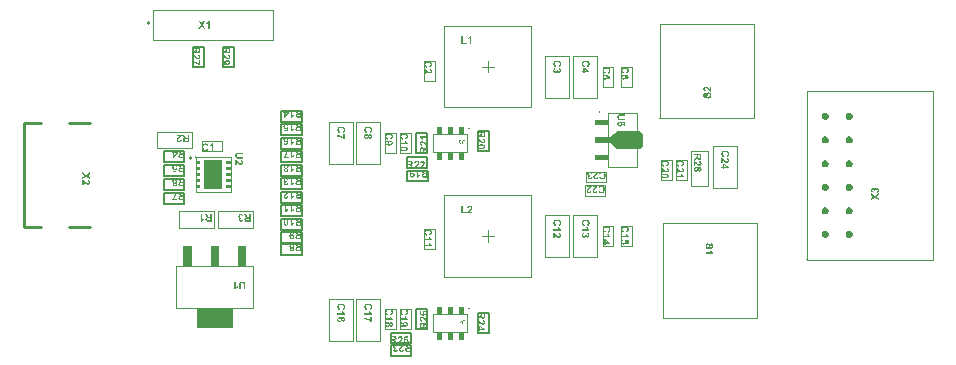
<source format=gbr>
%TF.GenerationSoftware,Altium Limited,Altium Designer,24.10.1 (45)*%
G04 Layer_Color=8388736*
%FSLAX45Y45*%
%MOMM*%
%TF.SameCoordinates,F50C4461-6059-43A5-BEE7-B7ABC5EDFC2B*%
%TF.FilePolarity,Positive*%
%TF.FileFunction,Other,Top_Assembly*%
%TF.Part,Single*%
G01*
G75*
%TA.AperFunction,NonConductor*%
%ADD50C,0.20000*%
%ADD51C,0.25400*%
%ADD52C,0.15001*%
%ADD53C,0.10000*%
%ADD83C,0.05080*%
%ADD84C,0.12700*%
G36*
X4761799Y2133600D02*
Y2131115D01*
Y2128630D01*
X4758285Y2125115D01*
X4753315D01*
X4749800Y2128630D01*
X4749800Y2131115D01*
X4749800Y2133600D01*
X4753315Y2137114D01*
X4758285D01*
X4761799Y2133600D01*
D02*
G37*
G36*
X5270200Y2078986D02*
Y2074016D01*
X5266686Y2070501D01*
X5261716D01*
X5258201Y2074016D01*
X5258201Y2078985D01*
X5261716Y2082500D01*
X5264201D01*
X5266686Y2082501D01*
X5270200Y2078986D01*
D02*
G37*
G36*
X6886100Y2118939D02*
X6894542Y2110496D01*
X6899111Y2099466D01*
Y2087527D01*
X6894542Y2076496D01*
X6886100Y2068054D01*
X6875070Y2063485D01*
X6863130D01*
X6852100Y2068054D01*
X6843658Y2076496D01*
X6839088Y2087527D01*
Y2099466D01*
X6843658Y2110496D01*
X6852100Y2118939D01*
X6863130Y2123508D01*
X6875070D01*
X6886100Y2118939D01*
D02*
G37*
G36*
X6686100D02*
X6694543Y2110496D01*
X6699112Y2099466D01*
Y2087527D01*
X6694543Y2076496D01*
X6686100Y2068054D01*
X6675070Y2063485D01*
X6663131D01*
X6652100Y2068054D01*
X6643658Y2076496D01*
X6639089Y2087527D01*
Y2099466D01*
X6643658Y2110496D01*
X6652100Y2118939D01*
X6663131Y2123508D01*
X6675070D01*
X6686100Y2118939D01*
D02*
G37*
G36*
X4837232Y2021665D02*
X4717232D01*
Y2063163D01*
X4837232D01*
Y2021665D01*
D02*
G37*
G36*
X3656899Y1996385D02*
Y1991415D01*
X3653385Y1987901D01*
X3648415D01*
X3644900Y1991415D01*
Y1996385D01*
X3648415Y1999899D01*
X3653385D01*
X3656899Y1996385D01*
D02*
G37*
G36*
X3609007Y1959402D02*
X3608992D01*
X3608992Y1945897D01*
X3565992D01*
Y1960397D01*
X3566008D01*
Y2006902D01*
X3609007D01*
Y1959402D01*
D02*
G37*
G36*
X3514009D02*
X3513996D01*
X3513996Y1945897D01*
X3470996D01*
Y1960397D01*
X3471007D01*
Y2006902D01*
X3514009D01*
Y1959402D01*
D02*
G37*
G36*
X3419008D02*
X3419000D01*
X3419000Y1945897D01*
X3376000D01*
X3376000Y1960397D01*
X3376008D01*
Y2006902D01*
X3419008D01*
Y1959402D01*
D02*
G37*
G36*
X4847100Y1869049D02*
X4717235D01*
Y1915551D01*
X4847100D01*
Y1869049D01*
D02*
G37*
G36*
X6886100Y1918939D02*
X6894542Y1910497D01*
X6899111Y1899466D01*
Y1887527D01*
X6894542Y1876497D01*
X6886100Y1868054D01*
X6875070Y1863485D01*
X6863130D01*
X6852100Y1868054D01*
X6843658Y1876497D01*
X6839088Y1887527D01*
Y1899466D01*
X6843658Y1910497D01*
X6852100Y1918939D01*
X6863130Y1923508D01*
X6875070D01*
X6886100Y1918939D01*
D02*
G37*
G36*
X6686100D02*
X6694543Y1910497D01*
X6699112Y1899466D01*
Y1887527D01*
X6694543Y1876497D01*
X6686100Y1868054D01*
X6675070Y1863485D01*
X6663131D01*
X6652100Y1868054D01*
X6643658Y1876497D01*
X6639089Y1887527D01*
Y1899466D01*
X6643658Y1910497D01*
X6652100Y1918939D01*
X6663131Y1923508D01*
X6675070D01*
X6686100Y1918939D01*
D02*
G37*
G36*
X5127201Y1942241D02*
X5126891Y1842300D01*
X5096467Y1812300D01*
X4904616D01*
X4847122Y1869300D01*
Y1915300D01*
X4914781Y1972300D01*
X5097102D01*
X5127201Y1942241D01*
D02*
G37*
G36*
X1341885Y1752671D02*
Y1747703D01*
X1338371Y1744190D01*
X1333403D01*
X1329891Y1747703D01*
Y1752671D01*
X1333403Y1756184D01*
X1338371D01*
X1341885Y1752671D01*
D02*
G37*
G36*
X3609000Y1774403D02*
X3609007D01*
Y1726903D01*
X3566008D01*
Y1773403D01*
X3566000D01*
X3566000Y1787903D01*
X3609000D01*
X3609000Y1774403D01*
D02*
G37*
G36*
X3514004D02*
X3514009D01*
Y1726903D01*
X3471007D01*
Y1773403D01*
X3471004D01*
X3471004Y1787903D01*
X3514004D01*
Y1774403D01*
D02*
G37*
G36*
X3419008Y1773403D02*
Y1726903D01*
X3376008D01*
Y1773403D01*
X3376008Y1787903D01*
X3419008D01*
Y1773403D01*
D02*
G37*
G36*
X4837232Y1721437D02*
X4717232D01*
Y1762935D01*
X4837232D01*
Y1721437D01*
D02*
G37*
G36*
X1635900Y1688201D02*
X1595900D01*
Y1712199D01*
X1635900D01*
Y1688201D01*
D02*
G37*
G36*
X1375900D02*
X1335900D01*
Y1712199D01*
X1375900D01*
Y1688201D01*
D02*
G37*
G36*
X6886100Y1718939D02*
X6894542Y1710497D01*
X6899111Y1699467D01*
Y1687527D01*
X6894542Y1676497D01*
X6886100Y1668055D01*
X6875070Y1663486D01*
X6863130D01*
X6852100Y1668055D01*
X6843658Y1676497D01*
X6839088Y1687527D01*
Y1699467D01*
X6843658Y1710497D01*
X6852100Y1718939D01*
X6863130Y1723509D01*
X6875070D01*
X6886100Y1718939D01*
D02*
G37*
G36*
X6686100D02*
X6694543Y1710497D01*
X6699112Y1699467D01*
Y1687527D01*
X6694543Y1676497D01*
X6686100Y1668055D01*
X6675070Y1663486D01*
X6663131D01*
X6652100Y1668055D01*
X6643658Y1676497D01*
X6639089Y1687527D01*
Y1699467D01*
X6643658Y1710497D01*
X6652100Y1718939D01*
X6663131Y1723509D01*
X6675070D01*
X6686100Y1718939D01*
D02*
G37*
G36*
X1635900Y1638201D02*
X1595900D01*
Y1662199D01*
X1635900D01*
Y1638201D01*
D02*
G37*
G36*
X1375900D02*
X1335900D01*
Y1662199D01*
X1375900D01*
Y1638201D01*
D02*
G37*
G36*
X1635900Y1588201D02*
X1595900D01*
Y1612199D01*
X1635900D01*
Y1588201D01*
D02*
G37*
G36*
X1375900D02*
X1335900D01*
Y1612199D01*
X1375900D01*
Y1588201D01*
D02*
G37*
G36*
X1635900Y1538201D02*
X1595900D01*
Y1562199D01*
X1635900D01*
Y1538201D01*
D02*
G37*
G36*
X1375900D02*
X1335900D01*
Y1562199D01*
X1375900D01*
Y1538201D01*
D02*
G37*
G36*
X1635900Y1488201D02*
X1595900D01*
Y1512199D01*
X1635900D01*
Y1488201D01*
D02*
G37*
G36*
X1375900D02*
X1335900D01*
Y1512199D01*
X1375900D01*
Y1488201D01*
D02*
G37*
G36*
X1560900Y1475199D02*
X1410900D01*
X1410900Y1725200D01*
X1560900D01*
X1560900Y1475199D01*
D02*
G37*
G36*
X6886100Y1518940D02*
X6894542Y1510498D01*
X6899111Y1499467D01*
Y1487528D01*
X6894542Y1476497D01*
X6886100Y1468055D01*
X6875070Y1463486D01*
X6863130D01*
X6852100Y1468055D01*
X6843658Y1476497D01*
X6839088Y1487528D01*
Y1499467D01*
X6843658Y1510498D01*
X6852100Y1518940D01*
X6863130Y1523509D01*
X6875070D01*
X6886100Y1518940D01*
D02*
G37*
G36*
X6686100D02*
X6694543Y1510498D01*
X6699112Y1499467D01*
Y1487528D01*
X6694543Y1476497D01*
X6686100Y1468055D01*
X6675070Y1463486D01*
X6663131D01*
X6652100Y1468055D01*
X6643658Y1476497D01*
X6639089Y1487528D01*
Y1499467D01*
X6643658Y1510498D01*
X6652100Y1518940D01*
X6663131Y1523509D01*
X6675070D01*
X6686100Y1518940D01*
D02*
G37*
G36*
X6886100Y1318940D02*
X6894542Y1310498D01*
X6899111Y1299468D01*
Y1287528D01*
X6894542Y1276498D01*
X6886100Y1268056D01*
X6875070Y1263487D01*
X6863130D01*
X6852100Y1268056D01*
X6843658Y1276498D01*
X6839088Y1287528D01*
Y1299468D01*
X6843658Y1310498D01*
X6852100Y1318940D01*
X6863130Y1323509D01*
X6875070D01*
X6886100Y1318940D01*
D02*
G37*
G36*
X6686100D02*
X6694543Y1310498D01*
X6699112Y1299468D01*
Y1287528D01*
X6694543Y1276498D01*
X6686100Y1268056D01*
X6675070Y1263487D01*
X6663131D01*
X6652100Y1268056D01*
X6643658Y1276498D01*
X6639089Y1287528D01*
Y1299468D01*
X6643658Y1310498D01*
X6652100Y1318940D01*
X6663131Y1323509D01*
X6675070D01*
X6686100Y1318940D01*
D02*
G37*
G36*
X6095599Y1189884D02*
X6095599Y1184915D01*
X6092084Y1181400D01*
X6089599D01*
X6087114Y1181399D01*
X6083600Y1184914D01*
Y1189884D01*
X6087114Y1193399D01*
X6092084D01*
X6095599Y1189884D01*
D02*
G37*
G36*
X6886100Y1118941D02*
X6894542Y1110498D01*
X6899111Y1099468D01*
Y1087529D01*
X6894542Y1076498D01*
X6886100Y1068056D01*
X6875070Y1063487D01*
X6863130D01*
X6852100Y1068056D01*
X6843658Y1076498D01*
X6839088Y1087529D01*
Y1099468D01*
X6843658Y1110498D01*
X6852100Y1118941D01*
X6863130Y1123510D01*
X6875070D01*
X6886100Y1118941D01*
D02*
G37*
G36*
X6686100D02*
X6694543Y1110498D01*
X6699112Y1099468D01*
Y1087529D01*
X6694543Y1076498D01*
X6686100Y1068056D01*
X6675070Y1063487D01*
X6663131D01*
X6652100Y1068056D01*
X6643658Y1076498D01*
X6639089Y1087529D01*
Y1099468D01*
X6643658Y1110498D01*
X6652100Y1118941D01*
X6663131Y1123510D01*
X6675070D01*
X6686100Y1118941D01*
D02*
G37*
G36*
X6515103Y883283D02*
Y878315D01*
X6511590Y874802D01*
X6506622D01*
X6503109Y878315D01*
Y883283D01*
X6506622Y886796D01*
X6511590D01*
X6515103Y883283D01*
D02*
G37*
G36*
X1763601Y902701D02*
D01*
X1763600Y821700D01*
X1693601D01*
Y902701D01*
Y997699D01*
X1763601D01*
Y902701D01*
D02*
G37*
G36*
X1303599Y997699D02*
Y903699D01*
X1303599Y821700D01*
X1233600D01*
Y902701D01*
Y997700D01*
X1303599Y997699D01*
D02*
G37*
G36*
X1533601Y902701D02*
Y821700D01*
X1463599Y821700D01*
Y902701D01*
Y997699D01*
X1533601D01*
Y902701D01*
D02*
G37*
G36*
X3656899Y472385D02*
Y467415D01*
X3653385Y463901D01*
X3648415D01*
X3644900Y467415D01*
Y472385D01*
X3648415Y475899D01*
X3653385D01*
X3656899Y472385D01*
D02*
G37*
G36*
X3609007Y435402D02*
X3608992D01*
X3608992Y421897D01*
X3565992D01*
Y436397D01*
X3566008D01*
Y482902D01*
X3609007D01*
Y435402D01*
D02*
G37*
G36*
X3514009D02*
X3513996D01*
X3513996Y421897D01*
X3470996D01*
Y436397D01*
X3471007D01*
Y482902D01*
X3514009D01*
Y435402D01*
D02*
G37*
G36*
X3419008D02*
X3419000D01*
X3419000Y421897D01*
X3376000D01*
X3376000Y436397D01*
X3376008D01*
Y482902D01*
X3419008D01*
Y435402D01*
D02*
G37*
G36*
X1648600Y391701D02*
X1648600D01*
Y297701D01*
X1348600D01*
Y391701D01*
Y473700D01*
X1648600Y473700D01*
X1648600Y391701D01*
D02*
G37*
G36*
X3609000Y250403D02*
X3609007D01*
Y202903D01*
X3566008D01*
Y249403D01*
X3566000D01*
X3566000Y263903D01*
X3609000D01*
X3609000Y250403D01*
D02*
G37*
G36*
X3514004D02*
X3514009D01*
Y202903D01*
X3471007D01*
Y249403D01*
X3471004D01*
X3471004Y263903D01*
X3514004D01*
Y250403D01*
D02*
G37*
G36*
X3419008Y249403D02*
Y202903D01*
X3376008D01*
Y249403D01*
X3376008Y263903D01*
X3419008D01*
Y249403D01*
D02*
G37*
G36*
X7102397Y1488383D02*
X7103137Y1488290D01*
X7103969Y1488105D01*
X7104986Y1487920D01*
X7106003Y1487735D01*
X7108222Y1486996D01*
X7109424Y1486441D01*
X7110718Y1485886D01*
X7111920Y1485147D01*
X7113122Y1484315D01*
X7114324Y1483390D01*
X7115434Y1482280D01*
X7115526Y1482188D01*
X7115711Y1482003D01*
X7115988Y1481633D01*
X7116358Y1481171D01*
X7116820Y1480524D01*
X7117283Y1479877D01*
X7117837Y1478952D01*
X7118392Y1478028D01*
X7118947Y1477011D01*
X7119502Y1475809D01*
X7119964Y1474514D01*
X7120426Y1473220D01*
X7120796Y1471741D01*
X7121073Y1470261D01*
X7121258Y1468597D01*
X7121351Y1466933D01*
Y1466101D01*
X7121258Y1465454D01*
X7121166Y1464714D01*
X7121073Y1463882D01*
X7120888Y1462957D01*
X7120704Y1461848D01*
X7120149Y1459629D01*
X7119224Y1457225D01*
X7118670Y1455931D01*
X7118022Y1454821D01*
X7117190Y1453619D01*
X7116358Y1452510D01*
X7116266Y1452417D01*
X7116081Y1452232D01*
X7115803Y1451955D01*
X7115434Y1451585D01*
X7114971Y1451123D01*
X7114324Y1450661D01*
X7113677Y1450106D01*
X7112845Y1449551D01*
X7111920Y1448996D01*
X7110996Y1448349D01*
X7108777Y1447332D01*
X7106188Y1446500D01*
X7104801Y1446130D01*
X7103322Y1445945D01*
X7101843Y1457780D01*
X7101935D01*
X7102027D01*
X7102582Y1457872D01*
X7103414Y1458057D01*
X7104431Y1458334D01*
X7105541Y1458797D01*
X7106743Y1459259D01*
X7107852Y1459999D01*
X7108869Y1460831D01*
X7108962Y1460923D01*
X7109239Y1461293D01*
X7109609Y1461848D01*
X7109979Y1462495D01*
X7110441Y1463419D01*
X7110811Y1464436D01*
X7111088Y1465546D01*
X7111181Y1466840D01*
Y1467025D01*
X7111088Y1467488D01*
X7110996Y1468135D01*
X7110811Y1469059D01*
X7110441Y1470076D01*
X7109979Y1471093D01*
X7109239Y1472203D01*
X7108314Y1473220D01*
X7108222Y1473312D01*
X7107760Y1473682D01*
X7107113Y1474052D01*
X7106280Y1474607D01*
X7105171Y1475069D01*
X7103784Y1475531D01*
X7102212Y1475809D01*
X7100456Y1475901D01*
X7100363D01*
X7100271D01*
X7099716D01*
X7098884Y1475809D01*
X7097774Y1475624D01*
X7096573Y1475254D01*
X7095371Y1474792D01*
X7094169Y1474144D01*
X7093059Y1473312D01*
X7092967Y1473220D01*
X7092597Y1472850D01*
X7092135Y1472295D01*
X7091672Y1471648D01*
X7091118Y1470724D01*
X7090748Y1469706D01*
X7090378Y1468597D01*
X7090286Y1467303D01*
Y1466378D01*
X7090378Y1465731D01*
X7090470Y1464899D01*
X7090655Y1463882D01*
X7090933Y1462865D01*
X7091210Y1461663D01*
X7081317Y1462957D01*
Y1463789D01*
X7081225Y1464714D01*
X7081132Y1465823D01*
X7080855Y1467025D01*
X7080485Y1468320D01*
X7079930Y1469522D01*
X7079191Y1470631D01*
X7079098Y1470724D01*
X7078729Y1471093D01*
X7078266Y1471463D01*
X7077527Y1472018D01*
X7076695Y1472480D01*
X7075677Y1472942D01*
X7074476Y1473220D01*
X7073089Y1473312D01*
X7072904D01*
X7072534D01*
X7071979Y1473220D01*
X7071240Y1473035D01*
X7070408Y1472850D01*
X7069575Y1472480D01*
X7068651Y1472018D01*
X7067911Y1471371D01*
X7067819Y1471278D01*
X7067634Y1471001D01*
X7067264Y1470631D01*
X7066894Y1469984D01*
X7066617Y1469244D01*
X7066247Y1468412D01*
X7066062Y1467303D01*
X7065970Y1466193D01*
Y1465638D01*
X7066062Y1465084D01*
X7066247Y1464344D01*
X7066524Y1463512D01*
X7066894Y1462587D01*
X7067449Y1461663D01*
X7068189Y1460831D01*
X7068281Y1460738D01*
X7068558Y1460461D01*
X7069113Y1460091D01*
X7069853Y1459629D01*
X7070685Y1459166D01*
X7071794Y1458797D01*
X7073089Y1458427D01*
X7074568Y1458149D01*
X7072719Y1446870D01*
X7072626D01*
X7072442Y1446962D01*
X7072164D01*
X7071702Y1447055D01*
X7070685Y1447332D01*
X7069298Y1447702D01*
X7067819Y1448257D01*
X7066247Y1448811D01*
X7064768Y1449551D01*
X7063381Y1450383D01*
X7063196Y1450476D01*
X7062826Y1450845D01*
X7062179Y1451400D01*
X7061347Y1452140D01*
X7060515Y1453064D01*
X7059590Y1454174D01*
X7058666Y1455561D01*
X7057833Y1457040D01*
Y1457132D01*
X7057741Y1457225D01*
X7057556Y1457780D01*
X7057186Y1458704D01*
X7056816Y1459814D01*
X7056447Y1461201D01*
X7056077Y1462865D01*
X7055892Y1464621D01*
X7055799Y1466563D01*
Y1467395D01*
X7055892Y1468042D01*
X7055984Y1468874D01*
X7056077Y1469706D01*
X7056262Y1470724D01*
X7056539Y1471741D01*
X7057186Y1474052D01*
X7057649Y1475254D01*
X7058296Y1476548D01*
X7058943Y1477750D01*
X7059683Y1478860D01*
X7060607Y1480062D01*
X7061624Y1481079D01*
X7061717Y1481171D01*
X7061809Y1481263D01*
X7062086Y1481541D01*
X7062456Y1481818D01*
X7063381Y1482558D01*
X7064675Y1483390D01*
X7066247Y1484222D01*
X7068096Y1484869D01*
X7070130Y1485424D01*
X7071147Y1485516D01*
X7072257Y1485609D01*
X7072349D01*
X7072626D01*
X7073089Y1485516D01*
X7073643Y1485424D01*
X7074383Y1485332D01*
X7075215Y1485147D01*
X7076140Y1484869D01*
X7077157Y1484499D01*
X7078174Y1483945D01*
X7079283Y1483390D01*
X7080393Y1482650D01*
X7081502Y1481726D01*
X7082612Y1480616D01*
X7083721Y1479414D01*
X7084738Y1478028D01*
X7085755Y1476363D01*
Y1476456D01*
X7085848Y1476641D01*
Y1476918D01*
X7086033Y1477288D01*
X7086310Y1478305D01*
X7086865Y1479507D01*
X7087604Y1480894D01*
X7088529Y1482373D01*
X7089731Y1483852D01*
X7091118Y1485147D01*
X7091303Y1485332D01*
X7091857Y1485701D01*
X7092689Y1486164D01*
X7093891Y1486811D01*
X7095278Y1487458D01*
X7097035Y1487920D01*
X7098884Y1488290D01*
X7101010Y1488475D01*
X7101103D01*
X7101380D01*
X7101843D01*
X7102397Y1488383D01*
D02*
G37*
G36*
X7120149Y1426899D02*
X7098514Y1412754D01*
X7120149Y1398515D01*
Y1382983D01*
X7086865Y1405080D01*
X7056169Y1385017D01*
Y1400087D01*
X7075308Y1412754D01*
X7056169Y1425420D01*
Y1440490D01*
X7086865Y1420427D01*
X7120149Y1442432D01*
Y1426899D01*
D02*
G37*
G36*
X1397302Y2869874D02*
X1419307Y2836590D01*
X1403774D01*
X1389628Y2858224D01*
X1375390Y2836590D01*
X1359857D01*
X1381954Y2869874D01*
X1361891Y2900569D01*
X1376962D01*
X1389628Y2881431D01*
X1402295Y2900569D01*
X1417365D01*
X1397302Y2869874D01*
D02*
G37*
G36*
X1454625Y2836590D02*
X1442328D01*
Y2882910D01*
X1442236Y2882818D01*
X1442051Y2882633D01*
X1441681Y2882355D01*
X1441126Y2881893D01*
X1440479Y2881338D01*
X1439739Y2880784D01*
X1438815Y2880136D01*
X1437798Y2879397D01*
X1436688Y2878657D01*
X1435486Y2877918D01*
X1434192Y2877085D01*
X1432805Y2876346D01*
X1429847Y2874959D01*
X1426518Y2873665D01*
Y2884759D01*
X1426611D01*
X1426703Y2884852D01*
X1426980Y2884944D01*
X1427350Y2885037D01*
X1428275Y2885499D01*
X1429569Y2886054D01*
X1431141Y2886793D01*
X1432898Y2887810D01*
X1434839Y2889105D01*
X1436873Y2890584D01*
X1436966Y2890676D01*
X1437151Y2890769D01*
X1437428Y2891046D01*
X1437798Y2891416D01*
X1438815Y2892341D01*
X1439924Y2893543D01*
X1441219Y2895022D01*
X1442513Y2896871D01*
X1443715Y2898813D01*
X1444639Y2900939D01*
X1454625D01*
Y2836590D01*
D02*
G37*
G36*
X3667796Y2707278D02*
X3655499D01*
Y2753599D01*
X3655406Y2753506D01*
X3655222Y2753321D01*
X3654852Y2753044D01*
X3654297Y2752582D01*
X3653650Y2752027D01*
X3652910Y2751472D01*
X3651986Y2750825D01*
X3650969Y2750085D01*
X3649859Y2749346D01*
X3648657Y2748606D01*
X3647363Y2747774D01*
X3645976Y2747034D01*
X3643017Y2745648D01*
X3639689Y2744353D01*
Y2755448D01*
X3639781D01*
X3639874Y2755540D01*
X3640151Y2755633D01*
X3640521Y2755725D01*
X3641446Y2756188D01*
X3642740Y2756742D01*
X3644312Y2757482D01*
X3646068Y2758499D01*
X3648010Y2759793D01*
X3650044Y2761273D01*
X3650136Y2761365D01*
X3650321Y2761458D01*
X3650599Y2761735D01*
X3650969Y2762105D01*
X3651986Y2763029D01*
X3653095Y2764231D01*
X3654389Y2765710D01*
X3655684Y2767560D01*
X3656886Y2769501D01*
X3657810Y2771628D01*
X3667796D01*
Y2707278D01*
D02*
G37*
G36*
X3597806Y2718096D02*
X3629981D01*
Y2707278D01*
X3584863D01*
Y2770796D01*
X3597806D01*
Y2718096D01*
D02*
G37*
G36*
X3300719Y1909980D02*
X3254399D01*
X3254491Y1909888D01*
X3254676Y1909703D01*
X3254954Y1909333D01*
X3255416Y1908778D01*
X3255971Y1908131D01*
X3256525Y1907391D01*
X3257173Y1906467D01*
X3257912Y1905450D01*
X3258652Y1904340D01*
X3259391Y1903138D01*
X3260224Y1901844D01*
X3260963Y1900457D01*
X3262350Y1897499D01*
X3263644Y1894170D01*
X3252550D01*
Y1894263D01*
X3252457Y1894355D01*
X3252365Y1894632D01*
X3252272Y1895002D01*
X3251810Y1895927D01*
X3251255Y1897221D01*
X3250516Y1898793D01*
X3249499Y1900550D01*
X3248204Y1902491D01*
X3246725Y1904525D01*
X3246633Y1904618D01*
X3246540Y1904803D01*
X3246263Y1905080D01*
X3245893Y1905450D01*
X3244968Y1906467D01*
X3243766Y1907576D01*
X3242287Y1908871D01*
X3240438Y1910165D01*
X3238496Y1911367D01*
X3236370Y1912292D01*
Y1922277D01*
X3300719D01*
Y1909980D01*
D02*
G37*
G36*
Y1839621D02*
X3300627D01*
X3300442D01*
X3300072Y1839714D01*
X3299610Y1839806D01*
X3299055Y1839899D01*
X3298408Y1839991D01*
X3296744Y1840361D01*
X3294895Y1840916D01*
X3292861Y1841655D01*
X3290642Y1842580D01*
X3288515Y1843782D01*
X3288423D01*
X3288238Y1843967D01*
X3287868Y1844152D01*
X3287498Y1844521D01*
X3286851Y1844891D01*
X3286204Y1845446D01*
X3285372Y1846093D01*
X3284447Y1846833D01*
X3283338Y1847665D01*
X3282228Y1848682D01*
X3280934Y1849791D01*
X3279547Y1851086D01*
X3278160Y1852473D01*
X3276588Y1854044D01*
X3274924Y1855709D01*
X3273167Y1857558D01*
X3273075Y1857650D01*
X3272798Y1857927D01*
X3272428Y1858297D01*
X3271873Y1858852D01*
X3271318Y1859592D01*
X3270579Y1860331D01*
X3268914Y1861996D01*
X3267158Y1863660D01*
X3265401Y1865324D01*
X3264661Y1866064D01*
X3263829Y1866803D01*
X3263182Y1867358D01*
X3262627Y1867728D01*
X3262443Y1867820D01*
X3261980Y1868098D01*
X3261241Y1868560D01*
X3260224Y1869022D01*
X3259114Y1869484D01*
X3257820Y1869947D01*
X3256525Y1870224D01*
X3255139Y1870317D01*
X3255046D01*
X3254954D01*
X3254491D01*
X3253659Y1870224D01*
X3252735Y1870039D01*
X3251718Y1869762D01*
X3250701Y1869392D01*
X3249684Y1868837D01*
X3248759Y1868098D01*
X3248667Y1868005D01*
X3248389Y1867728D01*
X3248019Y1867173D01*
X3247650Y1866526D01*
X3247280Y1865601D01*
X3246910Y1864584D01*
X3246633Y1863382D01*
X3246540Y1861996D01*
Y1861348D01*
X3246633Y1860609D01*
X3246817Y1859777D01*
X3247095Y1858760D01*
X3247557Y1857743D01*
X3248112Y1856726D01*
X3248852Y1855801D01*
X3248944Y1855709D01*
X3249314Y1855431D01*
X3249869Y1855061D01*
X3250701Y1854691D01*
X3251718Y1854229D01*
X3253104Y1853859D01*
X3254676Y1853490D01*
X3256525Y1853305D01*
X3255323Y1841100D01*
X3255231D01*
X3254861Y1841193D01*
X3254399D01*
X3253659Y1841378D01*
X3252827Y1841470D01*
X3251903Y1841748D01*
X3250886Y1842025D01*
X3249684Y1842302D01*
X3247372Y1843227D01*
X3244968Y1844336D01*
X3243766Y1845076D01*
X3242657Y1845908D01*
X3241732Y1846833D01*
X3240808Y1847850D01*
X3240715Y1847942D01*
X3240623Y1848127D01*
X3240438Y1848404D01*
X3240068Y1848867D01*
X3239791Y1849421D01*
X3239421Y1850161D01*
X3238959Y1850901D01*
X3238589Y1851825D01*
X3238127Y1852842D01*
X3237757Y1853952D01*
X3237017Y1856356D01*
X3236555Y1859222D01*
X3236462Y1860701D01*
X3236370Y1862273D01*
Y1863197D01*
X3236462Y1863845D01*
X3236555Y1864677D01*
X3236647Y1865601D01*
X3236832Y1866618D01*
X3237017Y1867728D01*
X3237664Y1870132D01*
X3238589Y1872535D01*
X3239144Y1873830D01*
X3239791Y1874939D01*
X3240623Y1876141D01*
X3241547Y1877158D01*
X3241640Y1877251D01*
X3241732Y1877436D01*
X3242102Y1877621D01*
X3242472Y1877990D01*
X3242934Y1878453D01*
X3243582Y1878915D01*
X3244229Y1879377D01*
X3245061Y1879932D01*
X3246910Y1880857D01*
X3249036Y1881781D01*
X3250238Y1882151D01*
X3251533Y1882336D01*
X3252920Y1882521D01*
X3254306Y1882613D01*
X3254491D01*
X3255046D01*
X3255878Y1882521D01*
X3256895Y1882428D01*
X3258190Y1882243D01*
X3259576Y1881966D01*
X3261056Y1881596D01*
X3262535Y1881041D01*
X3262720Y1880949D01*
X3263182Y1880764D01*
X3264014Y1880394D01*
X3265031Y1879840D01*
X3266233Y1879192D01*
X3267620Y1878360D01*
X3269099Y1877343D01*
X3270671Y1876141D01*
X3270764Y1876049D01*
X3271226Y1875679D01*
X3271873Y1875124D01*
X3272798Y1874292D01*
X3273907Y1873183D01*
X3275386Y1871796D01*
X3276958Y1870132D01*
X3278900Y1868098D01*
X3278992Y1868005D01*
X3279085Y1867820D01*
X3279362Y1867543D01*
X3279732Y1867173D01*
X3280656Y1866156D01*
X3281766Y1864954D01*
X3282968Y1863752D01*
X3284170Y1862550D01*
X3285187Y1861441D01*
X3285649Y1861071D01*
X3286019Y1860701D01*
X3286111Y1860609D01*
X3286296Y1860424D01*
X3286666Y1860146D01*
X3287128Y1859777D01*
X3288145Y1858944D01*
X3289347Y1858205D01*
Y1882613D01*
X3300719D01*
Y1839621D01*
D02*
G37*
G36*
Y1821407D02*
X3286851Y1812162D01*
X3286758Y1812069D01*
X3286481Y1811977D01*
X3286111Y1811699D01*
X3285649Y1811330D01*
X3285094Y1810960D01*
X3284355Y1810498D01*
X3282875Y1809481D01*
X3281211Y1808279D01*
X3279732Y1807169D01*
X3278345Y1806152D01*
X3277883Y1805690D01*
X3277420Y1805320D01*
X3277328Y1805228D01*
X3277143Y1805043D01*
X3276773Y1804673D01*
X3276311Y1804211D01*
X3275941Y1803563D01*
X3275479Y1802916D01*
X3275109Y1802176D01*
X3274739Y1801437D01*
Y1801344D01*
X3274647Y1801067D01*
X3274462Y1800605D01*
X3274369Y1799865D01*
X3274184Y1798941D01*
X3274092Y1797831D01*
X3274000Y1796537D01*
Y1792376D01*
X3300719D01*
Y1779432D01*
X3236740D01*
Y1808279D01*
X3236832Y1809111D01*
Y1810128D01*
X3236925Y1811145D01*
Y1812347D01*
X3237202Y1814750D01*
X3237479Y1817247D01*
X3237942Y1819558D01*
X3238219Y1820575D01*
X3238496Y1821500D01*
Y1821592D01*
X3238589Y1821685D01*
X3238866Y1822239D01*
X3239329Y1823072D01*
X3239883Y1824181D01*
X3240808Y1825383D01*
X3241825Y1826585D01*
X3243119Y1827787D01*
X3244691Y1828896D01*
X3244783D01*
X3244876Y1828989D01*
X3245153Y1829174D01*
X3245431Y1829359D01*
X3246355Y1829821D01*
X3247557Y1830376D01*
X3249036Y1830838D01*
X3250701Y1831300D01*
X3252642Y1831670D01*
X3254676Y1831762D01*
X3254769D01*
X3254954D01*
X3255416D01*
X3255878Y1831670D01*
X3256525D01*
X3257173Y1831577D01*
X3258837Y1831208D01*
X3260778Y1830745D01*
X3262720Y1830006D01*
X3264754Y1828896D01*
X3265679Y1828249D01*
X3266603Y1827509D01*
X3266696Y1827417D01*
X3266788Y1827325D01*
X3267065Y1827047D01*
X3267343Y1826677D01*
X3267713Y1826307D01*
X3268175Y1825753D01*
X3268637Y1825106D01*
X3269099Y1824366D01*
X3269654Y1823534D01*
X3270116Y1822517D01*
X3270579Y1821500D01*
X3271041Y1820390D01*
X3271503Y1819096D01*
X3271873Y1817802D01*
X3272243Y1816415D01*
X3272520Y1814843D01*
Y1814935D01*
X3272613Y1815028D01*
X3272983Y1815583D01*
X3273445Y1816322D01*
X3274092Y1817247D01*
X3274924Y1818356D01*
X3275756Y1819466D01*
X3276773Y1820668D01*
X3277883Y1821685D01*
X3277975Y1821777D01*
X3278437Y1822239D01*
X3279177Y1822794D01*
X3280287Y1823626D01*
X3281673Y1824736D01*
X3282598Y1825290D01*
X3283523Y1825938D01*
X3284540Y1826677D01*
X3285649Y1827417D01*
X3286943Y1828249D01*
X3288238Y1829081D01*
X3300719Y1836940D01*
Y1821407D01*
D02*
G37*
G36*
X2974761Y1951428D02*
X2975870D01*
X2977165Y1951243D01*
X2978736Y1951058D01*
X2980401Y1950873D01*
X2982342Y1950503D01*
X2984284Y1950041D01*
X2986318Y1949486D01*
X2988352Y1948839D01*
X2990478Y1948007D01*
X2992512Y1947082D01*
X2994454Y1945973D01*
X2996303Y1944771D01*
X2998060Y1943292D01*
X2998152Y1943199D01*
X2998430Y1942922D01*
X2998892Y1942460D01*
X2999447Y1941812D01*
X3000094Y1940980D01*
X3000833Y1939963D01*
X3001666Y1938854D01*
X3002498Y1937467D01*
X3003330Y1935988D01*
X3004162Y1934416D01*
X3004902Y1932567D01*
X3005549Y1930718D01*
X3006103Y1928591D01*
X3006566Y1926465D01*
X3006843Y1924061D01*
X3006936Y1921657D01*
Y1920548D01*
X3006843Y1919715D01*
X3006751Y1918698D01*
X3006566Y1917589D01*
X3006381Y1916295D01*
X3006103Y1914908D01*
X3005734Y1913428D01*
X3005271Y1911857D01*
X3004717Y1910285D01*
X3003977Y1908621D01*
X3003237Y1907049D01*
X3002313Y1905570D01*
X3001203Y1903998D01*
X3000001Y1902611D01*
Y1902519D01*
X2999816Y1902426D01*
X2999539Y1902149D01*
X2999262Y1901871D01*
X2998799Y1901502D01*
X2998245Y1901132D01*
X2996950Y1900115D01*
X2995286Y1899098D01*
X2993252Y1897988D01*
X2990941Y1896971D01*
X2988259Y1896047D01*
X2985208Y1908806D01*
X2985301D01*
X2985393Y1908898D01*
X2985671D01*
X2986041Y1909083D01*
X2986873Y1909360D01*
X2987982Y1909823D01*
X2989276Y1910470D01*
X2990571Y1911302D01*
X2991865Y1912411D01*
X2992975Y1913613D01*
X2993067Y1913798D01*
X2993437Y1914261D01*
X2993899Y1915000D01*
X2994454Y1916017D01*
X2995009Y1917312D01*
X2995471Y1918791D01*
X2995841Y1920455D01*
X2995933Y1922304D01*
Y1922951D01*
X2995841Y1923506D01*
X2995748Y1924061D01*
X2995656Y1924801D01*
X2995286Y1926372D01*
X2994639Y1928221D01*
X2993714Y1930163D01*
X2993160Y1931180D01*
X2992512Y1932105D01*
X2991680Y1933029D01*
X2990756Y1933861D01*
X2990663D01*
X2990478Y1934046D01*
X2990201Y1934231D01*
X2989739Y1934508D01*
X2989184Y1934878D01*
X2988537Y1935248D01*
X2987705Y1935618D01*
X2986780Y1935988D01*
X2985671Y1936450D01*
X2984469Y1936820D01*
X2983082Y1937190D01*
X2981603Y1937559D01*
X2979938Y1937837D01*
X2978182Y1938022D01*
X2976240Y1938114D01*
X2974114Y1938207D01*
X2974021D01*
X2973559D01*
X2972912D01*
X2972172Y1938114D01*
X2971155D01*
X2969953Y1937929D01*
X2968751Y1937837D01*
X2967364Y1937652D01*
X2964498Y1937097D01*
X2961632Y1936358D01*
X2960245Y1935895D01*
X2958951Y1935248D01*
X2957749Y1934601D01*
X2956732Y1933861D01*
X2956640Y1933769D01*
X2956547Y1933676D01*
X2956270Y1933399D01*
X2955900Y1933029D01*
X2955160Y1932105D01*
X2954236Y1930810D01*
X2953219Y1929238D01*
X2952479Y1927297D01*
X2951832Y1925078D01*
X2951739Y1923876D01*
X2951647Y1922582D01*
Y1922119D01*
X2951739Y1921750D01*
X2951832Y1920733D01*
X2952017Y1919531D01*
X2952479Y1918236D01*
X2953034Y1916757D01*
X2953773Y1915278D01*
X2954883Y1913798D01*
X2955068Y1913613D01*
X2955530Y1913151D01*
X2956270Y1912504D01*
X2957379Y1911764D01*
X2958858Y1910840D01*
X2960615Y1910008D01*
X2962742Y1909176D01*
X2965238Y1908436D01*
X2961355Y1895862D01*
X2961262D01*
X2960892Y1895954D01*
X2960338Y1896139D01*
X2959598Y1896417D01*
X2958766Y1896786D01*
X2957749Y1897156D01*
X2956640Y1897619D01*
X2955438Y1898173D01*
X2952941Y1899468D01*
X2950352Y1901132D01*
X2947856Y1903166D01*
X2946747Y1904275D01*
X2945730Y1905477D01*
X2945637Y1905570D01*
X2945545Y1905755D01*
X2945267Y1906124D01*
X2944898Y1906679D01*
X2944528Y1907326D01*
X2944158Y1908158D01*
X2943696Y1909083D01*
X2943233Y1910100D01*
X2942679Y1911302D01*
X2942216Y1912596D01*
X2941847Y1913983D01*
X2941477Y1915463D01*
X2941107Y1917034D01*
X2940830Y1918791D01*
X2940737Y1920548D01*
X2940645Y1922489D01*
Y1923044D01*
X2940737Y1923691D01*
X2940830Y1924616D01*
X2940922Y1925633D01*
X2941107Y1926927D01*
X2941384Y1928314D01*
X2941754Y1929886D01*
X2942216Y1931457D01*
X2942771Y1933122D01*
X2943511Y1934878D01*
X2944343Y1936635D01*
X2945267Y1938392D01*
X2946469Y1940148D01*
X2947764Y1941812D01*
X2949335Y1943384D01*
X2949428Y1943477D01*
X2949705Y1943754D01*
X2950260Y1944124D01*
X2950907Y1944679D01*
X2951832Y1945233D01*
X2952849Y1945973D01*
X2954143Y1946713D01*
X2955622Y1947452D01*
X2957194Y1948192D01*
X2958951Y1948932D01*
X2960985Y1949671D01*
X2963111Y1950226D01*
X2965330Y1950781D01*
X2967827Y1951151D01*
X2970415Y1951428D01*
X2973189Y1951520D01*
X2973282D01*
X2973374D01*
X2973929D01*
X2974761Y1951428D01*
D02*
G37*
G36*
X2985948Y1888280D02*
X2986780Y1888188D01*
X2987705Y1888096D01*
X2988814Y1887911D01*
X2989924Y1887633D01*
X2992420Y1886986D01*
X2993807Y1886524D01*
X2995101Y1885969D01*
X2996396Y1885322D01*
X2997690Y1884490D01*
X2998892Y1883658D01*
X3000094Y1882641D01*
X3000186Y1882548D01*
X3000371Y1882363D01*
X3000649Y1882086D01*
X3001018Y1881624D01*
X3001481Y1880976D01*
X3002035Y1880329D01*
X3002498Y1879497D01*
X3003145Y1878573D01*
X3003700Y1877648D01*
X3004162Y1876446D01*
X3004717Y1875244D01*
X3005179Y1873950D01*
X3005549Y1872563D01*
X3005826Y1871084D01*
X3006011Y1869604D01*
X3006103Y1867940D01*
Y1867478D01*
X3006011Y1867016D01*
Y1866276D01*
X3005919Y1865444D01*
X3005734Y1864519D01*
X3005456Y1863410D01*
X3005179Y1862300D01*
X3004717Y1861006D01*
X3004254Y1859712D01*
X3003607Y1858417D01*
X3002868Y1857030D01*
X3002035Y1855736D01*
X3001018Y1854442D01*
X2999816Y1853147D01*
X2998522Y1851945D01*
X2998430Y1851853D01*
X2998152Y1851668D01*
X2997690Y1851391D01*
X2997043Y1850928D01*
X2996211Y1850466D01*
X2995194Y1849911D01*
X2993992Y1849356D01*
X2992605Y1848802D01*
X2990941Y1848247D01*
X2989092Y1847600D01*
X2987058Y1847138D01*
X2984839Y1846675D01*
X2982342Y1846213D01*
X2979661Y1845936D01*
X2976795Y1845751D01*
X2973651Y1845658D01*
X2973559D01*
X2973466D01*
X2973189D01*
X2972912D01*
X2971987D01*
X2970785Y1845751D01*
X2969306Y1845843D01*
X2967642Y1846028D01*
X2965885Y1846213D01*
X2963944Y1846490D01*
X2961817Y1846860D01*
X2959783Y1847230D01*
X2957657Y1847785D01*
X2955530Y1848432D01*
X2953588Y1849172D01*
X2951647Y1850096D01*
X2949890Y1851021D01*
X2948318Y1852223D01*
X2948226Y1852315D01*
X2947949Y1852500D01*
X2947579Y1852870D01*
X2947117Y1853425D01*
X2946562Y1854072D01*
X2945822Y1854811D01*
X2945175Y1855736D01*
X2944435Y1856753D01*
X2943696Y1857862D01*
X2943048Y1859157D01*
X2942401Y1860544D01*
X2941754Y1862023D01*
X2941292Y1863687D01*
X2940922Y1865351D01*
X2940645Y1867108D01*
X2940552Y1869050D01*
Y1869789D01*
X2940645Y1870252D01*
Y1870899D01*
X2940737Y1871638D01*
X2941014Y1873395D01*
X2941569Y1875337D01*
X2942216Y1877278D01*
X2943233Y1879312D01*
X2943788Y1880237D01*
X2944528Y1881161D01*
X2944620Y1881254D01*
X2944713Y1881346D01*
X2944990Y1881624D01*
X2945267Y1881901D01*
X2945730Y1882271D01*
X2946192Y1882733D01*
X2946839Y1883103D01*
X2947486Y1883658D01*
X2948318Y1884120D01*
X2949151Y1884675D01*
X2950168Y1885137D01*
X2951277Y1885599D01*
X2952387Y1886062D01*
X2953681Y1886431D01*
X2954975Y1886801D01*
X2956455Y1887079D01*
X2957841Y1875244D01*
X2957657D01*
X2957194Y1875152D01*
X2956547Y1875059D01*
X2955807Y1874782D01*
X2954883Y1874505D01*
X2953958Y1874135D01*
X2953126Y1873672D01*
X2952387Y1873025D01*
X2952294Y1872933D01*
X2952109Y1872655D01*
X2951832Y1872286D01*
X2951554Y1871731D01*
X2951277Y1870991D01*
X2951000Y1870252D01*
X2950815Y1869235D01*
X2950722Y1868217D01*
Y1868033D01*
X2950815Y1867570D01*
X2950907Y1866923D01*
X2951185Y1865999D01*
X2951554Y1864982D01*
X2952202Y1863965D01*
X2953034Y1862855D01*
X2954143Y1861838D01*
X2954328Y1861746D01*
X2954513Y1861561D01*
X2954883Y1861376D01*
X2955253Y1861191D01*
X2955807Y1860913D01*
X2956455Y1860729D01*
X2957287Y1860359D01*
X2958211Y1860081D01*
X2959228Y1859804D01*
X2960430Y1859527D01*
X2961725Y1859249D01*
X2963204Y1858972D01*
X2964868Y1858787D01*
X2966717Y1858602D01*
X2968659Y1858417D01*
X2968566Y1858510D01*
X2968474Y1858602D01*
X2968197Y1858879D01*
X2967827Y1859249D01*
X2967457Y1859712D01*
X2966995Y1860266D01*
X2965978Y1861561D01*
X2964961Y1863225D01*
X2964128Y1865259D01*
X2963759Y1866368D01*
X2963574Y1867478D01*
X2963389Y1868680D01*
X2963296Y1869974D01*
Y1870714D01*
X2963389Y1871269D01*
X2963481Y1871916D01*
X2963574Y1872655D01*
X2964036Y1874412D01*
X2964683Y1876446D01*
X2965238Y1877463D01*
X2965793Y1878573D01*
X2966440Y1879682D01*
X2967179Y1880792D01*
X2968104Y1881901D01*
X2969121Y1882918D01*
X2969214Y1883010D01*
X2969398Y1883195D01*
X2969768Y1883380D01*
X2970138Y1883750D01*
X2970785Y1884212D01*
X2971432Y1884675D01*
X2972265Y1885137D01*
X2973189Y1885599D01*
X2974206Y1886154D01*
X2975408Y1886616D01*
X2976610Y1887079D01*
X2977997Y1887541D01*
X2979384Y1887911D01*
X2980955Y1888096D01*
X2982620Y1888280D01*
X2984284Y1888373D01*
X2984376D01*
X2984746D01*
X2985208D01*
X2985948Y1888280D01*
D02*
G37*
G36*
X3101761Y1951428D02*
X3102870D01*
X3104165Y1951243D01*
X3105736Y1951058D01*
X3107401Y1950873D01*
X3109342Y1950503D01*
X3111284Y1950041D01*
X3113318Y1949486D01*
X3115352Y1948839D01*
X3117478Y1948007D01*
X3119512Y1947082D01*
X3121454Y1945973D01*
X3123303Y1944771D01*
X3125060Y1943292D01*
X3125152Y1943199D01*
X3125430Y1942922D01*
X3125892Y1942460D01*
X3126447Y1941812D01*
X3127094Y1940980D01*
X3127833Y1939963D01*
X3128666Y1938854D01*
X3129498Y1937467D01*
X3130330Y1935988D01*
X3131162Y1934416D01*
X3131902Y1932567D01*
X3132549Y1930718D01*
X3133103Y1928591D01*
X3133566Y1926465D01*
X3133843Y1924061D01*
X3133936Y1921657D01*
Y1920548D01*
X3133843Y1919715D01*
X3133751Y1918698D01*
X3133566Y1917589D01*
X3133381Y1916295D01*
X3133103Y1914908D01*
X3132734Y1913428D01*
X3132271Y1911857D01*
X3131717Y1910285D01*
X3130977Y1908621D01*
X3130237Y1907049D01*
X3129313Y1905570D01*
X3128203Y1903998D01*
X3127001Y1902611D01*
Y1902519D01*
X3126816Y1902426D01*
X3126539Y1902149D01*
X3126262Y1901871D01*
X3125799Y1901502D01*
X3125245Y1901132D01*
X3123950Y1900115D01*
X3122286Y1899098D01*
X3120252Y1897988D01*
X3117941Y1896971D01*
X3115259Y1896047D01*
X3112208Y1908806D01*
X3112301D01*
X3112393Y1908898D01*
X3112671D01*
X3113041Y1909083D01*
X3113873Y1909360D01*
X3114982Y1909823D01*
X3116276Y1910470D01*
X3117571Y1911302D01*
X3118865Y1912411D01*
X3119975Y1913613D01*
X3120067Y1913798D01*
X3120437Y1914261D01*
X3120899Y1915000D01*
X3121454Y1916017D01*
X3122009Y1917312D01*
X3122471Y1918791D01*
X3122841Y1920455D01*
X3122933Y1922304D01*
Y1922951D01*
X3122841Y1923506D01*
X3122748Y1924061D01*
X3122656Y1924801D01*
X3122286Y1926372D01*
X3121639Y1928221D01*
X3120714Y1930163D01*
X3120160Y1931180D01*
X3119512Y1932105D01*
X3118680Y1933029D01*
X3117756Y1933861D01*
X3117663D01*
X3117478Y1934046D01*
X3117201Y1934231D01*
X3116739Y1934508D01*
X3116184Y1934878D01*
X3115537Y1935248D01*
X3114705Y1935618D01*
X3113780Y1935988D01*
X3112671Y1936450D01*
X3111469Y1936820D01*
X3110082Y1937190D01*
X3108603Y1937559D01*
X3106938Y1937837D01*
X3105182Y1938022D01*
X3103240Y1938114D01*
X3101114Y1938207D01*
X3101021D01*
X3100559D01*
X3099912D01*
X3099172Y1938114D01*
X3098155D01*
X3096953Y1937929D01*
X3095751Y1937837D01*
X3094364Y1937652D01*
X3091498Y1937097D01*
X3088632Y1936358D01*
X3087245Y1935895D01*
X3085951Y1935248D01*
X3084749Y1934601D01*
X3083732Y1933861D01*
X3083640Y1933769D01*
X3083547Y1933676D01*
X3083270Y1933399D01*
X3082900Y1933029D01*
X3082160Y1932105D01*
X3081236Y1930810D01*
X3080219Y1929238D01*
X3079479Y1927297D01*
X3078832Y1925078D01*
X3078739Y1923876D01*
X3078647Y1922582D01*
Y1922119D01*
X3078739Y1921750D01*
X3078832Y1920733D01*
X3079017Y1919531D01*
X3079479Y1918236D01*
X3080034Y1916757D01*
X3080773Y1915278D01*
X3081883Y1913798D01*
X3082068Y1913613D01*
X3082530Y1913151D01*
X3083270Y1912504D01*
X3084379Y1911764D01*
X3085858Y1910840D01*
X3087615Y1910008D01*
X3089742Y1909176D01*
X3092238Y1908436D01*
X3088355Y1895862D01*
X3088262D01*
X3087892Y1895954D01*
X3087338Y1896139D01*
X3086598Y1896417D01*
X3085766Y1896786D01*
X3084749Y1897156D01*
X3083640Y1897619D01*
X3082438Y1898173D01*
X3079941Y1899468D01*
X3077352Y1901132D01*
X3074856Y1903166D01*
X3073747Y1904275D01*
X3072730Y1905477D01*
X3072637Y1905570D01*
X3072545Y1905755D01*
X3072267Y1906124D01*
X3071898Y1906679D01*
X3071528Y1907326D01*
X3071158Y1908158D01*
X3070696Y1909083D01*
X3070233Y1910100D01*
X3069679Y1911302D01*
X3069216Y1912596D01*
X3068847Y1913983D01*
X3068477Y1915463D01*
X3068107Y1917034D01*
X3067830Y1918791D01*
X3067737Y1920548D01*
X3067645Y1922489D01*
Y1923044D01*
X3067737Y1923691D01*
X3067830Y1924616D01*
X3067922Y1925633D01*
X3068107Y1926927D01*
X3068384Y1928314D01*
X3068754Y1929886D01*
X3069216Y1931457D01*
X3069771Y1933122D01*
X3070511Y1934878D01*
X3071343Y1936635D01*
X3072267Y1938392D01*
X3073469Y1940148D01*
X3074764Y1941812D01*
X3076335Y1943384D01*
X3076428Y1943477D01*
X3076705Y1943754D01*
X3077260Y1944124D01*
X3077907Y1944679D01*
X3078832Y1945233D01*
X3079849Y1945973D01*
X3081143Y1946713D01*
X3082622Y1947452D01*
X3084194Y1948192D01*
X3085951Y1948932D01*
X3087985Y1949671D01*
X3090111Y1950226D01*
X3092330Y1950781D01*
X3094827Y1951151D01*
X3097415Y1951428D01*
X3100189Y1951520D01*
X3100282D01*
X3100374D01*
X3100929D01*
X3101761Y1951428D01*
D02*
G37*
G36*
X3116924Y1884120D02*
X3117016Y1884027D01*
X3117109Y1883750D01*
X3117201Y1883380D01*
X3117663Y1882456D01*
X3118218Y1881161D01*
X3118958Y1879590D01*
X3119975Y1877833D01*
X3121269Y1875891D01*
X3122748Y1873857D01*
X3122841Y1873765D01*
X3122933Y1873580D01*
X3123211Y1873303D01*
X3123580Y1872933D01*
X3124505Y1871916D01*
X3125707Y1870806D01*
X3127186Y1869512D01*
X3129035Y1868217D01*
X3130977Y1867016D01*
X3133103Y1866091D01*
Y1856106D01*
X3068754D01*
Y1868402D01*
X3115075D01*
X3114982Y1868495D01*
X3114797Y1868680D01*
X3114520Y1869050D01*
X3114058Y1869604D01*
X3113503Y1870252D01*
X3112948Y1870991D01*
X3112301Y1871916D01*
X3111561Y1872933D01*
X3110822Y1874042D01*
X3110082Y1875244D01*
X3109250Y1876539D01*
X3108510Y1877925D01*
X3107123Y1880884D01*
X3105829Y1884212D01*
X3116924D01*
Y1884120D01*
D02*
G37*
G36*
X3103333Y1837615D02*
X3104812Y1837522D01*
X3106569Y1837337D01*
X3108418Y1837152D01*
X3110452Y1836967D01*
X3112578Y1836598D01*
X3114705Y1836228D01*
X3116924Y1835673D01*
X3119050Y1835118D01*
X3121084Y1834379D01*
X3123026Y1833546D01*
X3124875Y1832622D01*
X3126447Y1831512D01*
X3126539Y1831420D01*
X3126724Y1831235D01*
X3127094Y1830958D01*
X3127464Y1830495D01*
X3128018Y1830033D01*
X3128573Y1829386D01*
X3129128Y1828554D01*
X3129775Y1827722D01*
X3130422Y1826705D01*
X3130977Y1825688D01*
X3131532Y1824486D01*
X3132086Y1823191D01*
X3132456Y1821805D01*
X3132826Y1820233D01*
X3133011Y1818661D01*
X3133103Y1816997D01*
Y1816072D01*
X3133011Y1815425D01*
X3132919Y1814685D01*
X3132734Y1813761D01*
X3132549Y1812836D01*
X3132271Y1811727D01*
X3131902Y1810525D01*
X3131439Y1809415D01*
X3130977Y1808214D01*
X3130330Y1807012D01*
X3129498Y1805810D01*
X3128666Y1804608D01*
X3127649Y1803498D01*
X3126447Y1802481D01*
X3126354Y1802389D01*
X3126077Y1802204D01*
X3125615Y1801927D01*
X3124967Y1801464D01*
X3124043Y1801002D01*
X3122933Y1800447D01*
X3121731Y1799893D01*
X3120160Y1799338D01*
X3118495Y1798783D01*
X3116554Y1798136D01*
X3114427Y1797674D01*
X3112023Y1797211D01*
X3109435Y1796749D01*
X3106661Y1796472D01*
X3103610Y1796287D01*
X3100282Y1796194D01*
X3100189D01*
X3100097D01*
X3099819D01*
X3099449D01*
X3098525D01*
X3097323Y1796287D01*
X3095844Y1796379D01*
X3094087Y1796564D01*
X3092238Y1796749D01*
X3090204Y1796934D01*
X3088077Y1797304D01*
X3085858Y1797766D01*
X3083732Y1798228D01*
X3081605Y1798875D01*
X3079479Y1799523D01*
X3077537Y1800447D01*
X3075688Y1801372D01*
X3074117Y1802481D01*
X3074024Y1802574D01*
X3073839Y1802759D01*
X3073469Y1803036D01*
X3073100Y1803406D01*
X3072637Y1803961D01*
X3072083Y1804608D01*
X3071435Y1805440D01*
X3070881Y1806272D01*
X3070233Y1807289D01*
X3069586Y1808306D01*
X3069031Y1809508D01*
X3068569Y1810802D01*
X3068199Y1812189D01*
X3067830Y1813761D01*
X3067645Y1815333D01*
X3067552Y1816997D01*
Y1817367D01*
X3067645Y1817921D01*
Y1818569D01*
X3067737Y1819308D01*
X3067922Y1820233D01*
X3068107Y1821250D01*
X3068477Y1822359D01*
X3068847Y1823561D01*
X3069309Y1824763D01*
X3069864Y1826058D01*
X3070603Y1827259D01*
X3071343Y1828554D01*
X3072360Y1829756D01*
X3073377Y1830958D01*
X3074671Y1832067D01*
X3074764Y1832160D01*
X3075041Y1832345D01*
X3075503Y1832622D01*
X3076058Y1832899D01*
X3076890Y1833362D01*
X3077907Y1833824D01*
X3079202Y1834379D01*
X3080588Y1834841D01*
X3082253Y1835396D01*
X3084102Y1835950D01*
X3086228Y1836413D01*
X3088540Y1836782D01*
X3091128Y1837152D01*
X3093995Y1837430D01*
X3097046Y1837615D01*
X3100374Y1837707D01*
X3100466D01*
X3100559D01*
X3100836D01*
X3101206D01*
X3102131D01*
X3103333Y1837615D01*
D02*
G37*
G36*
X3659105Y1336435D02*
X3659937Y1336343D01*
X3660861Y1336250D01*
X3661878Y1336065D01*
X3662988Y1335880D01*
X3665392Y1335233D01*
X3667796Y1334309D01*
X3669090Y1333754D01*
X3670199Y1333107D01*
X3671401Y1332275D01*
X3672418Y1331350D01*
X3672511Y1331258D01*
X3672696Y1331165D01*
X3672881Y1330795D01*
X3673250Y1330426D01*
X3673713Y1329963D01*
X3674175Y1329316D01*
X3674637Y1328669D01*
X3675192Y1327837D01*
X3676117Y1325988D01*
X3677041Y1323861D01*
X3677411Y1322659D01*
X3677596Y1321365D01*
X3677781Y1319978D01*
X3677873Y1318591D01*
Y1318406D01*
Y1317852D01*
X3677781Y1317019D01*
X3677688Y1316002D01*
X3677503Y1314708D01*
X3677226Y1313321D01*
X3676856Y1311842D01*
X3676302Y1310363D01*
X3676209Y1310178D01*
X3676024Y1309715D01*
X3675654Y1308883D01*
X3675100Y1307866D01*
X3674452Y1306664D01*
X3673620Y1305278D01*
X3672603Y1303798D01*
X3671401Y1302227D01*
X3671309Y1302134D01*
X3670939Y1301672D01*
X3670384Y1301025D01*
X3669552Y1300100D01*
X3668443Y1298991D01*
X3667056Y1297511D01*
X3665392Y1295939D01*
X3663358Y1293998D01*
X3663265Y1293905D01*
X3663080Y1293813D01*
X3662803Y1293536D01*
X3662433Y1293166D01*
X3661416Y1292241D01*
X3660214Y1291132D01*
X3659012Y1289930D01*
X3657810Y1288728D01*
X3656701Y1287711D01*
X3656331Y1287249D01*
X3655961Y1286879D01*
X3655869Y1286786D01*
X3655684Y1286601D01*
X3655406Y1286232D01*
X3655037Y1285769D01*
X3654205Y1284752D01*
X3653465Y1283550D01*
X3677873D01*
Y1272178D01*
X3634881D01*
Y1272271D01*
Y1272456D01*
X3634974Y1272825D01*
X3635066Y1273288D01*
X3635159Y1273843D01*
X3635251Y1274490D01*
X3635621Y1276154D01*
X3636176Y1278003D01*
X3636915Y1280037D01*
X3637840Y1282256D01*
X3639042Y1284382D01*
Y1284475D01*
X3639227Y1284660D01*
X3639412Y1285030D01*
X3639781Y1285400D01*
X3640151Y1286047D01*
X3640706Y1286694D01*
X3641353Y1287526D01*
X3642093Y1288451D01*
X3642925Y1289560D01*
X3643942Y1290670D01*
X3645051Y1291964D01*
X3646346Y1293351D01*
X3647733Y1294738D01*
X3649304Y1296309D01*
X3650969Y1297974D01*
X3652818Y1299730D01*
X3652910Y1299823D01*
X3653188Y1300100D01*
X3653557Y1300470D01*
X3654112Y1301025D01*
X3654852Y1301579D01*
X3655591Y1302319D01*
X3657256Y1303983D01*
X3658920Y1305740D01*
X3660584Y1307496D01*
X3661324Y1308236D01*
X3662063Y1309068D01*
X3662618Y1309715D01*
X3662988Y1310270D01*
X3663080Y1310455D01*
X3663358Y1310917D01*
X3663820Y1311657D01*
X3664282Y1312674D01*
X3664745Y1313784D01*
X3665207Y1315078D01*
X3665484Y1316372D01*
X3665577Y1317759D01*
Y1317852D01*
Y1317944D01*
Y1318406D01*
X3665484Y1319238D01*
X3665299Y1320163D01*
X3665022Y1321180D01*
X3664652Y1322197D01*
X3664097Y1323214D01*
X3663358Y1324139D01*
X3663265Y1324231D01*
X3662988Y1324508D01*
X3662433Y1324878D01*
X3661786Y1325248D01*
X3660861Y1325618D01*
X3659844Y1325988D01*
X3658642Y1326265D01*
X3657256Y1326358D01*
X3656608D01*
X3655869Y1326265D01*
X3655037Y1326080D01*
X3654020Y1325803D01*
X3653003Y1325341D01*
X3651986Y1324786D01*
X3651061Y1324046D01*
X3650969Y1323954D01*
X3650691Y1323584D01*
X3650321Y1323029D01*
X3649952Y1322197D01*
X3649489Y1321180D01*
X3649119Y1319793D01*
X3648750Y1318221D01*
X3648565Y1316372D01*
X3636361Y1317574D01*
Y1317667D01*
X3636453Y1318036D01*
Y1318499D01*
X3636638Y1319238D01*
X3636730Y1320071D01*
X3637008Y1320995D01*
X3637285Y1322012D01*
X3637562Y1323214D01*
X3638487Y1325525D01*
X3639596Y1327929D01*
X3640336Y1329131D01*
X3641168Y1330241D01*
X3642093Y1331165D01*
X3643110Y1332090D01*
X3643202Y1332182D01*
X3643387Y1332275D01*
X3643665Y1332460D01*
X3644127Y1332829D01*
X3644682Y1333107D01*
X3645421Y1333477D01*
X3646161Y1333939D01*
X3647085Y1334309D01*
X3648102Y1334771D01*
X3649212Y1335141D01*
X3651616Y1335880D01*
X3654482Y1336343D01*
X3655961Y1336435D01*
X3657533Y1336528D01*
X3658458D01*
X3659105Y1336435D01*
D02*
G37*
G36*
X3597806Y1282996D02*
X3629981D01*
Y1272178D01*
X3584863D01*
Y1335696D01*
X3597806D01*
Y1282996D01*
D02*
G37*
G36*
X3304868Y1138628D02*
X3305978D01*
X3307272Y1138443D01*
X3308844Y1138258D01*
X3310508Y1138073D01*
X3312450Y1137704D01*
X3314391Y1137241D01*
X3316425Y1136687D01*
X3318459Y1136039D01*
X3320586Y1135207D01*
X3322620Y1134283D01*
X3324561Y1133173D01*
X3326410Y1131971D01*
X3328167Y1130492D01*
X3328260Y1130400D01*
X3328537Y1130122D01*
X3328999Y1129660D01*
X3329554Y1129013D01*
X3330201Y1128181D01*
X3330941Y1127164D01*
X3331773Y1126054D01*
X3332605Y1124667D01*
X3333437Y1123188D01*
X3334269Y1121616D01*
X3335009Y1119767D01*
X3335656Y1117918D01*
X3336211Y1115792D01*
X3336673Y1113665D01*
X3336950Y1111261D01*
X3337043Y1108857D01*
Y1107748D01*
X3336950Y1106916D01*
X3336858Y1105899D01*
X3336673Y1104789D01*
X3336488Y1103495D01*
X3336211Y1102108D01*
X3335841Y1100629D01*
X3335379Y1099057D01*
X3334824Y1097485D01*
X3334084Y1095821D01*
X3333345Y1094249D01*
X3332420Y1092770D01*
X3331311Y1091198D01*
X3330109Y1089811D01*
Y1089719D01*
X3329924Y1089626D01*
X3329646Y1089349D01*
X3329369Y1089072D01*
X3328907Y1088702D01*
X3328352Y1088332D01*
X3327058Y1087315D01*
X3325393Y1086298D01*
X3323359Y1085189D01*
X3321048Y1084172D01*
X3318367Y1083247D01*
X3315316Y1096006D01*
X3315408D01*
X3315501Y1096098D01*
X3315778D01*
X3316148Y1096283D01*
X3316980Y1096561D01*
X3318089Y1097023D01*
X3319384Y1097670D01*
X3320678Y1098502D01*
X3321973Y1099612D01*
X3323082Y1100814D01*
X3323174Y1100999D01*
X3323544Y1101461D01*
X3324007Y1102200D01*
X3324561Y1103218D01*
X3325116Y1104512D01*
X3325578Y1105991D01*
X3325948Y1107655D01*
X3326041Y1109505D01*
Y1110152D01*
X3325948Y1110706D01*
X3325856Y1111261D01*
X3325763Y1112001D01*
X3325393Y1113573D01*
X3324746Y1115422D01*
X3323822Y1117363D01*
X3323267Y1118380D01*
X3322620Y1119305D01*
X3321788Y1120229D01*
X3320863Y1121062D01*
X3320771D01*
X3320586Y1121246D01*
X3320308Y1121431D01*
X3319846Y1121709D01*
X3319291Y1122079D01*
X3318644Y1122448D01*
X3317812Y1122818D01*
X3316887Y1123188D01*
X3315778Y1123650D01*
X3314576Y1124020D01*
X3313189Y1124390D01*
X3311710Y1124760D01*
X3310046Y1125037D01*
X3308289Y1125222D01*
X3306347Y1125314D01*
X3304221Y1125407D01*
X3304129D01*
X3303666D01*
X3303019D01*
X3302279Y1125314D01*
X3301262D01*
X3300060Y1125130D01*
X3298859Y1125037D01*
X3297472Y1124852D01*
X3294606Y1124297D01*
X3291739Y1123558D01*
X3290353Y1123096D01*
X3289058Y1122448D01*
X3287856Y1121801D01*
X3286839Y1121062D01*
X3286747Y1120969D01*
X3286654Y1120877D01*
X3286377Y1120599D01*
X3286007Y1120229D01*
X3285267Y1119305D01*
X3284343Y1118010D01*
X3283326Y1116439D01*
X3282586Y1114497D01*
X3281939Y1112278D01*
X3281847Y1111076D01*
X3281754Y1109782D01*
Y1109320D01*
X3281847Y1108950D01*
X3281939Y1107933D01*
X3282124Y1106731D01*
X3282586Y1105436D01*
X3283141Y1103957D01*
X3283881Y1102478D01*
X3284990Y1100999D01*
X3285175Y1100814D01*
X3285637Y1100351D01*
X3286377Y1099704D01*
X3287486Y1098965D01*
X3288966Y1098040D01*
X3290722Y1097208D01*
X3292849Y1096376D01*
X3295345Y1095636D01*
X3291462Y1083062D01*
X3291370D01*
X3291000Y1083155D01*
X3290445Y1083339D01*
X3289705Y1083617D01*
X3288873Y1083987D01*
X3287856Y1084356D01*
X3286747Y1084819D01*
X3285545Y1085373D01*
X3283049Y1086668D01*
X3280460Y1088332D01*
X3277963Y1090366D01*
X3276854Y1091476D01*
X3275837Y1092678D01*
X3275745Y1092770D01*
X3275652Y1092955D01*
X3275375Y1093325D01*
X3275005Y1093879D01*
X3274635Y1094527D01*
X3274265Y1095359D01*
X3273803Y1096283D01*
X3273341Y1097300D01*
X3272786Y1098502D01*
X3272324Y1099797D01*
X3271954Y1101183D01*
X3271584Y1102663D01*
X3271214Y1104235D01*
X3270937Y1105991D01*
X3270844Y1107748D01*
X3270752Y1109689D01*
Y1110244D01*
X3270844Y1110891D01*
X3270937Y1111816D01*
X3271029Y1112833D01*
X3271214Y1114127D01*
X3271492Y1115514D01*
X3271861Y1117086D01*
X3272324Y1118658D01*
X3272878Y1120322D01*
X3273618Y1122079D01*
X3274450Y1123835D01*
X3275375Y1125592D01*
X3276577Y1127349D01*
X3277871Y1129013D01*
X3279443Y1130584D01*
X3279535Y1130677D01*
X3279813Y1130954D01*
X3280367Y1131324D01*
X3281015Y1131879D01*
X3281939Y1132434D01*
X3282956Y1133173D01*
X3284250Y1133913D01*
X3285730Y1134653D01*
X3287302Y1135392D01*
X3289058Y1136132D01*
X3291092Y1136871D01*
X3293219Y1137426D01*
X3295438Y1137981D01*
X3297934Y1138351D01*
X3300523Y1138628D01*
X3303296Y1138721D01*
X3303389D01*
X3303481D01*
X3304036D01*
X3304868Y1138628D01*
D02*
G37*
G36*
X3320031Y1071320D02*
X3320123Y1071228D01*
X3320216Y1070950D01*
X3320308Y1070581D01*
X3320771Y1069656D01*
X3321325Y1068362D01*
X3322065Y1066790D01*
X3323082Y1065033D01*
X3324376Y1063092D01*
X3325856Y1061058D01*
X3325948Y1060965D01*
X3326041Y1060780D01*
X3326318Y1060503D01*
X3326688Y1060133D01*
X3327612Y1059116D01*
X3328814Y1058007D01*
X3330294Y1056712D01*
X3332143Y1055418D01*
X3334084Y1054216D01*
X3336211Y1053291D01*
Y1043306D01*
X3271861D01*
Y1055603D01*
X3318182D01*
X3318089Y1055695D01*
X3317904Y1055880D01*
X3317627Y1056250D01*
X3317165Y1056805D01*
X3316610Y1057452D01*
X3316055Y1058191D01*
X3315408Y1059116D01*
X3314669Y1060133D01*
X3313929Y1061242D01*
X3313189Y1062444D01*
X3312357Y1063739D01*
X3311617Y1065126D01*
X3310231Y1068084D01*
X3308936Y1071413D01*
X3320031D01*
Y1071320D01*
D02*
G37*
G36*
Y1021579D02*
X3320123Y1021486D01*
X3320216Y1021209D01*
X3320308Y1020839D01*
X3320771Y1019915D01*
X3321325Y1018620D01*
X3322065Y1017049D01*
X3323082Y1015292D01*
X3324376Y1013350D01*
X3325856Y1011316D01*
X3325948Y1011224D01*
X3326041Y1011039D01*
X3326318Y1010762D01*
X3326688Y1010392D01*
X3327612Y1009375D01*
X3328814Y1008265D01*
X3330294Y1006971D01*
X3332143Y1005676D01*
X3334084Y1004474D01*
X3336211Y1003550D01*
Y993565D01*
X3271861D01*
Y1005861D01*
X3318182D01*
X3318089Y1005954D01*
X3317904Y1006139D01*
X3317627Y1006509D01*
X3317165Y1007063D01*
X3316610Y1007710D01*
X3316055Y1008450D01*
X3315408Y1009375D01*
X3314669Y1010392D01*
X3313929Y1011501D01*
X3313189Y1012703D01*
X3312357Y1013997D01*
X3311617Y1015384D01*
X3310231Y1018343D01*
X3308936Y1021671D01*
X3320031D01*
Y1021579D01*
D02*
G37*
G36*
X1720526Y1265757D02*
X1721266Y1265665D01*
X1722098Y1265573D01*
X1723022Y1265388D01*
X1724132Y1265203D01*
X1726351Y1264648D01*
X1728755Y1263723D01*
X1730049Y1263169D01*
X1731159Y1262521D01*
X1732361Y1261689D01*
X1733470Y1260857D01*
X1733562Y1260765D01*
X1733747Y1260580D01*
X1734025Y1260303D01*
X1734395Y1259933D01*
X1734857Y1259470D01*
X1735319Y1258823D01*
X1735874Y1258176D01*
X1736429Y1257344D01*
X1736983Y1256419D01*
X1737631Y1255495D01*
X1738648Y1253276D01*
X1739480Y1250687D01*
X1739849Y1249300D01*
X1740034Y1247821D01*
X1728200Y1246342D01*
Y1246434D01*
Y1246527D01*
X1728108Y1247081D01*
X1727923Y1247913D01*
X1727645Y1248930D01*
X1727183Y1250040D01*
X1726721Y1251242D01*
X1725981Y1252351D01*
X1725149Y1253368D01*
X1725056Y1253461D01*
X1724687Y1253738D01*
X1724132Y1254108D01*
X1723485Y1254478D01*
X1722560Y1254940D01*
X1721543Y1255310D01*
X1720434Y1255587D01*
X1719139Y1255680D01*
X1718954D01*
X1718492Y1255587D01*
X1717845Y1255495D01*
X1716920Y1255310D01*
X1715903Y1254940D01*
X1714886Y1254478D01*
X1713777Y1253738D01*
X1712760Y1252814D01*
X1712667Y1252721D01*
X1712298Y1252259D01*
X1711928Y1251612D01*
X1711373Y1250780D01*
X1710911Y1249670D01*
X1710448Y1248283D01*
X1710171Y1246712D01*
X1710079Y1244955D01*
Y1244862D01*
Y1244770D01*
Y1244215D01*
X1710171Y1243383D01*
X1710356Y1242274D01*
X1710726Y1241072D01*
X1711188Y1239870D01*
X1711835Y1238668D01*
X1712667Y1237558D01*
X1712760Y1237466D01*
X1713130Y1237096D01*
X1713684Y1236634D01*
X1714332Y1236172D01*
X1715256Y1235617D01*
X1716273Y1235247D01*
X1717383Y1234877D01*
X1718677Y1234785D01*
X1719602D01*
X1720249Y1234877D01*
X1721081Y1234970D01*
X1722098Y1235155D01*
X1723115Y1235432D01*
X1724317Y1235709D01*
X1723022Y1225816D01*
X1722190D01*
X1721266Y1225724D01*
X1720156Y1225632D01*
X1718954Y1225354D01*
X1717660Y1224984D01*
X1716458Y1224430D01*
X1715349Y1223690D01*
X1715256Y1223598D01*
X1714886Y1223228D01*
X1714517Y1222765D01*
X1713962Y1222026D01*
X1713499Y1221194D01*
X1713037Y1220177D01*
X1712760Y1218975D01*
X1712667Y1217588D01*
Y1217403D01*
Y1217033D01*
X1712760Y1216478D01*
X1712945Y1215739D01*
X1713130Y1214907D01*
X1713499Y1214075D01*
X1713962Y1213150D01*
X1714609Y1212410D01*
X1714701Y1212318D01*
X1714979Y1212133D01*
X1715349Y1211763D01*
X1715996Y1211393D01*
X1716735Y1211116D01*
X1717568Y1210746D01*
X1718677Y1210561D01*
X1719787Y1210469D01*
X1720341D01*
X1720896Y1210561D01*
X1721636Y1210746D01*
X1722468Y1211023D01*
X1723392Y1211393D01*
X1724317Y1211948D01*
X1725149Y1212688D01*
X1725241Y1212780D01*
X1725519Y1213058D01*
X1725889Y1213612D01*
X1726351Y1214352D01*
X1726813Y1215184D01*
X1727183Y1216293D01*
X1727553Y1217588D01*
X1727830Y1219067D01*
X1739110Y1217218D01*
Y1217126D01*
X1739017Y1216941D01*
Y1216663D01*
X1738925Y1216201D01*
X1738648Y1215184D01*
X1738278Y1213797D01*
X1737723Y1212318D01*
X1737168Y1210746D01*
X1736429Y1209267D01*
X1735596Y1207880D01*
X1735504Y1207695D01*
X1735134Y1207325D01*
X1734579Y1206678D01*
X1733840Y1205846D01*
X1732915Y1205014D01*
X1731806Y1204089D01*
X1730419Y1203165D01*
X1728940Y1202333D01*
X1728847D01*
X1728755Y1202240D01*
X1728200Y1202055D01*
X1727275Y1201685D01*
X1726166Y1201316D01*
X1724779Y1200946D01*
X1723115Y1200576D01*
X1721358Y1200391D01*
X1719417Y1200299D01*
X1718585D01*
X1717937Y1200391D01*
X1717105Y1200484D01*
X1716273Y1200576D01*
X1715256Y1200761D01*
X1714239Y1201038D01*
X1711928Y1201685D01*
X1710726Y1202148D01*
X1709431Y1202795D01*
X1708230Y1203442D01*
X1707120Y1204182D01*
X1705918Y1205106D01*
X1704901Y1206123D01*
X1704809Y1206216D01*
X1704716Y1206308D01*
X1704439Y1206586D01*
X1704161Y1206955D01*
X1703422Y1207880D01*
X1702590Y1209174D01*
X1701758Y1210746D01*
X1701110Y1212595D01*
X1700556Y1214629D01*
X1700463Y1215646D01*
X1700371Y1216756D01*
Y1216848D01*
Y1217126D01*
X1700463Y1217588D01*
X1700556Y1218143D01*
X1700648Y1218882D01*
X1700833Y1219714D01*
X1701110Y1220639D01*
X1701480Y1221656D01*
X1702035Y1222673D01*
X1702590Y1223782D01*
X1703329Y1224892D01*
X1704254Y1226001D01*
X1705363Y1227111D01*
X1706565Y1228220D01*
X1707952Y1229237D01*
X1709616Y1230254D01*
X1709524D01*
X1709339Y1230347D01*
X1709062D01*
X1708692Y1230532D01*
X1707675Y1230809D01*
X1706473Y1231364D01*
X1705086Y1232103D01*
X1703607Y1233028D01*
X1702127Y1234230D01*
X1700833Y1235617D01*
X1700648Y1235802D01*
X1700278Y1236356D01*
X1699816Y1237189D01*
X1699169Y1238390D01*
X1698522Y1239777D01*
X1698059Y1241534D01*
X1697690Y1243383D01*
X1697505Y1245510D01*
Y1245602D01*
Y1245879D01*
Y1246342D01*
X1697597Y1246896D01*
X1697690Y1247636D01*
X1697874Y1248468D01*
X1698059Y1249485D01*
X1698244Y1250502D01*
X1698984Y1252721D01*
X1699539Y1253923D01*
X1700093Y1255217D01*
X1700833Y1256419D01*
X1701665Y1257621D01*
X1702590Y1258823D01*
X1703699Y1259933D01*
X1703792Y1260025D01*
X1703977Y1260210D01*
X1704346Y1260487D01*
X1704809Y1260857D01*
X1705456Y1261320D01*
X1706103Y1261782D01*
X1707028Y1262337D01*
X1707952Y1262891D01*
X1708969Y1263446D01*
X1710171Y1264001D01*
X1711465Y1264463D01*
X1712760Y1264925D01*
X1714239Y1265295D01*
X1715718Y1265573D01*
X1717383Y1265757D01*
X1719047Y1265850D01*
X1719879D01*
X1720526Y1265757D01*
D02*
G37*
G36*
X1801333Y1200668D02*
X1772486D01*
X1771654Y1200761D01*
X1770637D01*
X1769620Y1200853D01*
X1768418D01*
X1766015Y1201131D01*
X1763518Y1201408D01*
X1761207Y1201870D01*
X1760190Y1202148D01*
X1759265Y1202425D01*
X1759173D01*
X1759080Y1202518D01*
X1758526Y1202795D01*
X1757693Y1203257D01*
X1756584Y1203812D01*
X1755382Y1204736D01*
X1754180Y1205753D01*
X1752978Y1207048D01*
X1751869Y1208620D01*
Y1208712D01*
X1751776Y1208805D01*
X1751591Y1209082D01*
X1751406Y1209359D01*
X1750944Y1210284D01*
X1750389Y1211486D01*
X1749927Y1212965D01*
X1749465Y1214629D01*
X1749095Y1216571D01*
X1749003Y1218605D01*
Y1218697D01*
Y1218882D01*
Y1219345D01*
X1749095Y1219807D01*
Y1220454D01*
X1749188Y1221101D01*
X1749557Y1222765D01*
X1750020Y1224707D01*
X1750759Y1226649D01*
X1751869Y1228683D01*
X1752516Y1229607D01*
X1753256Y1230532D01*
X1753348Y1230624D01*
X1753440Y1230717D01*
X1753718Y1230994D01*
X1754088Y1231271D01*
X1754458Y1231641D01*
X1755012Y1232103D01*
X1755659Y1232566D01*
X1756399Y1233028D01*
X1757231Y1233583D01*
X1758248Y1234045D01*
X1759265Y1234507D01*
X1760375Y1234970D01*
X1761669Y1235432D01*
X1762963Y1235802D01*
X1764350Y1236172D01*
X1765922Y1236449D01*
X1765830D01*
X1765737Y1236541D01*
X1765182Y1236911D01*
X1764443Y1237373D01*
X1763518Y1238021D01*
X1762409Y1238853D01*
X1761299Y1239685D01*
X1760097Y1240702D01*
X1759080Y1241811D01*
X1758988Y1241904D01*
X1758526Y1242366D01*
X1757971Y1243106D01*
X1757139Y1244215D01*
X1756029Y1245602D01*
X1755475Y1246527D01*
X1754827Y1247451D01*
X1754088Y1248468D01*
X1753348Y1249578D01*
X1752516Y1250872D01*
X1751684Y1252166D01*
X1743825Y1264648D01*
X1759358D01*
X1768603Y1250780D01*
X1768696Y1250687D01*
X1768788Y1250410D01*
X1769066Y1250040D01*
X1769435Y1249578D01*
X1769805Y1249023D01*
X1770267Y1248283D01*
X1771284Y1246804D01*
X1772486Y1245140D01*
X1773596Y1243660D01*
X1774613Y1242274D01*
X1775075Y1241811D01*
X1775445Y1241349D01*
X1775537Y1241257D01*
X1775722Y1241072D01*
X1776092Y1240702D01*
X1776554Y1240240D01*
X1777202Y1239870D01*
X1777849Y1239407D01*
X1778589Y1239038D01*
X1779328Y1238668D01*
X1779421D01*
X1779698Y1238575D01*
X1780160Y1238390D01*
X1780900Y1238298D01*
X1781824Y1238113D01*
X1782934Y1238021D01*
X1784228Y1237928D01*
X1788389D01*
Y1264648D01*
X1801333D01*
Y1200668D01*
D02*
G37*
G36*
X1732281Y693060D02*
X1733113D01*
X1734130Y692968D01*
X1735147Y692875D01*
X1737366Y692690D01*
X1739677Y692320D01*
X1741988Y691766D01*
X1743005Y691488D01*
X1743930Y691119D01*
X1744022D01*
X1744115Y691026D01*
X1744670Y690749D01*
X1745594Y690286D01*
X1746611Y689639D01*
X1747813Y688807D01*
X1749107Y687883D01*
X1750309Y686773D01*
X1751419Y685571D01*
X1751511Y685386D01*
X1751881Y685016D01*
X1752343Y684277D01*
X1752898Y683352D01*
X1753453Y682335D01*
X1754100Y681133D01*
X1754562Y679839D01*
X1755025Y678452D01*
Y678360D01*
X1755117Y678175D01*
Y677897D01*
X1755210Y677435D01*
X1755302Y676880D01*
X1755395Y676141D01*
X1755487Y675309D01*
X1755579Y674384D01*
X1755764Y673274D01*
X1755857Y672073D01*
X1755949Y670778D01*
X1756042Y669299D01*
X1756134Y667727D01*
Y665970D01*
X1756227Y664121D01*
Y662180D01*
Y627971D01*
X1743283D01*
Y662735D01*
Y662827D01*
Y663104D01*
Y663474D01*
Y664029D01*
Y664769D01*
Y665508D01*
X1743190Y667172D01*
Y669022D01*
X1743098Y670778D01*
X1743005Y671610D01*
Y672350D01*
X1742913Y672905D01*
X1742820Y673459D01*
Y673644D01*
X1742636Y674107D01*
X1742358Y674846D01*
X1741988Y675771D01*
X1741526Y676788D01*
X1740786Y677805D01*
X1739954Y678914D01*
X1738937Y679839D01*
X1738752Y679931D01*
X1738383Y680209D01*
X1737643Y680579D01*
X1736718Y680948D01*
X1735424Y681411D01*
X1733945Y681780D01*
X1732281Y682058D01*
X1730339Y682150D01*
X1729414D01*
X1728490Y682058D01*
X1727288Y681873D01*
X1725901Y681596D01*
X1724607Y681226D01*
X1723220Y680671D01*
X1722110Y679931D01*
X1722018Y679839D01*
X1721648Y679562D01*
X1721186Y679099D01*
X1720631Y678452D01*
X1720076Y677620D01*
X1719522Y676695D01*
X1719059Y675678D01*
X1718782Y674476D01*
Y674292D01*
X1718689Y673829D01*
X1718597Y672997D01*
X1718412Y671888D01*
Y671148D01*
X1718320Y670316D01*
Y669391D01*
X1718227Y668467D01*
Y667357D01*
X1718135Y666155D01*
Y664861D01*
Y663474D01*
Y627971D01*
X1705191D01*
Y661717D01*
Y661810D01*
Y662180D01*
Y662827D01*
Y663567D01*
Y664491D01*
X1705283Y665601D01*
Y666803D01*
Y668005D01*
X1705468Y670686D01*
X1705653Y673459D01*
X1705746Y674661D01*
X1705931Y675863D01*
X1706115Y676973D01*
X1706300Y677990D01*
Y678082D01*
X1706393Y678175D01*
Y678452D01*
X1706485Y678729D01*
X1706763Y679654D01*
X1707132Y680763D01*
X1707687Y682058D01*
X1708334Y683352D01*
X1709167Y684739D01*
X1710184Y686033D01*
X1710276Y686218D01*
X1710646Y686588D01*
X1711293Y687143D01*
X1712125Y687883D01*
X1713235Y688715D01*
X1714529Y689547D01*
X1716008Y690471D01*
X1717672Y691211D01*
X1717765D01*
X1717857Y691303D01*
X1718135Y691396D01*
X1718505Y691488D01*
X1718967Y691673D01*
X1719522Y691858D01*
X1720261Y692043D01*
X1721001Y692136D01*
X1722758Y692505D01*
X1724884Y692875D01*
X1727288Y693060D01*
X1729969Y693153D01*
X1731448D01*
X1732281Y693060D01*
D02*
G37*
G36*
X1675235Y645630D02*
X1675328Y645723D01*
X1675513Y645908D01*
X1675882Y646185D01*
X1676437Y646647D01*
X1677084Y647202D01*
X1677824Y647757D01*
X1678748Y648404D01*
X1679765Y649143D01*
X1680875Y649883D01*
X1682077Y650623D01*
X1683371Y651455D01*
X1684758Y652195D01*
X1687717Y653581D01*
X1691045Y654876D01*
Y643781D01*
X1690953D01*
X1690860Y643689D01*
X1690583Y643596D01*
X1690213Y643504D01*
X1689288Y643041D01*
X1687994Y642487D01*
X1686422Y641747D01*
X1684666Y640730D01*
X1682724Y639436D01*
X1680690Y637956D01*
X1680598Y637864D01*
X1680413Y637771D01*
X1680135Y637494D01*
X1679765Y637124D01*
X1678748Y636200D01*
X1677639Y634998D01*
X1676345Y633518D01*
X1675050Y631669D01*
X1673848Y629728D01*
X1672924Y627601D01*
X1662939D01*
Y691951D01*
X1675235D01*
Y645630D01*
D02*
G37*
G36*
X1471133Y1201871D02*
X1442287D01*
X1441455Y1201963D01*
X1440438D01*
X1439421Y1202056D01*
X1438219D01*
X1435815Y1202333D01*
X1433319Y1202610D01*
X1431008Y1203073D01*
X1429991Y1203350D01*
X1429066Y1203627D01*
X1428974D01*
X1428881Y1203720D01*
X1428326Y1203997D01*
X1427494Y1204459D01*
X1426385Y1205014D01*
X1425183Y1205939D01*
X1423981Y1206956D01*
X1422779Y1208250D01*
X1421669Y1209822D01*
Y1209914D01*
X1421577Y1210007D01*
X1421392Y1210284D01*
X1421207Y1210561D01*
X1420745Y1211486D01*
X1420190Y1212688D01*
X1419728Y1214167D01*
X1419266Y1215831D01*
X1418896Y1217773D01*
X1418803Y1219807D01*
Y1219900D01*
Y1220084D01*
Y1220547D01*
X1418896Y1221009D01*
Y1221656D01*
X1418988Y1222303D01*
X1419358Y1223968D01*
X1419820Y1225909D01*
X1420560Y1227851D01*
X1421669Y1229885D01*
X1422317Y1230809D01*
X1423056Y1231734D01*
X1423149Y1231826D01*
X1423241Y1231919D01*
X1423519Y1232196D01*
X1423888Y1232474D01*
X1424258Y1232843D01*
X1424813Y1233306D01*
X1425460Y1233768D01*
X1426200Y1234230D01*
X1427032Y1234785D01*
X1428049Y1235247D01*
X1429066Y1235709D01*
X1430175Y1236172D01*
X1431470Y1236634D01*
X1432764Y1237004D01*
X1434151Y1237374D01*
X1435723Y1237651D01*
X1435630D01*
X1435538Y1237744D01*
X1434983Y1238113D01*
X1434244Y1238576D01*
X1433319Y1239223D01*
X1432209Y1240055D01*
X1431100Y1240887D01*
X1429898Y1241904D01*
X1428881Y1243014D01*
X1428789Y1243106D01*
X1428326Y1243568D01*
X1427772Y1244308D01*
X1426939Y1245417D01*
X1425830Y1246804D01*
X1425275Y1247729D01*
X1424628Y1248653D01*
X1423888Y1249670D01*
X1423149Y1250780D01*
X1422317Y1252074D01*
X1421485Y1253369D01*
X1413626Y1265850D01*
X1429158D01*
X1438404Y1251982D01*
X1438496Y1251889D01*
X1438589Y1251612D01*
X1438866Y1251242D01*
X1439236Y1250780D01*
X1439606Y1250225D01*
X1440068Y1249485D01*
X1441085Y1248006D01*
X1442287Y1246342D01*
X1443397Y1244863D01*
X1444414Y1243476D01*
X1444876Y1243014D01*
X1445246Y1242551D01*
X1445338Y1242459D01*
X1445523Y1242274D01*
X1445893Y1241904D01*
X1446355Y1241442D01*
X1447002Y1241072D01*
X1447650Y1240610D01*
X1448389Y1240240D01*
X1449129Y1239870D01*
X1449221D01*
X1449499Y1239778D01*
X1449961Y1239593D01*
X1450701Y1239500D01*
X1451625Y1239315D01*
X1452735Y1239223D01*
X1454029Y1239130D01*
X1458190D01*
Y1265850D01*
X1471133D01*
Y1201871D01*
D02*
G37*
G36*
X1390327Y1219530D02*
X1390419Y1219622D01*
X1390604Y1219807D01*
X1390974Y1220084D01*
X1391529Y1220547D01*
X1392176Y1221101D01*
X1392916Y1221656D01*
X1393840Y1222303D01*
X1394857Y1223043D01*
X1395967Y1223783D01*
X1397169Y1224522D01*
X1398463Y1225354D01*
X1399850Y1226094D01*
X1402808Y1227481D01*
X1406137Y1228775D01*
Y1217681D01*
X1406044D01*
X1405952Y1217588D01*
X1405675Y1217496D01*
X1405305Y1217403D01*
X1404380Y1216941D01*
X1403086Y1216386D01*
X1401514Y1215647D01*
X1399757Y1214630D01*
X1397816Y1213335D01*
X1395782Y1211856D01*
X1395689Y1211763D01*
X1395504Y1211671D01*
X1395227Y1211394D01*
X1394857Y1211024D01*
X1393840Y1210099D01*
X1392731Y1208897D01*
X1391436Y1207418D01*
X1390142Y1205569D01*
X1388940Y1203627D01*
X1388016Y1201501D01*
X1378030D01*
Y1265850D01*
X1390327D01*
Y1219530D01*
D02*
G37*
G36*
X3030763Y163727D02*
X3031502Y163634D01*
X3032334Y163542D01*
X3033259Y163357D01*
X3034368Y163172D01*
X3036587Y162617D01*
X3038991Y161693D01*
X3040286Y161138D01*
X3041395Y160491D01*
X3042597Y159659D01*
X3043706Y158826D01*
X3043799Y158734D01*
X3043984Y158549D01*
X3044261Y158272D01*
X3044631Y157902D01*
X3045093Y157440D01*
X3045556Y156792D01*
X3046110Y156145D01*
X3046665Y155313D01*
X3047220Y154389D01*
X3047867Y153464D01*
X3048884Y151245D01*
X3049716Y148656D01*
X3050086Y147269D01*
X3050271Y145790D01*
X3038436Y144311D01*
Y144403D01*
Y144496D01*
X3038344Y145051D01*
X3038159Y145883D01*
X3037882Y146900D01*
X3037419Y148009D01*
X3036957Y149211D01*
X3036217Y150321D01*
X3035385Y151338D01*
X3035293Y151430D01*
X3034923Y151707D01*
X3034368Y152077D01*
X3033721Y152447D01*
X3032797Y152909D01*
X3031780Y153279D01*
X3030670Y153556D01*
X3029376Y153649D01*
X3029191D01*
X3028729Y153556D01*
X3028081Y153464D01*
X3027157Y153279D01*
X3026140Y152909D01*
X3025123Y152447D01*
X3024013Y151707D01*
X3022996Y150783D01*
X3022904Y150690D01*
X3022534Y150228D01*
X3022164Y149581D01*
X3021609Y148749D01*
X3021147Y147639D01*
X3020685Y146252D01*
X3020407Y144681D01*
X3020315Y142924D01*
Y142832D01*
Y142739D01*
Y142184D01*
X3020407Y141352D01*
X3020592Y140243D01*
X3020962Y139041D01*
X3021424Y137839D01*
X3022072Y136637D01*
X3022904Y135528D01*
X3022996Y135435D01*
X3023366Y135065D01*
X3023921Y134603D01*
X3024568Y134141D01*
X3025493Y133586D01*
X3026510Y133216D01*
X3027619Y132846D01*
X3028913Y132754D01*
X3029838D01*
X3030485Y132846D01*
X3031317Y132939D01*
X3032334Y133124D01*
X3033351Y133401D01*
X3034553Y133678D01*
X3033259Y123786D01*
X3032427D01*
X3031502Y123693D01*
X3030393Y123601D01*
X3029191Y123323D01*
X3027896Y122954D01*
X3026694Y122399D01*
X3025585Y121659D01*
X3025493Y121567D01*
X3025123Y121197D01*
X3024753Y120735D01*
X3024198Y119995D01*
X3023736Y119163D01*
X3023274Y118146D01*
X3022996Y116944D01*
X3022904Y115557D01*
Y115372D01*
Y115002D01*
X3022996Y114448D01*
X3023181Y113708D01*
X3023366Y112876D01*
X3023736Y112044D01*
X3024198Y111119D01*
X3024845Y110380D01*
X3024938Y110287D01*
X3025215Y110102D01*
X3025585Y109732D01*
X3026232Y109362D01*
X3026972Y109085D01*
X3027804Y108715D01*
X3028913Y108530D01*
X3030023Y108438D01*
X3030578D01*
X3031132Y108530D01*
X3031872Y108715D01*
X3032704Y108993D01*
X3033629Y109362D01*
X3034553Y109917D01*
X3035385Y110657D01*
X3035478Y110749D01*
X3035755Y111027D01*
X3036125Y111581D01*
X3036587Y112321D01*
X3037050Y113153D01*
X3037419Y114263D01*
X3037789Y115557D01*
X3038067Y117036D01*
X3049346Y115187D01*
Y115095D01*
X3049254Y114910D01*
Y114632D01*
X3049161Y114170D01*
X3048884Y113153D01*
X3048514Y111766D01*
X3047959Y110287D01*
X3047405Y108715D01*
X3046665Y107236D01*
X3045833Y105849D01*
X3045740Y105664D01*
X3045371Y105294D01*
X3044816Y104647D01*
X3044076Y103815D01*
X3043152Y102983D01*
X3042042Y102058D01*
X3040655Y101134D01*
X3039176Y100302D01*
X3039084D01*
X3038991Y100209D01*
X3038436Y100024D01*
X3037512Y99655D01*
X3036402Y99285D01*
X3035016Y98915D01*
X3033351Y98545D01*
X3031595Y98360D01*
X3029653Y98268D01*
X3028821D01*
X3028174Y98360D01*
X3027342Y98453D01*
X3026510Y98545D01*
X3025493Y98730D01*
X3024476Y99007D01*
X3022164Y99655D01*
X3020962Y100117D01*
X3019668Y100764D01*
X3018466Y101411D01*
X3017356Y102151D01*
X3016154Y103075D01*
X3015137Y104093D01*
X3015045Y104185D01*
X3014953Y104277D01*
X3014675Y104555D01*
X3014398Y104925D01*
X3013658Y105849D01*
X3012826Y107144D01*
X3011994Y108715D01*
X3011347Y110564D01*
X3010792Y112598D01*
X3010700Y113615D01*
X3010607Y114725D01*
Y114817D01*
Y115095D01*
X3010700Y115557D01*
X3010792Y116112D01*
X3010885Y116851D01*
X3011069Y117684D01*
X3011347Y118608D01*
X3011717Y119625D01*
X3012271Y120642D01*
X3012826Y121752D01*
X3013566Y122861D01*
X3014490Y123971D01*
X3015600Y125080D01*
X3016802Y126189D01*
X3018189Y127207D01*
X3019853Y128224D01*
X3019760D01*
X3019575Y128316D01*
X3019298D01*
X3018928Y128501D01*
X3017911Y128778D01*
X3016709Y129333D01*
X3015322Y130073D01*
X3013843Y130997D01*
X3012364Y132199D01*
X3011069Y133586D01*
X3010885Y133771D01*
X3010515Y134326D01*
X3010052Y135158D01*
X3009405Y136360D01*
X3008758Y137746D01*
X3008296Y139503D01*
X3007926Y141352D01*
X3007741Y143479D01*
Y143571D01*
Y143849D01*
Y144311D01*
X3007833Y144866D01*
X3007926Y145605D01*
X3008111Y146437D01*
X3008296Y147454D01*
X3008481Y148471D01*
X3009220Y150690D01*
X3009775Y151892D01*
X3010330Y153187D01*
X3011069Y154389D01*
X3011902Y155590D01*
X3012826Y156792D01*
X3013936Y157902D01*
X3014028Y157994D01*
X3014213Y158179D01*
X3014583Y158457D01*
X3015045Y158826D01*
X3015692Y159289D01*
X3016339Y159751D01*
X3017264Y160306D01*
X3018189Y160860D01*
X3019206Y161415D01*
X3020407Y161970D01*
X3021702Y162432D01*
X3022996Y162895D01*
X3024476Y163264D01*
X3025955Y163542D01*
X3027619Y163727D01*
X3029283Y163819D01*
X3030115D01*
X3030763Y163727D01*
D02*
G37*
G36*
X3161310Y98638D02*
X3132464D01*
X3131632Y98730D01*
X3130615D01*
X3129598Y98823D01*
X3128396D01*
X3125992Y99100D01*
X3123496Y99377D01*
X3121185Y99840D01*
X3120167Y100117D01*
X3119243Y100394D01*
X3119150D01*
X3119058Y100487D01*
X3118503Y100764D01*
X3117671Y101226D01*
X3116562Y101781D01*
X3115360Y102706D01*
X3114158Y103723D01*
X3112956Y105017D01*
X3111846Y106589D01*
Y106681D01*
X3111754Y106774D01*
X3111569Y107051D01*
X3111384Y107328D01*
X3110922Y108253D01*
X3110367Y109455D01*
X3109905Y110934D01*
X3109443Y112598D01*
X3109073Y114540D01*
X3108980Y116574D01*
Y116667D01*
Y116851D01*
Y117314D01*
X3109073Y117776D01*
Y118423D01*
X3109165Y119070D01*
X3109535Y120735D01*
X3109997Y122676D01*
X3110737Y124618D01*
X3111846Y126652D01*
X3112494Y127576D01*
X3113233Y128501D01*
X3113326Y128593D01*
X3113418Y128686D01*
X3113696Y128963D01*
X3114065Y129241D01*
X3114435Y129610D01*
X3114990Y130073D01*
X3115637Y130535D01*
X3116377Y130997D01*
X3117209Y131552D01*
X3118226Y132014D01*
X3119243Y132476D01*
X3120352Y132939D01*
X3121647Y133401D01*
X3122941Y133771D01*
X3124328Y134141D01*
X3125900Y134418D01*
X3125807D01*
X3125715Y134511D01*
X3125160Y134880D01*
X3124420Y135343D01*
X3123496Y135990D01*
X3122386Y136822D01*
X3121277Y137654D01*
X3120075Y138671D01*
X3119058Y139781D01*
X3118966Y139873D01*
X3118503Y140335D01*
X3117949Y141075D01*
X3117116Y142184D01*
X3116007Y143571D01*
X3115452Y144496D01*
X3114805Y145420D01*
X3114065Y146437D01*
X3113326Y147547D01*
X3112494Y148841D01*
X3111662Y150136D01*
X3103803Y162617D01*
X3119335D01*
X3128581Y148749D01*
X3128673Y148656D01*
X3128766Y148379D01*
X3129043Y148009D01*
X3129413Y147547D01*
X3129783Y146992D01*
X3130245Y146252D01*
X3131262Y144773D01*
X3132464Y143109D01*
X3133574Y141630D01*
X3134591Y140243D01*
X3135053Y139781D01*
X3135423Y139318D01*
X3135515Y139226D01*
X3135700Y139041D01*
X3136070Y138671D01*
X3136532Y138209D01*
X3137179Y137839D01*
X3137827Y137377D01*
X3138566Y137007D01*
X3139306Y136637D01*
X3139398D01*
X3139676Y136545D01*
X3140138Y136360D01*
X3140878Y136267D01*
X3141802Y136082D01*
X3142912Y135990D01*
X3144206Y135897D01*
X3148367D01*
Y162617D01*
X3161310D01*
Y98638D01*
D02*
G37*
G36*
X3101122Y162525D02*
Y162340D01*
X3101029Y161970D01*
X3100937Y161508D01*
X3100844Y160953D01*
X3100752Y160306D01*
X3100382Y158642D01*
X3099827Y156792D01*
X3099088Y154758D01*
X3098163Y152539D01*
X3096961Y150413D01*
Y150321D01*
X3096776Y150136D01*
X3096591Y149766D01*
X3096221Y149396D01*
X3095852Y148749D01*
X3095297Y148102D01*
X3094650Y147269D01*
X3093910Y146345D01*
X3093078Y145235D01*
X3092061Y144126D01*
X3090951Y142832D01*
X3089657Y141445D01*
X3088270Y140058D01*
X3086698Y138486D01*
X3085034Y136822D01*
X3083185Y135065D01*
X3083093Y134973D01*
X3082815Y134695D01*
X3082445Y134326D01*
X3081891Y133771D01*
X3081151Y133216D01*
X3080411Y132476D01*
X3078747Y130812D01*
X3077083Y129056D01*
X3075419Y127299D01*
X3074679Y126559D01*
X3073939Y125727D01*
X3073385Y125080D01*
X3073015Y124525D01*
X3072922Y124340D01*
X3072645Y123878D01*
X3072183Y123138D01*
X3071721Y122121D01*
X3071258Y121012D01*
X3070796Y119718D01*
X3070519Y118423D01*
X3070426Y117036D01*
Y116944D01*
Y116851D01*
Y116389D01*
X3070519Y115557D01*
X3070704Y114632D01*
X3070981Y113615D01*
X3071351Y112598D01*
X3071905Y111581D01*
X3072645Y110657D01*
X3072738Y110564D01*
X3073015Y110287D01*
X3073570Y109917D01*
X3074217Y109547D01*
X3075141Y109178D01*
X3076158Y108808D01*
X3077360Y108530D01*
X3078747Y108438D01*
X3079394D01*
X3080134Y108530D01*
X3080966Y108715D01*
X3081983Y108993D01*
X3083000Y109455D01*
X3084017Y110010D01*
X3084942Y110749D01*
X3085034Y110842D01*
X3085312Y111212D01*
X3085681Y111766D01*
X3086051Y112598D01*
X3086514Y113615D01*
X3086883Y115002D01*
X3087253Y116574D01*
X3087438Y118423D01*
X3099642Y117221D01*
Y117129D01*
X3099550Y116759D01*
Y116297D01*
X3099365Y115557D01*
X3099272Y114725D01*
X3098995Y113800D01*
X3098718Y112783D01*
X3098440Y111581D01*
X3097516Y109270D01*
X3096406Y106866D01*
X3095667Y105664D01*
X3094835Y104555D01*
X3093910Y103630D01*
X3092893Y102706D01*
X3092801Y102613D01*
X3092616Y102521D01*
X3092338Y102336D01*
X3091876Y101966D01*
X3091321Y101689D01*
X3090582Y101319D01*
X3089842Y100857D01*
X3088917Y100487D01*
X3087900Y100024D01*
X3086791Y99655D01*
X3084387Y98915D01*
X3081521Y98453D01*
X3080042Y98360D01*
X3078470Y98268D01*
X3077545D01*
X3076898Y98360D01*
X3076066Y98453D01*
X3075141Y98545D01*
X3074124Y98730D01*
X3073015Y98915D01*
X3070611Y99562D01*
X3068207Y100487D01*
X3066913Y101041D01*
X3065803Y101689D01*
X3064601Y102521D01*
X3063584Y103445D01*
X3063492Y103538D01*
X3063307Y103630D01*
X3063122Y104000D01*
X3062752Y104370D01*
X3062290Y104832D01*
X3061828Y105479D01*
X3061365Y106127D01*
X3060811Y106959D01*
X3059886Y108808D01*
X3058962Y110934D01*
X3058592Y112136D01*
X3058407Y113431D01*
X3058222Y114817D01*
X3058130Y116204D01*
Y116389D01*
Y116944D01*
X3058222Y117776D01*
X3058314Y118793D01*
X3058499Y120087D01*
X3058777Y121474D01*
X3059147Y122954D01*
X3059701Y124433D01*
X3059794Y124618D01*
X3059979Y125080D01*
X3060348Y125912D01*
X3060903Y126929D01*
X3061550Y128131D01*
X3062382Y129518D01*
X3063400Y130997D01*
X3064601Y132569D01*
X3064694Y132661D01*
X3065064Y133124D01*
X3065618Y133771D01*
X3066451Y134695D01*
X3067560Y135805D01*
X3068947Y137284D01*
X3070611Y138856D01*
X3072645Y140798D01*
X3072738Y140890D01*
X3072922Y140982D01*
X3073200Y141260D01*
X3073570Y141630D01*
X3074587Y142554D01*
X3075789Y143664D01*
X3076991Y144866D01*
X3078192Y146068D01*
X3079302Y147085D01*
X3079672Y147547D01*
X3080042Y147917D01*
X3080134Y148009D01*
X3080319Y148194D01*
X3080596Y148564D01*
X3080966Y149026D01*
X3081798Y150043D01*
X3082538Y151245D01*
X3058130D01*
Y162617D01*
X3101122D01*
Y162525D01*
D02*
G37*
G36*
X1628562Y2649864D02*
X1628470Y2649032D01*
Y2648015D01*
X1628377Y2646998D01*
Y2645796D01*
X1628100Y2643392D01*
X1627822Y2640896D01*
X1627360Y2638584D01*
X1627083Y2637567D01*
X1626805Y2636643D01*
Y2636550D01*
X1626713Y2636458D01*
X1626436Y2635903D01*
X1625973Y2635071D01*
X1625419Y2633961D01*
X1624494Y2632760D01*
X1623477Y2631558D01*
X1622183Y2630356D01*
X1620611Y2629246D01*
X1620518D01*
X1620426Y2629154D01*
X1620149Y2628969D01*
X1619871Y2628784D01*
X1618947Y2628322D01*
X1617745Y2627767D01*
X1616265Y2627305D01*
X1614601Y2626842D01*
X1612660Y2626473D01*
X1610626Y2626380D01*
X1610533D01*
X1610348D01*
X1609886D01*
X1609424Y2626473D01*
X1608777D01*
X1608129Y2626565D01*
X1606465Y2626935D01*
X1604524Y2627397D01*
X1602582Y2628137D01*
X1600548Y2629246D01*
X1599623Y2629893D01*
X1598699Y2630633D01*
X1598606Y2630725D01*
X1598514Y2630818D01*
X1598237Y2631095D01*
X1597959Y2631465D01*
X1597589Y2631835D01*
X1597127Y2632390D01*
X1596665Y2633037D01*
X1596203Y2633777D01*
X1595648Y2634609D01*
X1595186Y2635626D01*
X1594723Y2636643D01*
X1594261Y2637752D01*
X1593799Y2639047D01*
X1593429Y2640341D01*
X1593059Y2641728D01*
X1592782Y2643300D01*
Y2643207D01*
X1592689Y2643115D01*
X1592319Y2642560D01*
X1591857Y2641820D01*
X1591210Y2640896D01*
X1590378Y2639786D01*
X1589546Y2638677D01*
X1588529Y2637475D01*
X1587419Y2636458D01*
X1587327Y2636365D01*
X1586864Y2635903D01*
X1586125Y2635348D01*
X1585015Y2634516D01*
X1583629Y2633407D01*
X1582704Y2632852D01*
X1581779Y2632205D01*
X1580762Y2631465D01*
X1579653Y2630725D01*
X1578359Y2629893D01*
X1577064Y2629061D01*
X1564583Y2621203D01*
Y2636735D01*
X1578451Y2645981D01*
X1578543Y2646073D01*
X1578821Y2646166D01*
X1579191Y2646443D01*
X1579653Y2646813D01*
X1580208Y2647183D01*
X1580947Y2647645D01*
X1582427Y2648662D01*
X1584091Y2649864D01*
X1585570Y2650973D01*
X1586957Y2651990D01*
X1587419Y2652453D01*
X1587882Y2652822D01*
X1587974Y2652915D01*
X1588159Y2653100D01*
X1588529Y2653470D01*
X1588991Y2653932D01*
X1589361Y2654579D01*
X1589823Y2655226D01*
X1590193Y2655966D01*
X1590563Y2656706D01*
Y2656798D01*
X1590655Y2657075D01*
X1590840Y2657538D01*
X1590933Y2658277D01*
X1591117Y2659202D01*
X1591210Y2660311D01*
X1591302Y2661606D01*
Y2665766D01*
X1564583D01*
Y2678710D01*
X1628562D01*
Y2649864D01*
D02*
G37*
G36*
X1565230Y2618429D02*
X1565692Y2618336D01*
X1566247Y2618244D01*
X1566894Y2618151D01*
X1568558Y2617782D01*
X1570407Y2617227D01*
X1572441Y2616487D01*
X1574660Y2615563D01*
X1576787Y2614361D01*
X1576879D01*
X1577064Y2614176D01*
X1577434Y2613991D01*
X1577804Y2613621D01*
X1578451Y2613251D01*
X1579098Y2612697D01*
X1579930Y2612049D01*
X1580855Y2611310D01*
X1581964Y2610478D01*
X1583074Y2609461D01*
X1584368Y2608351D01*
X1585755Y2607057D01*
X1587142Y2605670D01*
X1588714Y2604098D01*
X1590378Y2602434D01*
X1592134Y2600585D01*
X1592227Y2600492D01*
X1592504Y2600215D01*
X1592874Y2599845D01*
X1593429Y2599290D01*
X1593984Y2598551D01*
X1594723Y2597811D01*
X1596387Y2596147D01*
X1598144Y2594483D01*
X1599901Y2592819D01*
X1600640Y2592079D01*
X1601473Y2591339D01*
X1602120Y2590785D01*
X1602674Y2590415D01*
X1602859Y2590322D01*
X1603322Y2590045D01*
X1604061Y2589583D01*
X1605078Y2589120D01*
X1606188Y2588658D01*
X1607482Y2588196D01*
X1608777Y2587918D01*
X1610163Y2587826D01*
X1610256D01*
X1610348D01*
X1610811D01*
X1611643Y2587918D01*
X1612567Y2588103D01*
X1613584Y2588381D01*
X1614601Y2588750D01*
X1615618Y2589305D01*
X1616543Y2590045D01*
X1616635Y2590137D01*
X1616913Y2590415D01*
X1617283Y2590969D01*
X1617652Y2591617D01*
X1618022Y2592541D01*
X1618392Y2593558D01*
X1618669Y2594760D01*
X1618762Y2596147D01*
Y2596794D01*
X1618669Y2597534D01*
X1618484Y2598366D01*
X1618207Y2599383D01*
X1617745Y2600400D01*
X1617190Y2601417D01*
X1616450Y2602342D01*
X1616358Y2602434D01*
X1615988Y2602711D01*
X1615433Y2603081D01*
X1614601Y2603451D01*
X1613584Y2603913D01*
X1612197Y2604283D01*
X1610626Y2604653D01*
X1608777Y2604838D01*
X1609978Y2617042D01*
X1610071D01*
X1610441Y2616950D01*
X1610903D01*
X1611643Y2616765D01*
X1612475Y2616672D01*
X1613399Y2616395D01*
X1614416Y2616117D01*
X1615618Y2615840D01*
X1617930Y2614916D01*
X1620334Y2613806D01*
X1621535Y2613066D01*
X1622645Y2612234D01*
X1623570Y2611310D01*
X1624494Y2610293D01*
X1624587Y2610200D01*
X1624679Y2610015D01*
X1624864Y2609738D01*
X1625234Y2609276D01*
X1625511Y2608721D01*
X1625881Y2607981D01*
X1626343Y2607242D01*
X1626713Y2606317D01*
X1627175Y2605300D01*
X1627545Y2604191D01*
X1628285Y2601787D01*
X1628747Y2598921D01*
X1628840Y2597441D01*
X1628932Y2595870D01*
Y2594945D01*
X1628840Y2594298D01*
X1628747Y2593466D01*
X1628655Y2592541D01*
X1628470Y2591524D01*
X1628285Y2590415D01*
X1627638Y2588011D01*
X1626713Y2585607D01*
X1626158Y2584313D01*
X1625511Y2583203D01*
X1624679Y2582001D01*
X1623754Y2580984D01*
X1623662Y2580892D01*
X1623570Y2580707D01*
X1623200Y2580522D01*
X1622830Y2580152D01*
X1622368Y2579690D01*
X1621720Y2579228D01*
X1621073Y2578765D01*
X1620241Y2578210D01*
X1618392Y2577286D01*
X1616265Y2576361D01*
X1615064Y2575992D01*
X1613769Y2575807D01*
X1612382Y2575622D01*
X1610996Y2575529D01*
X1610811D01*
X1610256D01*
X1609424Y2575622D01*
X1608407Y2575714D01*
X1607112Y2575899D01*
X1605726Y2576176D01*
X1604246Y2576546D01*
X1602767Y2577101D01*
X1602582Y2577193D01*
X1602120Y2577378D01*
X1601288Y2577748D01*
X1600271Y2578303D01*
X1599069Y2578950D01*
X1597682Y2579782D01*
X1596203Y2580799D01*
X1594631Y2582001D01*
X1594538Y2582094D01*
X1594076Y2582463D01*
X1593429Y2583018D01*
X1592504Y2583850D01*
X1591395Y2584960D01*
X1589916Y2586347D01*
X1588344Y2588011D01*
X1586402Y2590045D01*
X1586310Y2590137D01*
X1586217Y2590322D01*
X1585940Y2590600D01*
X1585570Y2590969D01*
X1584646Y2591986D01*
X1583536Y2593188D01*
X1582334Y2594390D01*
X1581132Y2595592D01*
X1580115Y2596702D01*
X1579653Y2597072D01*
X1579283Y2597441D01*
X1579191Y2597534D01*
X1579006Y2597719D01*
X1578636Y2597996D01*
X1578174Y2598366D01*
X1577157Y2599198D01*
X1575955Y2599938D01*
Y2575529D01*
X1564583D01*
Y2618521D01*
X1564675D01*
X1564860D01*
X1565230Y2618429D01*
D02*
G37*
G36*
X1608777Y2568040D02*
X1609609Y2567948D01*
X1610533Y2567855D01*
X1611643Y2567671D01*
X1612752Y2567393D01*
X1615248Y2566746D01*
X1616635Y2566284D01*
X1617930Y2565729D01*
X1619224Y2565082D01*
X1620518Y2564250D01*
X1621720Y2563418D01*
X1622922Y2562401D01*
X1623015Y2562308D01*
X1623200Y2562123D01*
X1623477Y2561846D01*
X1623847Y2561383D01*
X1624309Y2560736D01*
X1624864Y2560089D01*
X1625326Y2559257D01*
X1625973Y2558332D01*
X1626528Y2557408D01*
X1626990Y2556206D01*
X1627545Y2555004D01*
X1628007Y2553710D01*
X1628377Y2552323D01*
X1628655Y2550844D01*
X1628840Y2549364D01*
X1628932Y2547700D01*
Y2547238D01*
X1628840Y2546775D01*
Y2546036D01*
X1628747Y2545204D01*
X1628562Y2544279D01*
X1628285Y2543170D01*
X1628007Y2542060D01*
X1627545Y2540766D01*
X1627083Y2539471D01*
X1626436Y2538177D01*
X1625696Y2536790D01*
X1624864Y2535496D01*
X1623847Y2534201D01*
X1622645Y2532907D01*
X1621351Y2531705D01*
X1621258Y2531613D01*
X1620981Y2531428D01*
X1620518Y2531150D01*
X1619871Y2530688D01*
X1619039Y2530226D01*
X1618022Y2529671D01*
X1616820Y2529116D01*
X1615433Y2528562D01*
X1613769Y2528007D01*
X1611920Y2527360D01*
X1609886Y2526897D01*
X1607667Y2526435D01*
X1605171Y2525973D01*
X1602490Y2525695D01*
X1599623Y2525511D01*
X1596480Y2525418D01*
X1596387D01*
X1596295D01*
X1596018D01*
X1595740D01*
X1594816D01*
X1593614Y2525511D01*
X1592134Y2525603D01*
X1590470Y2525788D01*
X1588714Y2525973D01*
X1586772Y2526250D01*
X1584646Y2526620D01*
X1582612Y2526990D01*
X1580485Y2527545D01*
X1578359Y2528192D01*
X1576417Y2528931D01*
X1574475Y2529856D01*
X1572719Y2530781D01*
X1571147Y2531982D01*
X1571055Y2532075D01*
X1570777Y2532260D01*
X1570407Y2532630D01*
X1569945Y2533184D01*
X1569390Y2533832D01*
X1568651Y2534571D01*
X1568003Y2535496D01*
X1567264Y2536513D01*
X1566524Y2537622D01*
X1565877Y2538917D01*
X1565230Y2540304D01*
X1564583Y2541783D01*
X1564120Y2543447D01*
X1563750Y2545111D01*
X1563473Y2546868D01*
X1563381Y2548809D01*
Y2549549D01*
X1563473Y2550011D01*
Y2550659D01*
X1563566Y2551398D01*
X1563843Y2553155D01*
X1564398Y2555096D01*
X1565045Y2557038D01*
X1566062Y2559072D01*
X1566617Y2559997D01*
X1567356Y2560921D01*
X1567449Y2561014D01*
X1567541Y2561106D01*
X1567819Y2561383D01*
X1568096Y2561661D01*
X1568558Y2562031D01*
X1569020Y2562493D01*
X1569668Y2562863D01*
X1570315Y2563418D01*
X1571147Y2563880D01*
X1571979Y2564435D01*
X1572996Y2564897D01*
X1574106Y2565359D01*
X1575215Y2565821D01*
X1576509Y2566191D01*
X1577804Y2566561D01*
X1579283Y2566838D01*
X1580670Y2555004D01*
X1580485D01*
X1580023Y2554912D01*
X1579376Y2554819D01*
X1578636Y2554542D01*
X1577711Y2554264D01*
X1576787Y2553895D01*
X1575955Y2553432D01*
X1575215Y2552785D01*
X1575123Y2552693D01*
X1574938Y2552415D01*
X1574660Y2552045D01*
X1574383Y2551491D01*
X1574106Y2550751D01*
X1573828Y2550011D01*
X1573643Y2548994D01*
X1573551Y2547977D01*
Y2547792D01*
X1573643Y2547330D01*
X1573736Y2546683D01*
X1574013Y2545758D01*
X1574383Y2544741D01*
X1575030Y2543724D01*
X1575862Y2542615D01*
X1576972Y2541598D01*
X1577157Y2541505D01*
X1577342Y2541321D01*
X1577711Y2541136D01*
X1578081Y2540951D01*
X1578636Y2540673D01*
X1579283Y2540488D01*
X1580115Y2540119D01*
X1581040Y2539841D01*
X1582057Y2539564D01*
X1583259Y2539287D01*
X1584553Y2539009D01*
X1586032Y2538732D01*
X1587697Y2538547D01*
X1589546Y2538362D01*
X1591487Y2538177D01*
X1591395Y2538269D01*
X1591302Y2538362D01*
X1591025Y2538639D01*
X1590655Y2539009D01*
X1590285Y2539471D01*
X1589823Y2540026D01*
X1588806Y2541321D01*
X1587789Y2542985D01*
X1586957Y2545019D01*
X1586587Y2546128D01*
X1586402Y2547238D01*
X1586217Y2548440D01*
X1586125Y2549734D01*
Y2550474D01*
X1586217Y2551028D01*
X1586310Y2551676D01*
X1586402Y2552415D01*
X1586864Y2554172D01*
X1587512Y2556206D01*
X1588066Y2557223D01*
X1588621Y2558332D01*
X1589268Y2559442D01*
X1590008Y2560551D01*
X1590933Y2561661D01*
X1591950Y2562678D01*
X1592042Y2562770D01*
X1592227Y2562955D01*
X1592597Y2563140D01*
X1592967Y2563510D01*
X1593614Y2563972D01*
X1594261Y2564435D01*
X1595093Y2564897D01*
X1596018Y2565359D01*
X1597035Y2565914D01*
X1598237Y2566376D01*
X1599439Y2566838D01*
X1600825Y2567301D01*
X1602212Y2567671D01*
X1603784Y2567855D01*
X1605448Y2568040D01*
X1607112Y2568133D01*
X1607205D01*
X1607575D01*
X1608037D01*
X1608777Y2568040D01*
D02*
G37*
G36*
X1373360Y2649864D02*
X1373268Y2649032D01*
Y2648015D01*
X1373175Y2646998D01*
Y2645796D01*
X1372898Y2643392D01*
X1372621Y2640896D01*
X1372158Y2638584D01*
X1371881Y2637567D01*
X1371604Y2636643D01*
Y2636550D01*
X1371511Y2636458D01*
X1371234Y2635903D01*
X1370771Y2635071D01*
X1370217Y2633961D01*
X1369292Y2632760D01*
X1368275Y2631558D01*
X1366981Y2630356D01*
X1365409Y2629246D01*
X1365317D01*
X1365224Y2629154D01*
X1364947Y2628969D01*
X1364669Y2628784D01*
X1363745Y2628322D01*
X1362543Y2627767D01*
X1361064Y2627305D01*
X1359399Y2626842D01*
X1357458Y2626473D01*
X1355424Y2626380D01*
X1355331D01*
X1355146D01*
X1354684D01*
X1354222Y2626473D01*
X1353575D01*
X1352927Y2626565D01*
X1351263Y2626935D01*
X1349322Y2627397D01*
X1347380Y2628137D01*
X1345346Y2629246D01*
X1344421Y2629893D01*
X1343497Y2630633D01*
X1343404Y2630725D01*
X1343312Y2630818D01*
X1343035Y2631095D01*
X1342757Y2631465D01*
X1342387Y2631835D01*
X1341925Y2632390D01*
X1341463Y2633037D01*
X1341001Y2633777D01*
X1340446Y2634609D01*
X1339984Y2635626D01*
X1339521Y2636643D01*
X1339059Y2637752D01*
X1338597Y2639047D01*
X1338227Y2640341D01*
X1337857Y2641728D01*
X1337580Y2643300D01*
Y2643207D01*
X1337487Y2643115D01*
X1337117Y2642560D01*
X1336655Y2641820D01*
X1336008Y2640896D01*
X1335176Y2639786D01*
X1334344Y2638677D01*
X1333327Y2637475D01*
X1332217Y2636458D01*
X1332125Y2636365D01*
X1331663Y2635903D01*
X1330923Y2635348D01*
X1329813Y2634516D01*
X1328427Y2633407D01*
X1327502Y2632852D01*
X1326577Y2632205D01*
X1325560Y2631465D01*
X1324451Y2630725D01*
X1323157Y2629893D01*
X1321862Y2629061D01*
X1309381Y2621203D01*
Y2636735D01*
X1323249Y2645981D01*
X1323342Y2646073D01*
X1323619Y2646166D01*
X1323989Y2646443D01*
X1324451Y2646813D01*
X1325006Y2647183D01*
X1325745Y2647645D01*
X1327225Y2648662D01*
X1328889Y2649864D01*
X1330368Y2650973D01*
X1331755Y2651990D01*
X1332217Y2652453D01*
X1332680Y2652822D01*
X1332772Y2652915D01*
X1332957Y2653100D01*
X1333327Y2653470D01*
X1333789Y2653932D01*
X1334159Y2654579D01*
X1334621Y2655226D01*
X1334991Y2655966D01*
X1335361Y2656706D01*
Y2656798D01*
X1335453Y2657075D01*
X1335638Y2657538D01*
X1335731Y2658277D01*
X1335916Y2659202D01*
X1336008Y2660311D01*
X1336100Y2661606D01*
Y2665766D01*
X1309381D01*
Y2678710D01*
X1373360D01*
Y2649864D01*
D02*
G37*
G36*
X1310028Y2618429D02*
X1310490Y2618336D01*
X1311045Y2618244D01*
X1311692Y2618151D01*
X1313356Y2617782D01*
X1315205Y2617227D01*
X1317239Y2616487D01*
X1319458Y2615563D01*
X1321585Y2614361D01*
X1321677D01*
X1321862Y2614176D01*
X1322232Y2613991D01*
X1322602Y2613621D01*
X1323249Y2613251D01*
X1323896Y2612697D01*
X1324728Y2612049D01*
X1325653Y2611310D01*
X1326762Y2610478D01*
X1327872Y2609461D01*
X1329166Y2608351D01*
X1330553Y2607057D01*
X1331940Y2605670D01*
X1333512Y2604098D01*
X1335176Y2602434D01*
X1336933Y2600585D01*
X1337025Y2600492D01*
X1337302Y2600215D01*
X1337672Y2599845D01*
X1338227Y2599290D01*
X1338782Y2598551D01*
X1339521Y2597811D01*
X1341186Y2596147D01*
X1342942Y2594483D01*
X1344699Y2592819D01*
X1345439Y2592079D01*
X1346271Y2591339D01*
X1346918Y2590785D01*
X1347473Y2590415D01*
X1347657Y2590322D01*
X1348120Y2590045D01*
X1348859Y2589583D01*
X1349876Y2589120D01*
X1350986Y2588658D01*
X1352280Y2588196D01*
X1353575Y2587918D01*
X1354961Y2587826D01*
X1355054D01*
X1355146D01*
X1355609D01*
X1356441Y2587918D01*
X1357365Y2588103D01*
X1358382Y2588381D01*
X1359399Y2588750D01*
X1360416Y2589305D01*
X1361341Y2590045D01*
X1361433Y2590137D01*
X1361711Y2590415D01*
X1362081Y2590969D01*
X1362450Y2591617D01*
X1362820Y2592541D01*
X1363190Y2593558D01*
X1363467Y2594760D01*
X1363560Y2596147D01*
Y2596794D01*
X1363467Y2597534D01*
X1363283Y2598366D01*
X1363005Y2599383D01*
X1362543Y2600400D01*
X1361988Y2601417D01*
X1361248Y2602342D01*
X1361156Y2602434D01*
X1360786Y2602711D01*
X1360231Y2603081D01*
X1359399Y2603451D01*
X1358382Y2603913D01*
X1356996Y2604283D01*
X1355424Y2604653D01*
X1353575Y2604838D01*
X1354777Y2617042D01*
X1354869D01*
X1355239Y2616950D01*
X1355701D01*
X1356441Y2616765D01*
X1357273Y2616672D01*
X1358197Y2616395D01*
X1359214Y2616117D01*
X1360416Y2615840D01*
X1362728Y2614916D01*
X1365132Y2613806D01*
X1366334Y2613066D01*
X1367443Y2612234D01*
X1368368Y2611310D01*
X1369292Y2610293D01*
X1369385Y2610200D01*
X1369477Y2610015D01*
X1369662Y2609738D01*
X1370032Y2609276D01*
X1370309Y2608721D01*
X1370679Y2607981D01*
X1371141Y2607242D01*
X1371511Y2606317D01*
X1371973Y2605300D01*
X1372343Y2604191D01*
X1373083Y2601787D01*
X1373545Y2598921D01*
X1373638Y2597441D01*
X1373730Y2595870D01*
Y2594945D01*
X1373638Y2594298D01*
X1373545Y2593466D01*
X1373453Y2592541D01*
X1373268Y2591524D01*
X1373083Y2590415D01*
X1372436Y2588011D01*
X1371511Y2585607D01*
X1370956Y2584313D01*
X1370309Y2583203D01*
X1369477Y2582001D01*
X1368553Y2580984D01*
X1368460Y2580892D01*
X1368368Y2580707D01*
X1367998Y2580522D01*
X1367628Y2580152D01*
X1367166Y2579690D01*
X1366518Y2579228D01*
X1365871Y2578765D01*
X1365039Y2578210D01*
X1363190Y2577286D01*
X1361064Y2576361D01*
X1359862Y2575992D01*
X1358567Y2575807D01*
X1357180Y2575622D01*
X1355794Y2575529D01*
X1355609D01*
X1355054D01*
X1354222Y2575622D01*
X1353205Y2575714D01*
X1351910Y2575899D01*
X1350524Y2576176D01*
X1349044Y2576546D01*
X1347565Y2577101D01*
X1347380Y2577193D01*
X1346918Y2577378D01*
X1346086Y2577748D01*
X1345069Y2578303D01*
X1343867Y2578950D01*
X1342480Y2579782D01*
X1341001Y2580799D01*
X1339429Y2582001D01*
X1339336Y2582094D01*
X1338874Y2582463D01*
X1338227Y2583018D01*
X1337302Y2583850D01*
X1336193Y2584960D01*
X1334714Y2586347D01*
X1333142Y2588011D01*
X1331200Y2590045D01*
X1331108Y2590137D01*
X1331015Y2590322D01*
X1330738Y2590600D01*
X1330368Y2590969D01*
X1329444Y2591986D01*
X1328334Y2593188D01*
X1327132Y2594390D01*
X1325930Y2595592D01*
X1324913Y2596702D01*
X1324451Y2597072D01*
X1324081Y2597441D01*
X1323989Y2597534D01*
X1323804Y2597719D01*
X1323434Y2597996D01*
X1322972Y2598366D01*
X1321955Y2599198D01*
X1320753Y2599938D01*
Y2575529D01*
X1309381D01*
Y2618521D01*
X1309473D01*
X1309658D01*
X1310028Y2618429D01*
D02*
G37*
G36*
X1372528Y2525233D02*
X1363652D01*
X1363560Y2525326D01*
X1363375Y2525511D01*
X1363098Y2525788D01*
X1362728Y2526158D01*
X1362173Y2526620D01*
X1361526Y2527175D01*
X1360786Y2527822D01*
X1359862Y2528562D01*
X1358845Y2529301D01*
X1357735Y2530133D01*
X1356533Y2531058D01*
X1355239Y2531982D01*
X1353760Y2532907D01*
X1352280Y2533832D01*
X1350616Y2534849D01*
X1348859Y2535866D01*
X1348767Y2535958D01*
X1348397Y2536143D01*
X1347935Y2536420D01*
X1347195Y2536790D01*
X1346363Y2537160D01*
X1345254Y2537715D01*
X1344052Y2538269D01*
X1342757Y2538917D01*
X1341278Y2539564D01*
X1339706Y2540211D01*
X1338042Y2540951D01*
X1336285Y2541598D01*
X1332495Y2542892D01*
X1328519Y2544094D01*
X1328427D01*
X1328057Y2544187D01*
X1327502Y2544372D01*
X1326670Y2544557D01*
X1325745Y2544741D01*
X1324728Y2544926D01*
X1323434Y2545204D01*
X1322140Y2545481D01*
X1320660Y2545758D01*
X1319181Y2545943D01*
X1315945Y2546406D01*
X1312617Y2546683D01*
X1309381Y2546775D01*
Y2558610D01*
X1309566D01*
X1309935D01*
X1310675Y2558517D01*
X1311692D01*
X1312894Y2558425D01*
X1314281Y2558240D01*
X1315945Y2558055D01*
X1317702Y2557778D01*
X1319643Y2557500D01*
X1321770Y2557131D01*
X1323989Y2556668D01*
X1326393Y2556206D01*
X1328796Y2555559D01*
X1331293Y2554912D01*
X1333789Y2554079D01*
X1336378Y2553155D01*
X1336563Y2553062D01*
X1337025Y2552878D01*
X1337765Y2552600D01*
X1338689Y2552230D01*
X1339891Y2551676D01*
X1341370Y2551028D01*
X1342942Y2550289D01*
X1344699Y2549457D01*
X1346548Y2548532D01*
X1348490Y2547515D01*
X1350616Y2546406D01*
X1352650Y2545111D01*
X1356996Y2542430D01*
X1361156Y2539379D01*
Y2567208D01*
X1372528D01*
Y2525233D01*
D02*
G37*
G36*
X5699172Y2302333D02*
X5699080D01*
X5698895D01*
X5698525Y2302425D01*
X5698063Y2302518D01*
X5697508Y2302610D01*
X5696861Y2302703D01*
X5695197Y2303072D01*
X5693348Y2303627D01*
X5691314Y2304367D01*
X5689095Y2305291D01*
X5686968Y2306493D01*
X5686876D01*
X5686691Y2306678D01*
X5686321Y2306863D01*
X5685951Y2307233D01*
X5685304Y2307603D01*
X5684657Y2308157D01*
X5683825Y2308805D01*
X5682900Y2309544D01*
X5681791Y2310376D01*
X5680681Y2311393D01*
X5679387Y2312503D01*
X5678000Y2313797D01*
X5676613Y2315184D01*
X5675041Y2316756D01*
X5673377Y2318420D01*
X5671621Y2320269D01*
X5671528Y2320362D01*
X5671251Y2320639D01*
X5670881Y2321009D01*
X5670326Y2321564D01*
X5669771Y2322303D01*
X5669032Y2323043D01*
X5667368Y2324707D01*
X5665611Y2326371D01*
X5663854Y2328035D01*
X5663115Y2328775D01*
X5662283Y2329515D01*
X5661635Y2330070D01*
X5661081Y2330439D01*
X5660896Y2330532D01*
X5660433Y2330809D01*
X5659694Y2331271D01*
X5658677Y2331734D01*
X5657567Y2332196D01*
X5656273Y2332658D01*
X5654979Y2332936D01*
X5653592Y2333028D01*
X5653499D01*
X5653407D01*
X5652944D01*
X5652112Y2332936D01*
X5651188Y2332751D01*
X5650171Y2332473D01*
X5649154Y2332104D01*
X5648137Y2331549D01*
X5647212Y2330809D01*
X5647120Y2330717D01*
X5646842Y2330439D01*
X5646473Y2329885D01*
X5646103Y2329237D01*
X5645733Y2328313D01*
X5645363Y2327296D01*
X5645086Y2326094D01*
X5644993Y2324707D01*
Y2324060D01*
X5645086Y2323320D01*
X5645271Y2322488D01*
X5645548Y2321471D01*
X5646010Y2320454D01*
X5646565Y2319437D01*
X5647305Y2318513D01*
X5647397Y2318420D01*
X5647767Y2318143D01*
X5648322Y2317773D01*
X5649154Y2317403D01*
X5650171Y2316941D01*
X5651558Y2316571D01*
X5653129Y2316201D01*
X5654979Y2316016D01*
X5653777Y2303812D01*
X5653684D01*
X5653314Y2303904D01*
X5652852D01*
X5652112Y2304089D01*
X5651280Y2304182D01*
X5650356Y2304459D01*
X5649339Y2304737D01*
X5648137Y2305014D01*
X5645825Y2305938D01*
X5643422Y2307048D01*
X5642220Y2307788D01*
X5641110Y2308620D01*
X5640186Y2309544D01*
X5639261Y2310561D01*
X5639169Y2310654D01*
X5639076Y2310839D01*
X5638891Y2311116D01*
X5638521Y2311578D01*
X5638244Y2312133D01*
X5637874Y2312873D01*
X5637412Y2313612D01*
X5637042Y2314537D01*
X5636580Y2315554D01*
X5636210Y2316663D01*
X5635470Y2319067D01*
X5635008Y2321933D01*
X5634916Y2323413D01*
X5634823Y2324984D01*
Y2325909D01*
X5634916Y2326556D01*
X5635008Y2327388D01*
X5635100Y2328313D01*
X5635285Y2329330D01*
X5635470Y2330439D01*
X5636118Y2332843D01*
X5637042Y2335247D01*
X5637597Y2336541D01*
X5638244Y2337651D01*
X5639076Y2338853D01*
X5640001Y2339870D01*
X5640093Y2339962D01*
X5640186Y2340147D01*
X5640555Y2340332D01*
X5640925Y2340702D01*
X5641387Y2341164D01*
X5642035Y2341627D01*
X5642682Y2342089D01*
X5643514Y2342644D01*
X5645363Y2343568D01*
X5647490Y2344493D01*
X5648692Y2344862D01*
X5649986Y2345047D01*
X5651373Y2345232D01*
X5652760Y2345325D01*
X5652944D01*
X5653499D01*
X5654331Y2345232D01*
X5655348Y2345140D01*
X5656643Y2344955D01*
X5658030Y2344678D01*
X5659509Y2344308D01*
X5660988Y2343753D01*
X5661173Y2343661D01*
X5661635Y2343476D01*
X5662467Y2343106D01*
X5663484Y2342551D01*
X5664686Y2341904D01*
X5666073Y2341072D01*
X5667553Y2340055D01*
X5669124Y2338853D01*
X5669217Y2338760D01*
X5669679Y2338391D01*
X5670326Y2337836D01*
X5671251Y2337004D01*
X5672360Y2335894D01*
X5673840Y2334507D01*
X5675411Y2332843D01*
X5677353Y2330809D01*
X5677445Y2330717D01*
X5677538Y2330532D01*
X5677815Y2330254D01*
X5678185Y2329885D01*
X5679110Y2328868D01*
X5680219Y2327666D01*
X5681421Y2326464D01*
X5682623Y2325262D01*
X5683640Y2324152D01*
X5684102Y2323783D01*
X5684472Y2323413D01*
X5684564Y2323320D01*
X5684749Y2323135D01*
X5685119Y2322858D01*
X5685581Y2322488D01*
X5686598Y2321656D01*
X5687800Y2320916D01*
Y2345325D01*
X5699172D01*
Y2302333D01*
D02*
G37*
G36*
X5681976Y2295583D02*
X5682623Y2295491D01*
X5683917Y2295306D01*
X5685581Y2294936D01*
X5687338Y2294381D01*
X5689095Y2293549D01*
X5690944Y2292532D01*
X5691036D01*
X5691129Y2292347D01*
X5691684Y2291978D01*
X5692608Y2291238D01*
X5693625Y2290313D01*
X5694827Y2289111D01*
X5695937Y2287540D01*
X5697046Y2285876D01*
X5698063Y2283842D01*
Y2283749D01*
X5698155Y2283564D01*
X5698248Y2283287D01*
X5698433Y2282824D01*
X5698618Y2282270D01*
X5698803Y2281623D01*
X5698988Y2280883D01*
X5699172Y2280051D01*
X5699450Y2279034D01*
X5699635Y2278017D01*
X5700005Y2275613D01*
X5700282Y2272932D01*
X5700374Y2269973D01*
Y2268771D01*
X5700282Y2267939D01*
X5700190Y2266922D01*
X5700097Y2265813D01*
X5699912Y2264518D01*
X5699635Y2263131D01*
X5698988Y2260080D01*
X5698525Y2258509D01*
X5698063Y2257029D01*
X5697416Y2255458D01*
X5696676Y2253978D01*
X5695844Y2252591D01*
X5694827Y2251297D01*
X5694735Y2251205D01*
X5694550Y2251020D01*
X5694272Y2250650D01*
X5693810Y2250280D01*
X5693163Y2249725D01*
X5692423Y2249171D01*
X5691591Y2248523D01*
X5690667Y2247876D01*
X5689557Y2247229D01*
X5688355Y2246582D01*
X5686968Y2245935D01*
X5685489Y2245287D01*
X5683917Y2244825D01*
X5682161Y2244270D01*
X5680311Y2243901D01*
X5678370Y2243623D01*
X5677168Y2256197D01*
X5677260D01*
X5677445Y2256290D01*
X5677815D01*
X5678185Y2256382D01*
X5679294Y2256752D01*
X5680681Y2257214D01*
X5682253Y2257769D01*
X5683825Y2258601D01*
X5685212Y2259526D01*
X5686506Y2260728D01*
X5686598Y2260912D01*
X5686968Y2261375D01*
X5687431Y2262114D01*
X5687985Y2263224D01*
X5688540Y2264611D01*
X5689002Y2266182D01*
X5689372Y2268032D01*
X5689465Y2270158D01*
Y2271175D01*
X5689280Y2272285D01*
X5689095Y2273671D01*
X5688817Y2275151D01*
X5688355Y2276722D01*
X5687708Y2278202D01*
X5686876Y2279496D01*
X5686783Y2279681D01*
X5686414Y2280051D01*
X5685859Y2280513D01*
X5685119Y2281160D01*
X5684195Y2281715D01*
X5683085Y2282270D01*
X5681976Y2282640D01*
X5680681Y2282732D01*
X5680589D01*
X5680311D01*
X5679849Y2282640D01*
X5679294Y2282547D01*
X5678740Y2282362D01*
X5678093Y2282177D01*
X5677445Y2281807D01*
X5676798Y2281345D01*
X5676706Y2281253D01*
X5676521Y2281068D01*
X5676243Y2280790D01*
X5675874Y2280328D01*
X5675411Y2279681D01*
X5674949Y2278849D01*
X5674487Y2277924D01*
X5674024Y2276722D01*
Y2276630D01*
X5673840Y2276260D01*
X5673655Y2275613D01*
X5673470Y2275151D01*
X5673377Y2274596D01*
X5673192Y2273949D01*
X5672915Y2273209D01*
X5672730Y2272377D01*
X5672453Y2271452D01*
X5672175Y2270343D01*
X5671898Y2269141D01*
X5671528Y2267847D01*
X5671158Y2266367D01*
Y2266275D01*
X5671066Y2265905D01*
X5670881Y2265350D01*
X5670696Y2264703D01*
X5670419Y2263871D01*
X5670141Y2262854D01*
X5669771Y2261837D01*
X5669402Y2260635D01*
X5668477Y2258231D01*
X5667368Y2255920D01*
X5666813Y2254718D01*
X5666166Y2253701D01*
X5665519Y2252684D01*
X5664871Y2251852D01*
X5664779Y2251759D01*
X5664594Y2251574D01*
X5664317Y2251297D01*
X5663947Y2250927D01*
X5663392Y2250465D01*
X5662745Y2250003D01*
X5662098Y2249448D01*
X5661266Y2248986D01*
X5659324Y2247876D01*
X5657105Y2246952D01*
X5655903Y2246582D01*
X5654701Y2246304D01*
X5653314Y2246119D01*
X5651927Y2246027D01*
X5651835D01*
X5651743D01*
X5651465D01*
X5651095D01*
X5650171Y2246212D01*
X5648969Y2246397D01*
X5647582Y2246674D01*
X5646010Y2247136D01*
X5644346Y2247784D01*
X5642774Y2248708D01*
X5642682D01*
X5642589Y2248801D01*
X5642035Y2249263D01*
X5641295Y2249818D01*
X5640370Y2250742D01*
X5639353Y2251852D01*
X5638244Y2253239D01*
X5637227Y2254810D01*
X5636302Y2256659D01*
Y2256752D01*
X5636210Y2256937D01*
X5636118Y2257214D01*
X5635933Y2257584D01*
X5635748Y2258139D01*
X5635563Y2258693D01*
X5635378Y2259433D01*
X5635100Y2260265D01*
X5634731Y2262114D01*
X5634361Y2264241D01*
X5634083Y2266645D01*
X5633991Y2269326D01*
Y2270435D01*
X5634083Y2271267D01*
X5634176Y2272285D01*
X5634268Y2273486D01*
X5634453Y2274688D01*
X5634638Y2276075D01*
X5635285Y2279034D01*
X5635748Y2280513D01*
X5636210Y2281992D01*
X5636857Y2283472D01*
X5637597Y2284859D01*
X5638429Y2286153D01*
X5639353Y2287355D01*
X5639446Y2287447D01*
X5639631Y2287632D01*
X5639908Y2287910D01*
X5640278Y2288279D01*
X5640833Y2288742D01*
X5641480Y2289296D01*
X5642220Y2289851D01*
X5643052Y2290498D01*
X5644069Y2291053D01*
X5645086Y2291608D01*
X5646288Y2292163D01*
X5647582Y2292625D01*
X5648876Y2293087D01*
X5650356Y2293457D01*
X5651835Y2293734D01*
X5653499Y2293827D01*
X5653962Y2280883D01*
X5653869D01*
X5653777D01*
X5653129Y2280698D01*
X5652297Y2280513D01*
X5651280Y2280143D01*
X5650078Y2279681D01*
X5648969Y2279034D01*
X5647859Y2278202D01*
X5646935Y2277277D01*
X5646842Y2277185D01*
X5646565Y2276815D01*
X5646195Y2276168D01*
X5645825Y2275243D01*
X5645456Y2274134D01*
X5645086Y2272747D01*
X5644808Y2271083D01*
X5644716Y2269141D01*
Y2268216D01*
X5644808Y2267199D01*
X5644993Y2265997D01*
X5645271Y2264611D01*
X5645733Y2263131D01*
X5646288Y2261745D01*
X5647120Y2260450D01*
X5647212Y2260358D01*
X5647397Y2260173D01*
X5647675Y2259803D01*
X5648137Y2259433D01*
X5648692Y2259063D01*
X5649431Y2258693D01*
X5650171Y2258509D01*
X5651095Y2258416D01*
X5651188D01*
X5651465D01*
X5651927Y2258509D01*
X5652390Y2258693D01*
X5653037Y2258878D01*
X5653684Y2259156D01*
X5654331Y2259618D01*
X5654979Y2260265D01*
X5655071Y2260358D01*
X5655348Y2260820D01*
X5655533Y2261097D01*
X5655718Y2261560D01*
X5655996Y2262022D01*
X5656273Y2262669D01*
X5656550Y2263409D01*
X5656920Y2264241D01*
X5657290Y2265258D01*
X5657660Y2266275D01*
X5658030Y2267569D01*
X5658399Y2268956D01*
X5658769Y2270435D01*
X5659232Y2272100D01*
Y2272192D01*
X5659324Y2272562D01*
X5659416Y2273024D01*
X5659601Y2273671D01*
X5659786Y2274411D01*
X5660064Y2275336D01*
X5660341Y2276353D01*
X5660618Y2277370D01*
X5661358Y2279589D01*
X5662098Y2281900D01*
X5662930Y2284119D01*
X5663392Y2285043D01*
X5663854Y2285968D01*
Y2286060D01*
X5663947Y2286153D01*
X5664317Y2286708D01*
X5664871Y2287540D01*
X5665611Y2288557D01*
X5666536Y2289666D01*
X5667645Y2290868D01*
X5668939Y2292070D01*
X5670419Y2293087D01*
X5670604Y2293180D01*
X5671158Y2293457D01*
X5671990Y2293919D01*
X5673192Y2294381D01*
X5674672Y2294844D01*
X5676428Y2295306D01*
X5678370Y2295583D01*
X5680589Y2295676D01*
X5680681D01*
X5680866D01*
X5681144D01*
X5681513D01*
X5681976Y2295583D01*
D02*
G37*
G36*
X5676632Y1007703D02*
X5676539D01*
X5676354Y1007610D01*
X5675984D01*
X5675615Y1007518D01*
X5674505Y1007148D01*
X5673118Y1006686D01*
X5671546Y1006131D01*
X5669975Y1005299D01*
X5668588Y1004374D01*
X5667293Y1003172D01*
X5667201Y1002988D01*
X5666831Y1002525D01*
X5666369Y1001786D01*
X5665814Y1000676D01*
X5665259Y999289D01*
X5664797Y997718D01*
X5664427Y995868D01*
X5664335Y993742D01*
Y992725D01*
X5664520Y991615D01*
X5664705Y990229D01*
X5664982Y988749D01*
X5665444Y987178D01*
X5666092Y985698D01*
X5666924Y984404D01*
X5667016Y984219D01*
X5667386Y983849D01*
X5667941Y983387D01*
X5668680Y982740D01*
X5669605Y982185D01*
X5670714Y981630D01*
X5671824Y981260D01*
X5673118Y981168D01*
X5673211D01*
X5673488D01*
X5673950Y981260D01*
X5674505Y981353D01*
X5675060Y981538D01*
X5675707Y981723D01*
X5676354Y982093D01*
X5677001Y982555D01*
X5677094Y982647D01*
X5677279Y982832D01*
X5677556Y983110D01*
X5677926Y983572D01*
X5678388Y984219D01*
X5678850Y985051D01*
X5679313Y985976D01*
X5679775Y987178D01*
Y987270D01*
X5679960Y987640D01*
X5680145Y988287D01*
X5680330Y988749D01*
X5680422Y989304D01*
X5680607Y989951D01*
X5680884Y990691D01*
X5681069Y991523D01*
X5681347Y992448D01*
X5681624Y993557D01*
X5681902Y994759D01*
X5682271Y996053D01*
X5682641Y997533D01*
Y997625D01*
X5682734Y997995D01*
X5682919Y998550D01*
X5683103Y999197D01*
X5683381Y1000029D01*
X5683658Y1001046D01*
X5684028Y1002063D01*
X5684398Y1003265D01*
X5685322Y1005669D01*
X5686432Y1007980D01*
X5686987Y1009182D01*
X5687634Y1010199D01*
X5688281Y1011216D01*
X5688928Y1012048D01*
X5689021Y1012141D01*
X5689206Y1012326D01*
X5689483Y1012603D01*
X5689853Y1012973D01*
X5690407Y1013435D01*
X5691055Y1013897D01*
X5691702Y1014452D01*
X5692534Y1014914D01*
X5694476Y1016024D01*
X5696694Y1016948D01*
X5697896Y1017318D01*
X5699098Y1017596D01*
X5700485Y1017781D01*
X5701872Y1017873D01*
X5701964D01*
X5702057D01*
X5702334D01*
X5702704D01*
X5703629Y1017688D01*
X5704831Y1017503D01*
X5706217Y1017226D01*
X5707789Y1016764D01*
X5709453Y1016116D01*
X5711025Y1015192D01*
X5711118D01*
X5711210Y1015099D01*
X5711765Y1014637D01*
X5712504Y1014082D01*
X5713429Y1013158D01*
X5714446Y1012048D01*
X5715555Y1010661D01*
X5716573Y1009090D01*
X5717497Y1007241D01*
Y1007148D01*
X5717590Y1006963D01*
X5717682Y1006686D01*
X5717867Y1006316D01*
X5718052Y1005761D01*
X5718237Y1005207D01*
X5718422Y1004467D01*
X5718699Y1003635D01*
X5719069Y1001786D01*
X5719439Y999659D01*
X5719716Y997255D01*
X5719808Y994574D01*
Y993465D01*
X5719716Y992633D01*
X5719624Y991615D01*
X5719531Y990414D01*
X5719346Y989212D01*
X5719161Y987825D01*
X5718514Y984866D01*
X5718052Y983387D01*
X5717590Y981908D01*
X5716942Y980428D01*
X5716203Y979041D01*
X5715371Y977747D01*
X5714446Y976545D01*
X5714354Y976453D01*
X5714169Y976268D01*
X5713891Y975990D01*
X5713521Y975621D01*
X5712967Y975158D01*
X5712320Y974604D01*
X5711580Y974049D01*
X5710748Y973402D01*
X5709731Y972847D01*
X5708714Y972292D01*
X5707512Y971737D01*
X5706217Y971275D01*
X5704923Y970813D01*
X5703444Y970443D01*
X5701964Y970166D01*
X5700300Y970073D01*
X5699838Y983017D01*
X5699930D01*
X5700023D01*
X5700670Y983202D01*
X5701502Y983387D01*
X5702519Y983757D01*
X5703721Y984219D01*
X5704831Y984866D01*
X5705940Y985698D01*
X5706865Y986623D01*
X5706957Y986715D01*
X5707234Y987085D01*
X5707604Y987732D01*
X5707974Y988657D01*
X5708344Y989766D01*
X5708714Y991153D01*
X5708991Y992817D01*
X5709084Y994759D01*
Y995684D01*
X5708991Y996701D01*
X5708806Y997902D01*
X5708529Y999289D01*
X5708067Y1000769D01*
X5707512Y1002155D01*
X5706680Y1003450D01*
X5706587Y1003542D01*
X5706402Y1003727D01*
X5706125Y1004097D01*
X5705663Y1004467D01*
X5705108Y1004837D01*
X5704368Y1005207D01*
X5703629Y1005391D01*
X5702704Y1005484D01*
X5702612D01*
X5702334D01*
X5701872Y1005391D01*
X5701410Y1005207D01*
X5700763Y1005022D01*
X5700115Y1004744D01*
X5699468Y1004282D01*
X5698821Y1003635D01*
X5698729Y1003542D01*
X5698451Y1003080D01*
X5698266Y1002803D01*
X5698081Y1002340D01*
X5697804Y1001878D01*
X5697527Y1001231D01*
X5697249Y1000491D01*
X5696879Y999659D01*
X5696510Y998642D01*
X5696140Y997625D01*
X5695770Y996331D01*
X5695400Y994944D01*
X5695030Y993465D01*
X5694568Y991800D01*
Y991708D01*
X5694476Y991338D01*
X5694383Y990876D01*
X5694198Y990229D01*
X5694013Y989489D01*
X5693736Y988564D01*
X5693459Y987547D01*
X5693181Y986530D01*
X5692441Y984311D01*
X5691702Y982000D01*
X5690870Y979781D01*
X5690407Y978857D01*
X5689945Y977932D01*
Y977840D01*
X5689853Y977747D01*
X5689483Y977192D01*
X5688928Y976360D01*
X5688189Y975343D01*
X5687264Y974234D01*
X5686154Y973032D01*
X5684860Y971830D01*
X5683381Y970813D01*
X5683196Y970720D01*
X5682641Y970443D01*
X5681809Y969981D01*
X5680607Y969519D01*
X5679128Y969056D01*
X5677371Y968594D01*
X5675430Y968317D01*
X5673211Y968224D01*
X5673118D01*
X5672933D01*
X5672656D01*
X5672286D01*
X5671824Y968317D01*
X5671177Y968409D01*
X5669882Y968594D01*
X5668218Y968964D01*
X5666461Y969519D01*
X5664705Y970351D01*
X5662856Y971368D01*
X5662763D01*
X5662671Y971553D01*
X5662116Y971922D01*
X5661191Y972662D01*
X5660174Y973587D01*
X5658972Y974788D01*
X5657863Y976360D01*
X5656753Y978024D01*
X5655736Y980058D01*
Y980151D01*
X5655644Y980336D01*
X5655552Y980613D01*
X5655367Y981076D01*
X5655182Y981630D01*
X5654997Y982277D01*
X5654812Y983017D01*
X5654627Y983849D01*
X5654350Y984866D01*
X5654165Y985883D01*
X5653795Y988287D01*
X5653518Y990968D01*
X5653425Y993927D01*
Y995129D01*
X5653518Y995961D01*
X5653610Y996978D01*
X5653702Y998087D01*
X5653887Y999382D01*
X5654165Y1000769D01*
X5654812Y1003820D01*
X5655274Y1005391D01*
X5655736Y1006871D01*
X5656384Y1008442D01*
X5657123Y1009922D01*
X5657955Y1011309D01*
X5658972Y1012603D01*
X5659065Y1012695D01*
X5659250Y1012880D01*
X5659527Y1013250D01*
X5659989Y1013620D01*
X5660637Y1014175D01*
X5661376Y1014729D01*
X5662208Y1015377D01*
X5663133Y1016024D01*
X5664242Y1016671D01*
X5665444Y1017318D01*
X5666831Y1017965D01*
X5668310Y1018613D01*
X5669882Y1019075D01*
X5671639Y1019630D01*
X5673488Y1019999D01*
X5675430Y1020277D01*
X5676632Y1007703D01*
D02*
G37*
G36*
X5702797Y956667D02*
X5702889Y956575D01*
X5702981Y956297D01*
X5703074Y955927D01*
X5703536Y955003D01*
X5704091Y953709D01*
X5704831Y952137D01*
X5705848Y950380D01*
X5707142Y948439D01*
X5708621Y946405D01*
X5708714Y946312D01*
X5708806Y946127D01*
X5709084Y945850D01*
X5709453Y945480D01*
X5710378Y944463D01*
X5711580Y943353D01*
X5713059Y942059D01*
X5714908Y940765D01*
X5716850Y939563D01*
X5718976Y938638D01*
Y928653D01*
X5654627D01*
Y940950D01*
X5700947D01*
X5700855Y941042D01*
X5700670Y941227D01*
X5700393Y941597D01*
X5699930Y942152D01*
X5699376Y942799D01*
X5698821Y943538D01*
X5698174Y944463D01*
X5697434Y945480D01*
X5696694Y946589D01*
X5695955Y947791D01*
X5695123Y949086D01*
X5694383Y950473D01*
X5692996Y953431D01*
X5691702Y956760D01*
X5702797D01*
Y956667D01*
D02*
G37*
G36*
X4972727Y2098881D02*
X4937963D01*
X4937871D01*
X4937594D01*
X4937224D01*
X4936669D01*
X4935929D01*
X4935190D01*
X4933526Y2098789D01*
X4931676D01*
X4929920Y2098696D01*
X4929088Y2098604D01*
X4928348D01*
X4927793Y2098511D01*
X4927239Y2098419D01*
X4927054D01*
X4926591Y2098234D01*
X4925852Y2097956D01*
X4924927Y2097587D01*
X4923910Y2097124D01*
X4922893Y2096385D01*
X4921784Y2095553D01*
X4920859Y2094536D01*
X4920767Y2094351D01*
X4920489Y2093981D01*
X4920119Y2093241D01*
X4919750Y2092317D01*
X4919287Y2091022D01*
X4918918Y2089543D01*
X4918640Y2087879D01*
X4918548Y2085937D01*
Y2085013D01*
X4918640Y2084088D01*
X4918825Y2082886D01*
X4919102Y2081499D01*
X4919472Y2080205D01*
X4920027Y2078818D01*
X4920767Y2077709D01*
X4920859Y2077616D01*
X4921136Y2077246D01*
X4921599Y2076784D01*
X4922246Y2076229D01*
X4923078Y2075675D01*
X4924003Y2075120D01*
X4925020Y2074658D01*
X4926222Y2074380D01*
X4926406D01*
X4926869Y2074288D01*
X4927701Y2074195D01*
X4928810Y2074010D01*
X4929550D01*
X4930382Y2073918D01*
X4931307D01*
X4932231Y2073825D01*
X4933341D01*
X4934543Y2073733D01*
X4935837D01*
X4937224D01*
X4972727D01*
Y2060789D01*
X4938980D01*
X4938888D01*
X4938518D01*
X4937871D01*
X4937131D01*
X4936207D01*
X4935097Y2060882D01*
X4933895D01*
X4932693D01*
X4930012Y2061066D01*
X4927239Y2061251D01*
X4926037Y2061344D01*
X4924835Y2061529D01*
X4923725Y2061714D01*
X4922708Y2061899D01*
X4922616D01*
X4922523Y2061991D01*
X4922246D01*
X4921969Y2062084D01*
X4921044Y2062361D01*
X4919935Y2062731D01*
X4918640Y2063285D01*
X4917346Y2063933D01*
X4915959Y2064765D01*
X4914665Y2065782D01*
X4914480Y2065874D01*
X4914110Y2066244D01*
X4913555Y2066891D01*
X4912815Y2067723D01*
X4911983Y2068833D01*
X4911151Y2070127D01*
X4910227Y2071606D01*
X4909487Y2073271D01*
Y2073363D01*
X4909395Y2073456D01*
X4909302Y2073733D01*
X4909210Y2074103D01*
X4909025Y2074565D01*
X4908840Y2075120D01*
X4908655Y2075859D01*
X4908562Y2076599D01*
X4908193Y2078356D01*
X4907823Y2080482D01*
X4907638Y2082886D01*
X4907545Y2085567D01*
Y2087047D01*
X4907638Y2087879D01*
Y2088711D01*
X4907730Y2089728D01*
X4907823Y2090745D01*
X4908008Y2092964D01*
X4908378Y2095275D01*
X4908932Y2097587D01*
X4909210Y2098604D01*
X4909579Y2099528D01*
Y2099621D01*
X4909672Y2099713D01*
X4909949Y2100268D01*
X4910412Y2101192D01*
X4911059Y2102209D01*
X4911891Y2103411D01*
X4912815Y2104706D01*
X4913925Y2105908D01*
X4915127Y2107017D01*
X4915312Y2107110D01*
X4915682Y2107479D01*
X4916421Y2107942D01*
X4917346Y2108496D01*
X4918363Y2109051D01*
X4919565Y2109698D01*
X4920859Y2110161D01*
X4922246Y2110623D01*
X4922338D01*
X4922523Y2110715D01*
X4922801D01*
X4923263Y2110808D01*
X4923818Y2110900D01*
X4924557Y2110993D01*
X4925389Y2111085D01*
X4926314Y2111178D01*
X4927423Y2111363D01*
X4928625Y2111455D01*
X4929920Y2111547D01*
X4931399Y2111640D01*
X4932971Y2111732D01*
X4934727D01*
X4936577Y2111825D01*
X4938518D01*
X4972727D01*
Y2098881D01*
D02*
G37*
G36*
X4926314Y2037490D02*
X4926129D01*
X4925667Y2037398D01*
X4924835Y2037213D01*
X4923910Y2036935D01*
X4922893Y2036566D01*
X4921784Y2036011D01*
X4920767Y2035271D01*
X4919750Y2034439D01*
X4919657Y2034347D01*
X4919380Y2033977D01*
X4919010Y2033422D01*
X4918548Y2032682D01*
X4918085Y2031850D01*
X4917716Y2030833D01*
X4917438Y2029631D01*
X4917346Y2028430D01*
Y2028245D01*
X4917438Y2027782D01*
X4917531Y2027043D01*
X4917716Y2026118D01*
X4918085Y2025101D01*
X4918640Y2023992D01*
X4919472Y2022882D01*
X4920489Y2021865D01*
X4920674Y2021773D01*
X4921044Y2021403D01*
X4921784Y2021033D01*
X4922893Y2020478D01*
X4924188Y2020016D01*
X4925759Y2019554D01*
X4927701Y2019276D01*
X4929920Y2019184D01*
X4930012D01*
X4930197D01*
X4930475D01*
X4930937D01*
X4931954Y2019276D01*
X4933248Y2019554D01*
X4934727Y2019831D01*
X4936207Y2020293D01*
X4937594Y2020941D01*
X4938796Y2021865D01*
X4938888Y2021958D01*
X4939258Y2022327D01*
X4939720Y2022975D01*
X4940367Y2023714D01*
X4940922Y2024731D01*
X4941384Y2025933D01*
X4941754Y2027320D01*
X4941847Y2028799D01*
Y2029354D01*
X4941754Y2029724D01*
X4941569Y2030648D01*
X4941292Y2031943D01*
X4940737Y2033422D01*
X4939905Y2034994D01*
X4939350Y2035826D01*
X4938703Y2036658D01*
X4937963Y2037490D01*
X4937131Y2038322D01*
X4938518Y2048215D01*
X4971895Y2041928D01*
Y2009476D01*
X4960430D01*
Y2032682D01*
X4949520Y2034624D01*
Y2034532D01*
X4949613Y2034439D01*
X4949890Y2033884D01*
X4950168Y2033052D01*
X4950630Y2032035D01*
X4951000Y2030741D01*
X4951277Y2029354D01*
X4951554Y2027782D01*
X4951647Y2026211D01*
Y2025378D01*
X4951554Y2024824D01*
X4951462Y2024177D01*
X4951370Y2023344D01*
X4951185Y2022420D01*
X4950907Y2021403D01*
X4950168Y2019276D01*
X4949705Y2018074D01*
X4949151Y2016965D01*
X4948411Y2015763D01*
X4947579Y2014561D01*
X4946654Y2013452D01*
X4945637Y2012342D01*
X4945545Y2012250D01*
X4945360Y2012065D01*
X4944990Y2011787D01*
X4944528Y2011418D01*
X4943973Y2011048D01*
X4943233Y2010493D01*
X4942401Y2010031D01*
X4941477Y2009476D01*
X4940460Y2008921D01*
X4939258Y2008459D01*
X4937963Y2007904D01*
X4936669Y2007534D01*
X4935190Y2007165D01*
X4933618Y2006887D01*
X4931954Y2006702D01*
X4930197Y2006610D01*
X4930105D01*
X4929827D01*
X4929458D01*
X4928903Y2006702D01*
X4928163D01*
X4927331Y2006887D01*
X4926406Y2006980D01*
X4925482Y2007165D01*
X4923263Y2007719D01*
X4920859Y2008551D01*
X4919565Y2009106D01*
X4918363Y2009661D01*
X4917161Y2010401D01*
X4915959Y2011233D01*
X4915866Y2011325D01*
X4915589Y2011510D01*
X4915219Y2011880D01*
X4914665Y2012342D01*
X4914017Y2012989D01*
X4913278Y2013821D01*
X4912538Y2014746D01*
X4911798Y2015763D01*
X4910966Y2016965D01*
X4910227Y2018259D01*
X4909487Y2019646D01*
X4908840Y2021218D01*
X4908285Y2022882D01*
X4907915Y2024639D01*
X4907638Y2026580D01*
X4907545Y2028614D01*
Y2029447D01*
X4907638Y2030094D01*
X4907730Y2030833D01*
X4907823Y2031758D01*
X4907915Y2032682D01*
X4908100Y2033792D01*
X4908655Y2036011D01*
X4909579Y2038507D01*
X4910042Y2039709D01*
X4910689Y2040911D01*
X4911429Y2042021D01*
X4912261Y2043130D01*
X4912353Y2043222D01*
X4912446Y2043407D01*
X4912723Y2043685D01*
X4913093Y2044055D01*
X4913648Y2044424D01*
X4914202Y2044979D01*
X4914849Y2045441D01*
X4915589Y2045996D01*
X4916514Y2046643D01*
X4917438Y2047198D01*
X4919657Y2048215D01*
X4922153Y2049140D01*
X4923540Y2049417D01*
X4925020Y2049694D01*
X4926314Y2037490D01*
D02*
G37*
G36*
X5820716Y1803607D02*
X5821826D01*
X5823120Y1803422D01*
X5824692Y1803237D01*
X5826356Y1803053D01*
X5828297Y1802683D01*
X5830239Y1802220D01*
X5832273Y1801666D01*
X5834307Y1801018D01*
X5836434Y1800186D01*
X5838468Y1799262D01*
X5840409Y1798152D01*
X5842258Y1796950D01*
X5844015Y1795471D01*
X5844107Y1795379D01*
X5844385Y1795101D01*
X5844847Y1794639D01*
X5845402Y1793992D01*
X5846049Y1793160D01*
X5846789Y1792143D01*
X5847621Y1791033D01*
X5848453Y1789646D01*
X5849285Y1788167D01*
X5850117Y1786595D01*
X5850857Y1784746D01*
X5851504Y1782897D01*
X5852059Y1780771D01*
X5852521Y1778644D01*
X5852798Y1776240D01*
X5852891Y1773836D01*
Y1772727D01*
X5852798Y1771895D01*
X5852706Y1770878D01*
X5852521Y1769768D01*
X5852336Y1768474D01*
X5852059Y1767087D01*
X5851689Y1765608D01*
X5851227Y1764036D01*
X5850672Y1762464D01*
X5849932Y1760800D01*
X5849193Y1759228D01*
X5848268Y1757749D01*
X5847158Y1756177D01*
X5845957Y1754790D01*
Y1754698D01*
X5845772Y1754606D01*
X5845494Y1754328D01*
X5845217Y1754051D01*
X5844755Y1753681D01*
X5844200Y1753311D01*
X5842906Y1752294D01*
X5841241Y1751277D01*
X5839207Y1750168D01*
X5836896Y1749151D01*
X5834215Y1748226D01*
X5831164Y1760985D01*
X5831256D01*
X5831349Y1761078D01*
X5831626D01*
X5831996Y1761262D01*
X5832828Y1761540D01*
X5833937Y1762002D01*
X5835232Y1762649D01*
X5836526Y1763481D01*
X5837820Y1764591D01*
X5838930Y1765793D01*
X5839022Y1765978D01*
X5839392Y1766440D01*
X5839854Y1767180D01*
X5840409Y1768197D01*
X5840964Y1769491D01*
X5841426Y1770970D01*
X5841796Y1772635D01*
X5841888Y1774484D01*
Y1775131D01*
X5841796Y1775686D01*
X5841704Y1776240D01*
X5841611Y1776980D01*
X5841241Y1778552D01*
X5840594Y1780401D01*
X5839670Y1782342D01*
X5839115Y1783359D01*
X5838468Y1784284D01*
X5837636Y1785209D01*
X5836711Y1786041D01*
X5836619D01*
X5836434Y1786226D01*
X5836156Y1786410D01*
X5835694Y1786688D01*
X5835139Y1787058D01*
X5834492Y1787427D01*
X5833660Y1787797D01*
X5832735Y1788167D01*
X5831626Y1788629D01*
X5830424Y1788999D01*
X5829037Y1789369D01*
X5827558Y1789739D01*
X5825894Y1790016D01*
X5824137Y1790201D01*
X5822195Y1790294D01*
X5820069Y1790386D01*
X5819976D01*
X5819514D01*
X5818867D01*
X5818127Y1790294D01*
X5817110D01*
X5815908Y1790109D01*
X5814706Y1790016D01*
X5813320Y1789831D01*
X5810453Y1789277D01*
X5807587Y1788537D01*
X5806200Y1788075D01*
X5804906Y1787427D01*
X5803704Y1786780D01*
X5802687Y1786041D01*
X5802595Y1785948D01*
X5802502Y1785856D01*
X5802225Y1785578D01*
X5801855Y1785209D01*
X5801115Y1784284D01*
X5800191Y1782990D01*
X5799174Y1781418D01*
X5798434Y1779476D01*
X5797787Y1777257D01*
X5797695Y1776055D01*
X5797602Y1774761D01*
Y1774299D01*
X5797695Y1773929D01*
X5797787Y1772912D01*
X5797972Y1771710D01*
X5798434Y1770416D01*
X5798989Y1768936D01*
X5799729Y1767457D01*
X5800838Y1765978D01*
X5801023Y1765793D01*
X5801485Y1765330D01*
X5802225Y1764683D01*
X5803334Y1763944D01*
X5804814Y1763019D01*
X5806570Y1762187D01*
X5808697Y1761355D01*
X5811193Y1760615D01*
X5807310Y1748041D01*
X5807217D01*
X5806848Y1748134D01*
X5806293Y1748319D01*
X5805553Y1748596D01*
X5804721Y1748966D01*
X5803704Y1749336D01*
X5802595Y1749798D01*
X5801393Y1750353D01*
X5798896Y1751647D01*
X5796308Y1753311D01*
X5793811Y1755345D01*
X5792702Y1756455D01*
X5791685Y1757657D01*
X5791592Y1757749D01*
X5791500Y1757934D01*
X5791223Y1758304D01*
X5790853Y1758859D01*
X5790483Y1759506D01*
X5790113Y1760338D01*
X5789651Y1761262D01*
X5789189Y1762279D01*
X5788634Y1763481D01*
X5788172Y1764776D01*
X5787802Y1766163D01*
X5787432Y1767642D01*
X5787062Y1769214D01*
X5786785Y1770970D01*
X5786692Y1772727D01*
X5786600Y1774669D01*
Y1775223D01*
X5786692Y1775870D01*
X5786785Y1776795D01*
X5786877Y1777812D01*
X5787062Y1779106D01*
X5787339Y1780493D01*
X5787709Y1782065D01*
X5788172Y1783637D01*
X5788726Y1785301D01*
X5789466Y1787058D01*
X5790298Y1788814D01*
X5791223Y1790571D01*
X5792425Y1792328D01*
X5793719Y1793992D01*
X5795291Y1795564D01*
X5795383Y1795656D01*
X5795660Y1795933D01*
X5796215Y1796303D01*
X5796862Y1796858D01*
X5797787Y1797413D01*
X5798804Y1798152D01*
X5800098Y1798892D01*
X5801578Y1799632D01*
X5803149Y1800371D01*
X5804906Y1801111D01*
X5806940Y1801851D01*
X5809067Y1802405D01*
X5811286Y1802960D01*
X5813782Y1803330D01*
X5816371Y1803607D01*
X5819144Y1803700D01*
X5819237D01*
X5819329D01*
X5819884D01*
X5820716Y1803607D01*
D02*
G37*
G36*
X5788356Y1741107D02*
X5788819Y1741015D01*
X5789373Y1740922D01*
X5790021Y1740830D01*
X5791685Y1740460D01*
X5793534Y1739905D01*
X5795568Y1739165D01*
X5797787Y1738241D01*
X5799913Y1737039D01*
X5800006D01*
X5800191Y1736854D01*
X5800561Y1736669D01*
X5800930Y1736299D01*
X5801578Y1735929D01*
X5802225Y1735375D01*
X5803057Y1734728D01*
X5803982Y1733988D01*
X5805091Y1733156D01*
X5806200Y1732139D01*
X5807495Y1731029D01*
X5808882Y1729735D01*
X5810269Y1728348D01*
X5811840Y1726776D01*
X5813505Y1725112D01*
X5815261Y1723263D01*
X5815354Y1723171D01*
X5815631Y1722893D01*
X5816001Y1722523D01*
X5816556Y1721969D01*
X5817110Y1721229D01*
X5817850Y1720489D01*
X5819514Y1718825D01*
X5821271Y1717161D01*
X5823027Y1715497D01*
X5823767Y1714757D01*
X5824599Y1714017D01*
X5825246Y1713463D01*
X5825801Y1713093D01*
X5825986Y1713000D01*
X5826448Y1712723D01*
X5827188Y1712261D01*
X5828205Y1711798D01*
X5829314Y1711336D01*
X5830609Y1710874D01*
X5831903Y1710597D01*
X5833290Y1710504D01*
X5833383D01*
X5833475D01*
X5833937D01*
X5834769Y1710597D01*
X5835694Y1710781D01*
X5836711Y1711059D01*
X5837728Y1711429D01*
X5838745Y1711983D01*
X5839670Y1712723D01*
X5839762Y1712815D01*
X5840039Y1713093D01*
X5840409Y1713648D01*
X5840779Y1714295D01*
X5841149Y1715219D01*
X5841519Y1716236D01*
X5841796Y1717438D01*
X5841888Y1718825D01*
Y1719472D01*
X5841796Y1720212D01*
X5841611Y1721044D01*
X5841334Y1722061D01*
X5840871Y1723078D01*
X5840317Y1724095D01*
X5839577Y1725020D01*
X5839485Y1725112D01*
X5839115Y1725389D01*
X5838560Y1725759D01*
X5837728Y1726129D01*
X5836711Y1726591D01*
X5835324Y1726961D01*
X5833752Y1727331D01*
X5831903Y1727516D01*
X5833105Y1739720D01*
X5833198D01*
X5833567Y1739628D01*
X5834030D01*
X5834769Y1739443D01*
X5835601Y1739350D01*
X5836526Y1739073D01*
X5837543Y1738796D01*
X5838745Y1738518D01*
X5841056Y1737594D01*
X5843460Y1736484D01*
X5844662Y1735745D01*
X5845772Y1734912D01*
X5846696Y1733988D01*
X5847621Y1732971D01*
X5847713Y1732878D01*
X5847806Y1732694D01*
X5847991Y1732416D01*
X5848360Y1731954D01*
X5848638Y1731399D01*
X5849008Y1730659D01*
X5849470Y1729920D01*
X5849840Y1728995D01*
X5850302Y1727978D01*
X5850672Y1726869D01*
X5851411Y1724465D01*
X5851874Y1721599D01*
X5851966Y1720119D01*
X5852059Y1718548D01*
Y1717623D01*
X5851966Y1716976D01*
X5851874Y1716144D01*
X5851781Y1715219D01*
X5851596Y1714202D01*
X5851411Y1713093D01*
X5850764Y1710689D01*
X5849840Y1708285D01*
X5849285Y1706991D01*
X5848638Y1705881D01*
X5847806Y1704679D01*
X5846881Y1703662D01*
X5846789Y1703570D01*
X5846696Y1703385D01*
X5846326Y1703200D01*
X5845957Y1702830D01*
X5845494Y1702368D01*
X5844847Y1701906D01*
X5844200Y1701443D01*
X5843368Y1700889D01*
X5841519Y1699964D01*
X5839392Y1699040D01*
X5838190Y1698670D01*
X5836896Y1698485D01*
X5835509Y1698300D01*
X5834122Y1698207D01*
X5833937D01*
X5833383D01*
X5832550Y1698300D01*
X5831533Y1698392D01*
X5830239Y1698577D01*
X5828852Y1698855D01*
X5827373Y1699224D01*
X5825894Y1699779D01*
X5825709Y1699872D01*
X5825246Y1700057D01*
X5824414Y1700426D01*
X5823397Y1700981D01*
X5822195Y1701628D01*
X5820809Y1702460D01*
X5819329Y1703477D01*
X5817757Y1704679D01*
X5817665Y1704772D01*
X5817203Y1705142D01*
X5816556Y1705696D01*
X5815631Y1706528D01*
X5814522Y1707638D01*
X5813042Y1709025D01*
X5811470Y1710689D01*
X5809529Y1712723D01*
X5809436Y1712815D01*
X5809344Y1713000D01*
X5809067Y1713278D01*
X5808697Y1713648D01*
X5807772Y1714665D01*
X5806663Y1715867D01*
X5805461Y1717068D01*
X5804259Y1718270D01*
X5803242Y1719380D01*
X5802780Y1719750D01*
X5802410Y1720119D01*
X5802317Y1720212D01*
X5802132Y1720397D01*
X5801763Y1720674D01*
X5801300Y1721044D01*
X5800283Y1721876D01*
X5799081Y1722616D01*
Y1698207D01*
X5787709D01*
Y1741199D01*
X5787802D01*
X5787987D01*
X5788356Y1741107D01*
D02*
G37*
G36*
X5851966Y1664276D02*
Y1653921D01*
X5811286D01*
Y1645970D01*
X5800561D01*
Y1653921D01*
X5787709D01*
Y1665755D01*
X5800561D01*
Y1692013D01*
X5811193D01*
X5851966Y1664276D01*
D02*
G37*
G36*
X5311561Y1722828D02*
X5312671D01*
X5313965Y1722643D01*
X5315537Y1722458D01*
X5317201Y1722273D01*
X5319143Y1721903D01*
X5321084Y1721441D01*
X5323118Y1720886D01*
X5325152Y1720239D01*
X5327279Y1719407D01*
X5329313Y1718482D01*
X5331254Y1717373D01*
X5333103Y1716171D01*
X5334860Y1714692D01*
X5334952Y1714599D01*
X5335230Y1714322D01*
X5335692Y1713860D01*
X5336247Y1713212D01*
X5336894Y1712380D01*
X5337634Y1711363D01*
X5338466Y1710254D01*
X5339298Y1708867D01*
X5340130Y1707388D01*
X5340962Y1705816D01*
X5341702Y1703967D01*
X5342349Y1702118D01*
X5342904Y1699991D01*
X5343366Y1697865D01*
X5343643Y1695461D01*
X5343736Y1693057D01*
Y1691948D01*
X5343643Y1691115D01*
X5343551Y1690098D01*
X5343366Y1688989D01*
X5343181Y1687695D01*
X5342904Y1686308D01*
X5342534Y1684828D01*
X5342072Y1683257D01*
X5341517Y1681685D01*
X5340777Y1680021D01*
X5340038Y1678449D01*
X5339113Y1676970D01*
X5338004Y1675398D01*
X5336802Y1674011D01*
Y1673919D01*
X5336617Y1673826D01*
X5336339Y1673549D01*
X5336062Y1673271D01*
X5335600Y1672902D01*
X5335045Y1672532D01*
X5333751Y1671515D01*
X5332086Y1670498D01*
X5330052Y1669388D01*
X5327741Y1668371D01*
X5325060Y1667447D01*
X5322009Y1680206D01*
X5322101D01*
X5322194Y1680298D01*
X5322471D01*
X5322841Y1680483D01*
X5323673Y1680760D01*
X5324782Y1681223D01*
X5326077Y1681870D01*
X5327371Y1682702D01*
X5328665Y1683811D01*
X5329775Y1685013D01*
X5329867Y1685198D01*
X5330237Y1685661D01*
X5330700Y1686400D01*
X5331254Y1687417D01*
X5331809Y1688712D01*
X5332271Y1690191D01*
X5332641Y1691855D01*
X5332734Y1693704D01*
Y1694351D01*
X5332641Y1694906D01*
X5332549Y1695461D01*
X5332456Y1696201D01*
X5332086Y1697772D01*
X5331439Y1699621D01*
X5330515Y1701563D01*
X5329960Y1702580D01*
X5329313Y1703505D01*
X5328481Y1704429D01*
X5327556Y1705261D01*
X5327464D01*
X5327279Y1705446D01*
X5327001Y1705631D01*
X5326539Y1705908D01*
X5325984Y1706278D01*
X5325337Y1706648D01*
X5324505Y1707018D01*
X5323580Y1707388D01*
X5322471Y1707850D01*
X5321269Y1708220D01*
X5319882Y1708590D01*
X5318403Y1708959D01*
X5316739Y1709237D01*
X5314982Y1709422D01*
X5313040Y1709514D01*
X5310914Y1709607D01*
X5310821D01*
X5310359D01*
X5309712D01*
X5308972Y1709514D01*
X5307955D01*
X5306753Y1709329D01*
X5305551Y1709237D01*
X5304165Y1709052D01*
X5301299Y1708497D01*
X5298432Y1707758D01*
X5297046Y1707295D01*
X5295751Y1706648D01*
X5294549Y1706001D01*
X5293532Y1705261D01*
X5293440Y1705169D01*
X5293347Y1705076D01*
X5293070Y1704799D01*
X5292700Y1704429D01*
X5291960Y1703505D01*
X5291036Y1702210D01*
X5290019Y1700638D01*
X5289279Y1698697D01*
X5288632Y1696478D01*
X5288540Y1695276D01*
X5288447Y1693982D01*
Y1693519D01*
X5288540Y1693150D01*
X5288632Y1692133D01*
X5288817Y1690931D01*
X5289279Y1689636D01*
X5289834Y1688157D01*
X5290574Y1686678D01*
X5291683Y1685198D01*
X5291868Y1685013D01*
X5292330Y1684551D01*
X5293070Y1683904D01*
X5294179Y1683164D01*
X5295659Y1682240D01*
X5297415Y1681408D01*
X5299542Y1680576D01*
X5302038Y1679836D01*
X5298155Y1667262D01*
X5298063D01*
X5297693Y1667354D01*
X5297138Y1667539D01*
X5296398Y1667817D01*
X5295566Y1668186D01*
X5294549Y1668556D01*
X5293440Y1669019D01*
X5292238Y1669573D01*
X5289742Y1670868D01*
X5287153Y1672532D01*
X5284656Y1674566D01*
X5283547Y1675675D01*
X5282530Y1676877D01*
X5282437Y1676970D01*
X5282345Y1677155D01*
X5282068Y1677524D01*
X5281698Y1678079D01*
X5281328Y1678726D01*
X5280958Y1679558D01*
X5280496Y1680483D01*
X5280034Y1681500D01*
X5279479Y1682702D01*
X5279017Y1683996D01*
X5278647Y1685383D01*
X5278277Y1686863D01*
X5277907Y1688434D01*
X5277630Y1690191D01*
X5277537Y1691948D01*
X5277445Y1693889D01*
Y1694444D01*
X5277537Y1695091D01*
X5277630Y1696016D01*
X5277722Y1697033D01*
X5277907Y1698327D01*
X5278185Y1699714D01*
X5278554Y1701286D01*
X5279017Y1702857D01*
X5279571Y1704522D01*
X5280311Y1706278D01*
X5281143Y1708035D01*
X5282068Y1709792D01*
X5283270Y1711548D01*
X5284564Y1713212D01*
X5286136Y1714784D01*
X5286228Y1714877D01*
X5286506Y1715154D01*
X5287060Y1715524D01*
X5287707Y1716079D01*
X5288632Y1716633D01*
X5289649Y1717373D01*
X5290943Y1718113D01*
X5292423Y1718852D01*
X5293994Y1719592D01*
X5295751Y1720332D01*
X5297785Y1721071D01*
X5299912Y1721626D01*
X5302131Y1722181D01*
X5304627Y1722551D01*
X5307216Y1722828D01*
X5309989Y1722920D01*
X5310082D01*
X5310174D01*
X5310729D01*
X5311561Y1722828D01*
D02*
G37*
G36*
X5279202Y1660328D02*
X5279664Y1660235D01*
X5280219Y1660143D01*
X5280866Y1660050D01*
X5282530Y1659680D01*
X5284379Y1659126D01*
X5286413Y1658386D01*
X5288632Y1657462D01*
X5290759Y1656260D01*
X5290851D01*
X5291036Y1656075D01*
X5291406Y1655890D01*
X5291776Y1655520D01*
X5292423Y1655150D01*
X5293070Y1654595D01*
X5293902Y1653948D01*
X5294827Y1653209D01*
X5295936Y1652376D01*
X5297046Y1651359D01*
X5298340Y1650250D01*
X5299727Y1648956D01*
X5301114Y1647569D01*
X5302685Y1645997D01*
X5304350Y1644333D01*
X5306106Y1642484D01*
X5306199Y1642391D01*
X5306476Y1642114D01*
X5306846Y1641744D01*
X5307401Y1641189D01*
X5307955Y1640450D01*
X5308695Y1639710D01*
X5310359Y1638046D01*
X5312116Y1636382D01*
X5313873Y1634717D01*
X5314612Y1633978D01*
X5315444Y1633238D01*
X5316091Y1632683D01*
X5316646Y1632313D01*
X5316831Y1632221D01*
X5317293Y1631944D01*
X5318033Y1631481D01*
X5319050Y1631019D01*
X5320160Y1630557D01*
X5321454Y1630095D01*
X5322748Y1629817D01*
X5324135Y1629725D01*
X5324228D01*
X5324320D01*
X5324782D01*
X5325614Y1629817D01*
X5326539Y1630002D01*
X5327556Y1630279D01*
X5328573Y1630649D01*
X5329590Y1631204D01*
X5330515Y1631944D01*
X5330607Y1632036D01*
X5330884Y1632313D01*
X5331254Y1632868D01*
X5331624Y1633515D01*
X5331994Y1634440D01*
X5332364Y1635457D01*
X5332641Y1636659D01*
X5332734Y1638046D01*
Y1638693D01*
X5332641Y1639433D01*
X5332456Y1640265D01*
X5332179Y1641282D01*
X5331717Y1642299D01*
X5331162Y1643316D01*
X5330422Y1644240D01*
X5330330Y1644333D01*
X5329960Y1644610D01*
X5329405Y1644980D01*
X5328573Y1645350D01*
X5327556Y1645812D01*
X5326169Y1646182D01*
X5324597Y1646552D01*
X5322748Y1646737D01*
X5323950Y1658941D01*
X5324043D01*
X5324413Y1658848D01*
X5324875D01*
X5325614Y1658663D01*
X5326447Y1658571D01*
X5327371Y1658294D01*
X5328388Y1658016D01*
X5329590Y1657739D01*
X5331901Y1656814D01*
X5334305Y1655705D01*
X5335507Y1654965D01*
X5336617Y1654133D01*
X5337541Y1653209D01*
X5338466Y1652192D01*
X5338558Y1652099D01*
X5338651Y1651914D01*
X5338836Y1651637D01*
X5339205Y1651174D01*
X5339483Y1650620D01*
X5339853Y1649880D01*
X5340315Y1649140D01*
X5340685Y1648216D01*
X5341147Y1647199D01*
X5341517Y1646089D01*
X5342257Y1643686D01*
X5342719Y1640819D01*
X5342811Y1639340D01*
X5342904Y1637768D01*
Y1636844D01*
X5342811Y1636197D01*
X5342719Y1635365D01*
X5342626Y1634440D01*
X5342441Y1633423D01*
X5342257Y1632313D01*
X5341609Y1629910D01*
X5340685Y1627506D01*
X5340130Y1626211D01*
X5339483Y1625102D01*
X5338651Y1623900D01*
X5337726Y1622883D01*
X5337634Y1622791D01*
X5337541Y1622606D01*
X5337171Y1622421D01*
X5336802Y1622051D01*
X5336339Y1621589D01*
X5335692Y1621126D01*
X5335045Y1620664D01*
X5334213Y1620109D01*
X5332364Y1619185D01*
X5330237Y1618260D01*
X5329035Y1617890D01*
X5327741Y1617705D01*
X5326354Y1617521D01*
X5324967Y1617428D01*
X5324782D01*
X5324228D01*
X5323395Y1617521D01*
X5322378Y1617613D01*
X5321084Y1617798D01*
X5319697Y1618075D01*
X5318218Y1618445D01*
X5316739Y1619000D01*
X5316554Y1619092D01*
X5316091Y1619277D01*
X5315259Y1619647D01*
X5314242Y1620202D01*
X5313040Y1620849D01*
X5311654Y1621681D01*
X5310174Y1622698D01*
X5308603Y1623900D01*
X5308510Y1623992D01*
X5308048Y1624362D01*
X5307401Y1624917D01*
X5306476Y1625749D01*
X5305367Y1626859D01*
X5303887Y1628245D01*
X5302316Y1629910D01*
X5300374Y1631944D01*
X5300282Y1632036D01*
X5300189Y1632221D01*
X5299912Y1632498D01*
X5299542Y1632868D01*
X5298617Y1633885D01*
X5297508Y1635087D01*
X5296306Y1636289D01*
X5295104Y1637491D01*
X5294087Y1638600D01*
X5293625Y1638970D01*
X5293255Y1639340D01*
X5293162Y1639433D01*
X5292977Y1639617D01*
X5292608Y1639895D01*
X5292145Y1640265D01*
X5291128Y1641097D01*
X5289926Y1641836D01*
Y1617428D01*
X5278554D01*
Y1660420D01*
X5278647D01*
X5278832D01*
X5279202Y1660328D01*
D02*
G37*
G36*
X5313133Y1609015D02*
X5314612Y1608922D01*
X5316369Y1608737D01*
X5318218Y1608552D01*
X5320252Y1608367D01*
X5322378Y1607998D01*
X5324505Y1607628D01*
X5326724Y1607073D01*
X5328850Y1606518D01*
X5330884Y1605779D01*
X5332826Y1604946D01*
X5334675Y1604022D01*
X5336247Y1602912D01*
X5336339Y1602820D01*
X5336524Y1602635D01*
X5336894Y1602358D01*
X5337264Y1601895D01*
X5337819Y1601433D01*
X5338373Y1600786D01*
X5338928Y1599954D01*
X5339575Y1599122D01*
X5340222Y1598105D01*
X5340777Y1597088D01*
X5341332Y1595886D01*
X5341887Y1594591D01*
X5342257Y1593205D01*
X5342626Y1591633D01*
X5342811Y1590061D01*
X5342904Y1588397D01*
Y1587472D01*
X5342811Y1586825D01*
X5342719Y1586085D01*
X5342534Y1585161D01*
X5342349Y1584236D01*
X5342072Y1583127D01*
X5341702Y1581925D01*
X5341240Y1580815D01*
X5340777Y1579614D01*
X5340130Y1578412D01*
X5339298Y1577210D01*
X5338466Y1576008D01*
X5337449Y1574898D01*
X5336247Y1573881D01*
X5336154Y1573789D01*
X5335877Y1573604D01*
X5335415Y1573327D01*
X5334768Y1572864D01*
X5333843Y1572402D01*
X5332734Y1571847D01*
X5331532Y1571293D01*
X5329960Y1570738D01*
X5328296Y1570183D01*
X5326354Y1569536D01*
X5324228Y1569074D01*
X5321824Y1568611D01*
X5319235Y1568149D01*
X5316461Y1567872D01*
X5313410Y1567687D01*
X5310082Y1567594D01*
X5309989D01*
X5309897D01*
X5309620D01*
X5309250D01*
X5308325D01*
X5307123Y1567687D01*
X5305644Y1567779D01*
X5303887Y1567964D01*
X5302038Y1568149D01*
X5300004Y1568334D01*
X5297878Y1568704D01*
X5295659Y1569166D01*
X5293532Y1569628D01*
X5291406Y1570275D01*
X5289279Y1570923D01*
X5287338Y1571847D01*
X5285489Y1572772D01*
X5283917Y1573881D01*
X5283824Y1573974D01*
X5283639Y1574159D01*
X5283270Y1574436D01*
X5282900Y1574806D01*
X5282437Y1575361D01*
X5281883Y1576008D01*
X5281236Y1576840D01*
X5280681Y1577672D01*
X5280034Y1578689D01*
X5279386Y1579706D01*
X5278832Y1580908D01*
X5278369Y1582202D01*
X5278000Y1583589D01*
X5277630Y1585161D01*
X5277445Y1586733D01*
X5277352Y1588397D01*
Y1588767D01*
X5277445Y1589321D01*
Y1589969D01*
X5277537Y1590708D01*
X5277722Y1591633D01*
X5277907Y1592650D01*
X5278277Y1593759D01*
X5278647Y1594961D01*
X5279109Y1596163D01*
X5279664Y1597458D01*
X5280403Y1598659D01*
X5281143Y1599954D01*
X5282160Y1601156D01*
X5283177Y1602358D01*
X5284472Y1603467D01*
X5284564Y1603560D01*
X5284841Y1603745D01*
X5285304Y1604022D01*
X5285858Y1604299D01*
X5286690Y1604762D01*
X5287707Y1605224D01*
X5289002Y1605779D01*
X5290389Y1606241D01*
X5292053Y1606796D01*
X5293902Y1607350D01*
X5296029Y1607813D01*
X5298340Y1608182D01*
X5300929Y1608552D01*
X5303795Y1608830D01*
X5306846Y1609015D01*
X5310174Y1609107D01*
X5310267D01*
X5310359D01*
X5310637D01*
X5311006D01*
X5311931D01*
X5313133Y1609015D01*
D02*
G37*
G36*
X5438469Y1722828D02*
X5439578D01*
X5440873Y1722643D01*
X5442444Y1722458D01*
X5444108Y1722273D01*
X5446050Y1721903D01*
X5447992Y1721441D01*
X5450026Y1720886D01*
X5452060Y1720239D01*
X5454186Y1719407D01*
X5456220Y1718482D01*
X5458162Y1717373D01*
X5460011Y1716171D01*
X5461768Y1714692D01*
X5461860Y1714599D01*
X5462137Y1714322D01*
X5462600Y1713860D01*
X5463154Y1713212D01*
X5463802Y1712380D01*
X5464541Y1711363D01*
X5465373Y1710254D01*
X5466205Y1708867D01*
X5467038Y1707388D01*
X5467870Y1705816D01*
X5468609Y1703967D01*
X5469257Y1702118D01*
X5469811Y1699991D01*
X5470274Y1697865D01*
X5470551Y1695461D01*
X5470643Y1693057D01*
Y1691948D01*
X5470551Y1691115D01*
X5470458Y1690098D01*
X5470274Y1688989D01*
X5470089Y1687695D01*
X5469811Y1686308D01*
X5469441Y1684828D01*
X5468979Y1683257D01*
X5468424Y1681685D01*
X5467685Y1680021D01*
X5466945Y1678449D01*
X5466021Y1676970D01*
X5464911Y1675398D01*
X5463709Y1674011D01*
Y1673919D01*
X5463524Y1673826D01*
X5463247Y1673549D01*
X5462970Y1673271D01*
X5462507Y1672902D01*
X5461953Y1672532D01*
X5460658Y1671515D01*
X5458994Y1670498D01*
X5456960Y1669388D01*
X5454648Y1668371D01*
X5451967Y1667447D01*
X5448916Y1680206D01*
X5449009D01*
X5449101Y1680298D01*
X5449378D01*
X5449748Y1680483D01*
X5450580Y1680760D01*
X5451690Y1681223D01*
X5452984Y1681870D01*
X5454279Y1682702D01*
X5455573Y1683811D01*
X5456683Y1685013D01*
X5456775Y1685198D01*
X5457145Y1685661D01*
X5457607Y1686400D01*
X5458162Y1687417D01*
X5458717Y1688712D01*
X5459179Y1690191D01*
X5459549Y1691855D01*
X5459641Y1693704D01*
Y1694351D01*
X5459549Y1694906D01*
X5459456Y1695461D01*
X5459364Y1696201D01*
X5458994Y1697772D01*
X5458347Y1699621D01*
X5457422Y1701563D01*
X5456867Y1702580D01*
X5456220Y1703505D01*
X5455388Y1704429D01*
X5454464Y1705261D01*
X5454371D01*
X5454186Y1705446D01*
X5453909Y1705631D01*
X5453447Y1705908D01*
X5452892Y1706278D01*
X5452245Y1706648D01*
X5451413Y1707018D01*
X5450488Y1707388D01*
X5449378Y1707850D01*
X5448177Y1708220D01*
X5446790Y1708590D01*
X5445310Y1708959D01*
X5443646Y1709237D01*
X5441890Y1709422D01*
X5439948Y1709514D01*
X5437821Y1709607D01*
X5437729D01*
X5437267D01*
X5436620D01*
X5435880Y1709514D01*
X5434863D01*
X5433661Y1709329D01*
X5432459Y1709237D01*
X5431072Y1709052D01*
X5428206Y1708497D01*
X5425340Y1707758D01*
X5423953Y1707295D01*
X5422659Y1706648D01*
X5421457Y1706001D01*
X5420440Y1705261D01*
X5420347Y1705169D01*
X5420255Y1705076D01*
X5419977Y1704799D01*
X5419608Y1704429D01*
X5418868Y1703505D01*
X5417943Y1702210D01*
X5416926Y1700638D01*
X5416187Y1698697D01*
X5415540Y1696478D01*
X5415447Y1695276D01*
X5415355Y1693982D01*
Y1693519D01*
X5415447Y1693150D01*
X5415540Y1692133D01*
X5415724Y1690931D01*
X5416187Y1689636D01*
X5416742Y1688157D01*
X5417481Y1686678D01*
X5418591Y1685198D01*
X5418776Y1685013D01*
X5419238Y1684551D01*
X5419977Y1683904D01*
X5421087Y1683164D01*
X5422566Y1682240D01*
X5424323Y1681408D01*
X5426449Y1680576D01*
X5428946Y1679836D01*
X5425063Y1667262D01*
X5424970D01*
X5424600Y1667354D01*
X5424046Y1667539D01*
X5423306Y1667817D01*
X5422474Y1668186D01*
X5421457Y1668556D01*
X5420347Y1669019D01*
X5419145Y1669573D01*
X5416649Y1670868D01*
X5414060Y1672532D01*
X5411564Y1674566D01*
X5410455Y1675675D01*
X5409437Y1676877D01*
X5409345Y1676970D01*
X5409253Y1677155D01*
X5408975Y1677524D01*
X5408605Y1678079D01*
X5408236Y1678726D01*
X5407866Y1679558D01*
X5407403Y1680483D01*
X5406941Y1681500D01*
X5406386Y1682702D01*
X5405924Y1683996D01*
X5405554Y1685383D01*
X5405185Y1686863D01*
X5404815Y1688434D01*
X5404537Y1690191D01*
X5404445Y1691948D01*
X5404352Y1693889D01*
Y1694444D01*
X5404445Y1695091D01*
X5404537Y1696016D01*
X5404630Y1697033D01*
X5404815Y1698327D01*
X5405092Y1699714D01*
X5405462Y1701286D01*
X5405924Y1702857D01*
X5406479Y1704522D01*
X5407219Y1706278D01*
X5408051Y1708035D01*
X5408975Y1709792D01*
X5410177Y1711548D01*
X5411472Y1713212D01*
X5413043Y1714784D01*
X5413136Y1714877D01*
X5413413Y1715154D01*
X5413968Y1715524D01*
X5414615Y1716079D01*
X5415540Y1716633D01*
X5416557Y1717373D01*
X5417851Y1718113D01*
X5419330Y1718852D01*
X5420902Y1719592D01*
X5422659Y1720332D01*
X5424693Y1721071D01*
X5426819Y1721626D01*
X5429038Y1722181D01*
X5431534Y1722551D01*
X5434123Y1722828D01*
X5436897Y1722920D01*
X5436989D01*
X5437082D01*
X5437637D01*
X5438469Y1722828D01*
D02*
G37*
G36*
X5406109Y1660328D02*
X5406571Y1660235D01*
X5407126Y1660143D01*
X5407773Y1660050D01*
X5409437Y1659680D01*
X5411287Y1659126D01*
X5413321Y1658386D01*
X5415540Y1657462D01*
X5417666Y1656260D01*
X5417759D01*
X5417943Y1656075D01*
X5418313Y1655890D01*
X5418683Y1655520D01*
X5419330Y1655150D01*
X5419977Y1654595D01*
X5420810Y1653948D01*
X5421734Y1653209D01*
X5422844Y1652376D01*
X5423953Y1651359D01*
X5425247Y1650250D01*
X5426634Y1648956D01*
X5428021Y1647569D01*
X5429593Y1645997D01*
X5431257Y1644333D01*
X5433014Y1642484D01*
X5433106Y1642391D01*
X5433384Y1642114D01*
X5433753Y1641744D01*
X5434308Y1641189D01*
X5434863Y1640450D01*
X5435603Y1639710D01*
X5437267Y1638046D01*
X5439023Y1636382D01*
X5440780Y1634717D01*
X5441520Y1633978D01*
X5442352Y1633238D01*
X5442999Y1632683D01*
X5443554Y1632313D01*
X5443739Y1632221D01*
X5444201Y1631944D01*
X5444941Y1631481D01*
X5445958Y1631019D01*
X5447067Y1630557D01*
X5448361Y1630095D01*
X5449656Y1629817D01*
X5451043Y1629725D01*
X5451135D01*
X5451228D01*
X5451690D01*
X5452522Y1629817D01*
X5453447Y1630002D01*
X5454464Y1630279D01*
X5455481Y1630649D01*
X5456498Y1631204D01*
X5457422Y1631944D01*
X5457515Y1632036D01*
X5457792Y1632313D01*
X5458162Y1632868D01*
X5458532Y1633515D01*
X5458901Y1634440D01*
X5459271Y1635457D01*
X5459549Y1636659D01*
X5459641Y1638046D01*
Y1638693D01*
X5459549Y1639433D01*
X5459364Y1640265D01*
X5459086Y1641282D01*
X5458624Y1642299D01*
X5458069Y1643316D01*
X5457330Y1644240D01*
X5457237Y1644333D01*
X5456867Y1644610D01*
X5456313Y1644980D01*
X5455481Y1645350D01*
X5454464Y1645812D01*
X5453077Y1646182D01*
X5451505Y1646552D01*
X5449656Y1646737D01*
X5450858Y1658941D01*
X5450950D01*
X5451320Y1658848D01*
X5451782D01*
X5452522Y1658663D01*
X5453354Y1658571D01*
X5454279Y1658294D01*
X5455296Y1658016D01*
X5456498Y1657739D01*
X5458809Y1656814D01*
X5461213Y1655705D01*
X5462415Y1654965D01*
X5463524Y1654133D01*
X5464449Y1653209D01*
X5465373Y1652192D01*
X5465466Y1652099D01*
X5465558Y1651914D01*
X5465743Y1651637D01*
X5466113Y1651174D01*
X5466390Y1650620D01*
X5466760Y1649880D01*
X5467222Y1649140D01*
X5467592Y1648216D01*
X5468055Y1647199D01*
X5468424Y1646089D01*
X5469164Y1643686D01*
X5469626Y1640819D01*
X5469719Y1639340D01*
X5469811Y1637768D01*
Y1636844D01*
X5469719Y1636197D01*
X5469626Y1635365D01*
X5469534Y1634440D01*
X5469349Y1633423D01*
X5469164Y1632313D01*
X5468517Y1629910D01*
X5467592Y1627506D01*
X5467038Y1626211D01*
X5466390Y1625102D01*
X5465558Y1623900D01*
X5464634Y1622883D01*
X5464541Y1622791D01*
X5464449Y1622606D01*
X5464079Y1622421D01*
X5463709Y1622051D01*
X5463247Y1621589D01*
X5462600Y1621126D01*
X5461953Y1620664D01*
X5461120Y1620109D01*
X5459271Y1619185D01*
X5457145Y1618260D01*
X5455943Y1617890D01*
X5454648Y1617705D01*
X5453262Y1617521D01*
X5451875Y1617428D01*
X5451690D01*
X5451135D01*
X5450303Y1617521D01*
X5449286Y1617613D01*
X5447992Y1617798D01*
X5446605Y1618075D01*
X5445126Y1618445D01*
X5443646Y1619000D01*
X5443461Y1619092D01*
X5442999Y1619277D01*
X5442167Y1619647D01*
X5441150Y1620202D01*
X5439948Y1620849D01*
X5438561Y1621681D01*
X5437082Y1622698D01*
X5435510Y1623900D01*
X5435418Y1623992D01*
X5434955Y1624362D01*
X5434308Y1624917D01*
X5433384Y1625749D01*
X5432274Y1626859D01*
X5430795Y1628245D01*
X5429223Y1629910D01*
X5427282Y1631944D01*
X5427189Y1632036D01*
X5427097Y1632221D01*
X5426819Y1632498D01*
X5426449Y1632868D01*
X5425525Y1633885D01*
X5424415Y1635087D01*
X5423213Y1636289D01*
X5422012Y1637491D01*
X5420994Y1638600D01*
X5420532Y1638970D01*
X5420162Y1639340D01*
X5420070Y1639433D01*
X5419885Y1639617D01*
X5419515Y1639895D01*
X5419053Y1640265D01*
X5418036Y1641097D01*
X5416834Y1641836D01*
Y1617428D01*
X5405462D01*
Y1660420D01*
X5405554D01*
X5405739D01*
X5406109Y1660328D01*
D02*
G37*
G36*
X5453631Y1605779D02*
X5453724Y1605686D01*
X5453816Y1605409D01*
X5453909Y1605039D01*
X5454371Y1604114D01*
X5454926Y1602820D01*
X5455665Y1601248D01*
X5456683Y1599492D01*
X5457977Y1597550D01*
X5459456Y1595516D01*
X5459549Y1595424D01*
X5459641Y1595239D01*
X5459918Y1594961D01*
X5460288Y1594591D01*
X5461213Y1593574D01*
X5462415Y1592465D01*
X5463894Y1591171D01*
X5465743Y1589876D01*
X5467685Y1588674D01*
X5469811Y1587750D01*
Y1577764D01*
X5405462D01*
Y1590061D01*
X5451782D01*
X5451690Y1590154D01*
X5451505Y1590338D01*
X5451228Y1590708D01*
X5450765Y1591263D01*
X5450211Y1591910D01*
X5449656Y1592650D01*
X5449009Y1593574D01*
X5448269Y1594591D01*
X5447529Y1595701D01*
X5446790Y1596903D01*
X5445958Y1598197D01*
X5445218Y1599584D01*
X5443831Y1602543D01*
X5442537Y1605871D01*
X5453631D01*
Y1605779D01*
D02*
G37*
G36*
X4675500Y1625265D02*
X4676239Y1625173D01*
X4677071Y1625080D01*
X4677996Y1624895D01*
X4679105Y1624710D01*
X4681324Y1624156D01*
X4683728Y1623231D01*
X4685023Y1622676D01*
X4686132Y1622029D01*
X4687334Y1621197D01*
X4688444Y1620365D01*
X4688536Y1620272D01*
X4688721Y1620087D01*
X4688998Y1619810D01*
X4689368Y1619440D01*
X4689830Y1618978D01*
X4690293Y1618331D01*
X4690847Y1617684D01*
X4691402Y1616851D01*
X4691957Y1615927D01*
X4692604Y1615002D01*
X4693621Y1612783D01*
X4694453Y1610195D01*
X4694823Y1608808D01*
X4695008Y1607329D01*
X4683174Y1605849D01*
Y1605942D01*
Y1606034D01*
X4683081Y1606589D01*
X4682896Y1607421D01*
X4682619Y1608438D01*
X4682156Y1609547D01*
X4681694Y1610749D01*
X4680955Y1611859D01*
X4680122Y1612876D01*
X4680030Y1612968D01*
X4679660Y1613246D01*
X4679105Y1613616D01*
X4678458Y1613985D01*
X4677534Y1614448D01*
X4676517Y1614817D01*
X4675407Y1615095D01*
X4674113Y1615187D01*
X4673928D01*
X4673466Y1615095D01*
X4672818Y1615002D01*
X4671894Y1614817D01*
X4670877Y1614448D01*
X4669860Y1613985D01*
X4668750Y1613246D01*
X4667733Y1612321D01*
X4667641Y1612229D01*
X4667271Y1611766D01*
X4666901Y1611119D01*
X4666347Y1610287D01*
X4665884Y1609178D01*
X4665422Y1607791D01*
X4665145Y1606219D01*
X4665052Y1604462D01*
Y1604370D01*
Y1604277D01*
Y1603723D01*
X4665145Y1602891D01*
X4665330Y1601781D01*
X4665699Y1600579D01*
X4666162Y1599377D01*
X4666809Y1598175D01*
X4667641Y1597066D01*
X4667733Y1596973D01*
X4668103Y1596604D01*
X4668658Y1596141D01*
X4669305Y1595679D01*
X4670230Y1595124D01*
X4671247Y1594754D01*
X4672356Y1594385D01*
X4673651Y1594292D01*
X4674575D01*
X4675222Y1594385D01*
X4676054Y1594477D01*
X4677071Y1594662D01*
X4678088Y1594939D01*
X4679290Y1595217D01*
X4677996Y1585324D01*
X4677164D01*
X4676239Y1585232D01*
X4675130Y1585139D01*
X4673928Y1584862D01*
X4672634Y1584492D01*
X4671432Y1583937D01*
X4670322Y1583197D01*
X4670230Y1583105D01*
X4669860Y1582735D01*
X4669490Y1582273D01*
X4668935Y1581533D01*
X4668473Y1580701D01*
X4668011Y1579684D01*
X4667733Y1578482D01*
X4667641Y1577095D01*
Y1576910D01*
Y1576541D01*
X4667733Y1575986D01*
X4667918Y1575246D01*
X4668103Y1574414D01*
X4668473Y1573582D01*
X4668935Y1572658D01*
X4669582Y1571918D01*
X4669675Y1571825D01*
X4669952Y1571640D01*
X4670322Y1571271D01*
X4670969Y1570901D01*
X4671709Y1570623D01*
X4672541Y1570254D01*
X4673651Y1570069D01*
X4674760Y1569976D01*
X4675315D01*
X4675869Y1570069D01*
X4676609Y1570254D01*
X4677441Y1570531D01*
X4678366Y1570901D01*
X4679290Y1571456D01*
X4680122Y1572195D01*
X4680215Y1572288D01*
X4680492Y1572565D01*
X4680862Y1573120D01*
X4681324Y1573859D01*
X4681787Y1574692D01*
X4682156Y1575801D01*
X4682526Y1577095D01*
X4682804Y1578575D01*
X4694083Y1576726D01*
Y1576633D01*
X4693991Y1576448D01*
Y1576171D01*
X4693898Y1575709D01*
X4693621Y1574692D01*
X4693251Y1573305D01*
X4692696Y1571825D01*
X4692142Y1570254D01*
X4691402Y1568774D01*
X4690570Y1567388D01*
X4690478Y1567203D01*
X4690108Y1566833D01*
X4689553Y1566186D01*
X4688813Y1565353D01*
X4687889Y1564521D01*
X4686779Y1563597D01*
X4685392Y1562672D01*
X4683913Y1561840D01*
X4683821D01*
X4683728Y1561748D01*
X4683174Y1561563D01*
X4682249Y1561193D01*
X4681139Y1560823D01*
X4679753Y1560453D01*
X4678088Y1560083D01*
X4676332Y1559899D01*
X4674390Y1559806D01*
X4673558D01*
X4672911Y1559899D01*
X4672079Y1559991D01*
X4671247Y1560083D01*
X4670230Y1560268D01*
X4669213Y1560546D01*
X4666901Y1561193D01*
X4665699Y1561655D01*
X4664405Y1562302D01*
X4663203Y1562950D01*
X4662094Y1563689D01*
X4660892Y1564614D01*
X4659875Y1565631D01*
X4659782Y1565723D01*
X4659690Y1565816D01*
X4659412Y1566093D01*
X4659135Y1566463D01*
X4658395Y1567388D01*
X4657563Y1568682D01*
X4656731Y1570254D01*
X4656084Y1572103D01*
X4655529Y1574137D01*
X4655437Y1575154D01*
X4655344Y1576263D01*
Y1576356D01*
Y1576633D01*
X4655437Y1577095D01*
X4655529Y1577650D01*
X4655622Y1578390D01*
X4655807Y1579222D01*
X4656084Y1580146D01*
X4656454Y1581163D01*
X4657008Y1582180D01*
X4657563Y1583290D01*
X4658303Y1584399D01*
X4659227Y1585509D01*
X4660337Y1586618D01*
X4661539Y1587728D01*
X4662926Y1588745D01*
X4664590Y1589762D01*
X4664497D01*
X4664312Y1589854D01*
X4664035D01*
X4663665Y1590039D01*
X4662648Y1590317D01*
X4661446Y1590871D01*
X4660060Y1591611D01*
X4658580Y1592536D01*
X4657101Y1593737D01*
X4655807Y1595124D01*
X4655622Y1595309D01*
X4655252Y1595864D01*
X4654790Y1596696D01*
X4654142Y1597898D01*
X4653495Y1599285D01*
X4653033Y1601042D01*
X4652663Y1602891D01*
X4652478Y1605017D01*
Y1605110D01*
Y1605387D01*
Y1605849D01*
X4652571Y1606404D01*
X4652663Y1607144D01*
X4652848Y1607976D01*
X4653033Y1608993D01*
X4653218Y1610010D01*
X4653957Y1612229D01*
X4654512Y1613431D01*
X4655067Y1614725D01*
X4655807Y1615927D01*
X4656639Y1617129D01*
X4657563Y1618331D01*
X4658673Y1619440D01*
X4658765Y1619533D01*
X4658950Y1619718D01*
X4659320Y1619995D01*
X4659782Y1620365D01*
X4660429Y1620827D01*
X4661077Y1621289D01*
X4662001Y1621844D01*
X4662926Y1622399D01*
X4663943Y1622954D01*
X4665145Y1623508D01*
X4666439Y1623971D01*
X4667733Y1624433D01*
X4669213Y1624803D01*
X4670692Y1625080D01*
X4672356Y1625265D01*
X4674020Y1625357D01*
X4674852D01*
X4675500Y1625265D01*
D02*
G37*
G36*
X4780530Y1625173D02*
X4781454Y1625080D01*
X4782471Y1624988D01*
X4783766Y1624803D01*
X4785152Y1624525D01*
X4786724Y1624156D01*
X4788296Y1623693D01*
X4789960Y1623138D01*
X4791717Y1622399D01*
X4793474Y1621567D01*
X4795230Y1620642D01*
X4796987Y1619440D01*
X4798651Y1618146D01*
X4800223Y1616574D01*
X4800315Y1616482D01*
X4800593Y1616204D01*
X4800962Y1615650D01*
X4801517Y1615002D01*
X4802072Y1614078D01*
X4802812Y1613061D01*
X4803551Y1611766D01*
X4804291Y1610287D01*
X4805031Y1608715D01*
X4805770Y1606959D01*
X4806510Y1604925D01*
X4807065Y1602798D01*
X4807619Y1600579D01*
X4807989Y1598083D01*
X4808266Y1595494D01*
X4808359Y1592720D01*
Y1592628D01*
Y1592536D01*
Y1591981D01*
X4808266Y1591149D01*
Y1590039D01*
X4808082Y1588745D01*
X4807897Y1587173D01*
X4807712Y1585509D01*
X4807342Y1583567D01*
X4806880Y1581626D01*
X4806325Y1579592D01*
X4805678Y1577558D01*
X4804846Y1575431D01*
X4803921Y1573397D01*
X4802812Y1571456D01*
X4801610Y1569606D01*
X4800130Y1567850D01*
X4800038Y1567757D01*
X4799761Y1567480D01*
X4799298Y1567018D01*
X4798651Y1566463D01*
X4797819Y1565816D01*
X4796802Y1565076D01*
X4795692Y1564244D01*
X4794306Y1563412D01*
X4792826Y1562580D01*
X4791255Y1561748D01*
X4789405Y1561008D01*
X4787556Y1560361D01*
X4785430Y1559806D01*
X4783303Y1559344D01*
X4780900Y1559066D01*
X4778496Y1558974D01*
X4777386D01*
X4776554Y1559066D01*
X4775537Y1559159D01*
X4774428Y1559344D01*
X4773133Y1559529D01*
X4771746Y1559806D01*
X4770267Y1560176D01*
X4768695Y1560638D01*
X4767124Y1561193D01*
X4765459Y1561933D01*
X4763888Y1562672D01*
X4762408Y1563597D01*
X4760837Y1564706D01*
X4759450Y1565908D01*
X4759357D01*
X4759265Y1566093D01*
X4758987Y1566371D01*
X4758710Y1566648D01*
X4758340Y1567110D01*
X4757970Y1567665D01*
X4756953Y1568959D01*
X4755936Y1570623D01*
X4754827Y1572658D01*
X4753810Y1574969D01*
X4752885Y1577650D01*
X4765644Y1580701D01*
Y1580609D01*
X4765737Y1580516D01*
Y1580239D01*
X4765922Y1579869D01*
X4766199Y1579037D01*
X4766661Y1577928D01*
X4767308Y1576633D01*
X4768141Y1575339D01*
X4769250Y1574044D01*
X4770452Y1572935D01*
X4770637Y1572842D01*
X4771099Y1572473D01*
X4771839Y1572010D01*
X4772856Y1571456D01*
X4774150Y1570901D01*
X4775630Y1570439D01*
X4777294Y1570069D01*
X4779143Y1569976D01*
X4779790D01*
X4780345Y1570069D01*
X4780900Y1570161D01*
X4781639Y1570254D01*
X4783211Y1570623D01*
X4785060Y1571271D01*
X4787002Y1572195D01*
X4788019Y1572750D01*
X4788943Y1573397D01*
X4789868Y1574229D01*
X4790700Y1575154D01*
Y1575246D01*
X4790885Y1575431D01*
X4791070Y1575709D01*
X4791347Y1576171D01*
X4791717Y1576726D01*
X4792087Y1577373D01*
X4792457Y1578205D01*
X4792826Y1579129D01*
X4793289Y1580239D01*
X4793658Y1581441D01*
X4794028Y1582828D01*
X4794398Y1584307D01*
X4794675Y1585971D01*
X4794860Y1587728D01*
X4794953Y1589669D01*
X4795045Y1591796D01*
Y1591888D01*
Y1592351D01*
Y1592998D01*
X4794953Y1593737D01*
Y1594754D01*
X4794768Y1595956D01*
X4794675Y1597158D01*
X4794491Y1598545D01*
X4793936Y1601411D01*
X4793196Y1604277D01*
X4792734Y1605664D01*
X4792087Y1606959D01*
X4791439Y1608161D01*
X4790700Y1609178D01*
X4790607Y1609270D01*
X4790515Y1609363D01*
X4790238Y1609640D01*
X4789868Y1610010D01*
X4788943Y1610749D01*
X4787649Y1611674D01*
X4786077Y1612691D01*
X4784135Y1613431D01*
X4781917Y1614078D01*
X4780715Y1614170D01*
X4779420Y1614263D01*
X4778958D01*
X4778588Y1614170D01*
X4777571Y1614078D01*
X4776369Y1613893D01*
X4775075Y1613431D01*
X4773595Y1612876D01*
X4772116Y1612136D01*
X4770637Y1611027D01*
X4770452Y1610842D01*
X4769990Y1610380D01*
X4769343Y1609640D01*
X4768603Y1608530D01*
X4767678Y1607051D01*
X4766846Y1605294D01*
X4766014Y1603168D01*
X4765274Y1600672D01*
X4752700Y1604555D01*
Y1604647D01*
X4752793Y1605017D01*
X4752978Y1605572D01*
X4753255Y1606311D01*
X4753625Y1607144D01*
X4753995Y1608161D01*
X4754457Y1609270D01*
X4755012Y1610472D01*
X4756306Y1612968D01*
X4757970Y1615557D01*
X4760004Y1618053D01*
X4761114Y1619163D01*
X4762316Y1620180D01*
X4762408Y1620272D01*
X4762593Y1620365D01*
X4762963Y1620642D01*
X4763518Y1621012D01*
X4764165Y1621382D01*
X4764997Y1621752D01*
X4765922Y1622214D01*
X4766939Y1622676D01*
X4768141Y1623231D01*
X4769435Y1623693D01*
X4770822Y1624063D01*
X4772301Y1624433D01*
X4773873Y1624803D01*
X4775630Y1625080D01*
X4777386Y1625173D01*
X4779328Y1625265D01*
X4779882D01*
X4780530Y1625173D01*
D02*
G37*
G36*
X4745859Y1624063D02*
Y1623878D01*
X4745766Y1623508D01*
X4745674Y1623046D01*
X4745581Y1622491D01*
X4745489Y1621844D01*
X4745119Y1620180D01*
X4744564Y1618331D01*
X4743825Y1616297D01*
X4742900Y1614078D01*
X4741698Y1611951D01*
Y1611859D01*
X4741513Y1611674D01*
X4741328Y1611304D01*
X4740959Y1610934D01*
X4740589Y1610287D01*
X4740034Y1609640D01*
X4739387Y1608808D01*
X4738647Y1607883D01*
X4737815Y1606774D01*
X4736798Y1605664D01*
X4735689Y1604370D01*
X4734394Y1602983D01*
X4733007Y1601596D01*
X4731436Y1600024D01*
X4729771Y1598360D01*
X4727922Y1596604D01*
X4727830Y1596511D01*
X4727552Y1596234D01*
X4727183Y1595864D01*
X4726628Y1595309D01*
X4725888Y1594754D01*
X4725149Y1594015D01*
X4723484Y1592351D01*
X4721820Y1590594D01*
X4720156Y1588837D01*
X4719416Y1588098D01*
X4718677Y1587266D01*
X4718122Y1586618D01*
X4717752Y1586064D01*
X4717660Y1585879D01*
X4717382Y1585416D01*
X4716920Y1584677D01*
X4716458Y1583660D01*
X4715995Y1582550D01*
X4715533Y1581256D01*
X4715256Y1579962D01*
X4715163Y1578575D01*
Y1578482D01*
Y1578390D01*
Y1577928D01*
X4715256Y1577095D01*
X4715441Y1576171D01*
X4715718Y1575154D01*
X4716088Y1574137D01*
X4716643Y1573120D01*
X4717382Y1572195D01*
X4717475Y1572103D01*
X4717752Y1571825D01*
X4718307Y1571456D01*
X4718954Y1571086D01*
X4719879Y1570716D01*
X4720896Y1570346D01*
X4722097Y1570069D01*
X4723484Y1569976D01*
X4724132D01*
X4724871Y1570069D01*
X4725703Y1570254D01*
X4726720Y1570531D01*
X4727737Y1570993D01*
X4728754Y1571548D01*
X4729679Y1572288D01*
X4729771Y1572380D01*
X4730049Y1572750D01*
X4730419Y1573305D01*
X4730788Y1574137D01*
X4731251Y1575154D01*
X4731620Y1576541D01*
X4731990Y1578112D01*
X4732175Y1579962D01*
X4744379Y1578760D01*
Y1578667D01*
X4744287Y1578297D01*
Y1577835D01*
X4744102Y1577095D01*
X4744010Y1576263D01*
X4743732Y1575339D01*
X4743455Y1574322D01*
X4743177Y1573120D01*
X4742253Y1570808D01*
X4741143Y1568405D01*
X4740404Y1567203D01*
X4739572Y1566093D01*
X4738647Y1565169D01*
X4737630Y1564244D01*
X4737538Y1564152D01*
X4737353Y1564059D01*
X4737075Y1563874D01*
X4736613Y1563504D01*
X4736058Y1563227D01*
X4735319Y1562857D01*
X4734579Y1562395D01*
X4733654Y1562025D01*
X4732637Y1561563D01*
X4731528Y1561193D01*
X4729124Y1560453D01*
X4726258Y1559991D01*
X4724779Y1559899D01*
X4723207Y1559806D01*
X4722282D01*
X4721635Y1559899D01*
X4720803Y1559991D01*
X4719879Y1560083D01*
X4718862Y1560268D01*
X4717752Y1560453D01*
X4715348Y1561101D01*
X4712944Y1562025D01*
X4711650Y1562580D01*
X4710540Y1563227D01*
X4709339Y1564059D01*
X4708322Y1564984D01*
X4708229Y1565076D01*
X4708044Y1565169D01*
X4707859Y1565538D01*
X4707489Y1565908D01*
X4707027Y1566371D01*
X4706565Y1567018D01*
X4706103Y1567665D01*
X4705548Y1568497D01*
X4704623Y1570346D01*
X4703699Y1572473D01*
X4703329Y1573675D01*
X4703144Y1574969D01*
X4702959Y1576356D01*
X4702867Y1577743D01*
Y1577928D01*
Y1578482D01*
X4702959Y1579314D01*
X4703052Y1580331D01*
X4703236Y1581626D01*
X4703514Y1583013D01*
X4703884Y1584492D01*
X4704438Y1585971D01*
X4704531Y1586156D01*
X4704716Y1586618D01*
X4705086Y1587450D01*
X4705640Y1588467D01*
X4706288Y1589669D01*
X4707120Y1591056D01*
X4708137Y1592536D01*
X4709339Y1594107D01*
X4709431Y1594200D01*
X4709801Y1594662D01*
X4710356Y1595309D01*
X4711188Y1596234D01*
X4712297Y1597343D01*
X4713684Y1598823D01*
X4715348Y1600394D01*
X4717382Y1602336D01*
X4717475Y1602428D01*
X4717660Y1602521D01*
X4717937Y1602798D01*
X4718307Y1603168D01*
X4719324Y1604093D01*
X4720526Y1605202D01*
X4721728Y1606404D01*
X4722930Y1607606D01*
X4724039Y1608623D01*
X4724409Y1609085D01*
X4724779Y1609455D01*
X4724871Y1609547D01*
X4725056Y1609732D01*
X4725333Y1610102D01*
X4725703Y1610564D01*
X4726535Y1611581D01*
X4727275Y1612783D01*
X4702867D01*
Y1624156D01*
X4745859D01*
Y1624063D01*
D02*
G37*
G36*
X4774682Y1508473D02*
X4775607Y1508380D01*
X4776624Y1508288D01*
X4777918Y1508103D01*
X4779305Y1507826D01*
X4780877Y1507456D01*
X4782448Y1506993D01*
X4784113Y1506439D01*
X4785869Y1505699D01*
X4787626Y1504867D01*
X4789383Y1503942D01*
X4791139Y1502740D01*
X4792803Y1501446D01*
X4794375Y1499874D01*
X4794468Y1499782D01*
X4794745Y1499504D01*
X4795115Y1498950D01*
X4795670Y1498303D01*
X4796224Y1497378D01*
X4796964Y1496361D01*
X4797704Y1495067D01*
X4798443Y1493587D01*
X4799183Y1492016D01*
X4799923Y1490259D01*
X4800662Y1488225D01*
X4801217Y1486098D01*
X4801772Y1483879D01*
X4802142Y1481383D01*
X4802419Y1478794D01*
X4802511Y1476021D01*
Y1475928D01*
Y1475836D01*
Y1475281D01*
X4802419Y1474449D01*
Y1473339D01*
X4802234Y1472045D01*
X4802049Y1470473D01*
X4801864Y1468809D01*
X4801494Y1466868D01*
X4801032Y1464926D01*
X4800477Y1462892D01*
X4799830Y1460858D01*
X4798998Y1458731D01*
X4798073Y1456697D01*
X4796964Y1454756D01*
X4795762Y1452907D01*
X4794283Y1451150D01*
X4794190Y1451058D01*
X4793913Y1450780D01*
X4793451Y1450318D01*
X4792803Y1449763D01*
X4791971Y1449116D01*
X4790954Y1448376D01*
X4789845Y1447544D01*
X4788458Y1446712D01*
X4786979Y1445880D01*
X4785407Y1445048D01*
X4783558Y1444308D01*
X4781709Y1443661D01*
X4779582Y1443106D01*
X4777456Y1442644D01*
X4775052Y1442367D01*
X4772648Y1442274D01*
X4771539D01*
X4770706Y1442367D01*
X4769689Y1442459D01*
X4768580Y1442644D01*
X4767286Y1442829D01*
X4765899Y1443106D01*
X4764419Y1443476D01*
X4762848Y1443938D01*
X4761276Y1444493D01*
X4759612Y1445233D01*
X4758040Y1445972D01*
X4756561Y1446897D01*
X4754989Y1448007D01*
X4753602Y1449208D01*
X4753510D01*
X4753417Y1449393D01*
X4753140Y1449671D01*
X4752862Y1449948D01*
X4752493Y1450410D01*
X4752123Y1450965D01*
X4751106Y1452259D01*
X4750089Y1453924D01*
X4748979Y1455958D01*
X4747962Y1458269D01*
X4747038Y1460950D01*
X4759797Y1464001D01*
Y1463909D01*
X4759889Y1463816D01*
Y1463539D01*
X4760074Y1463169D01*
X4760351Y1462337D01*
X4760814Y1461228D01*
X4761461Y1459933D01*
X4762293Y1458639D01*
X4763402Y1457345D01*
X4764604Y1456235D01*
X4764789Y1456143D01*
X4765252Y1455773D01*
X4765991Y1455311D01*
X4767008Y1454756D01*
X4768303Y1454201D01*
X4769782Y1453739D01*
X4771446Y1453369D01*
X4773295Y1453276D01*
X4773942D01*
X4774497Y1453369D01*
X4775052Y1453461D01*
X4775792Y1453554D01*
X4777363Y1453924D01*
X4779212Y1454571D01*
X4781154Y1455495D01*
X4782171Y1456050D01*
X4783096Y1456697D01*
X4784020Y1457529D01*
X4784852Y1458454D01*
Y1458546D01*
X4785037Y1458731D01*
X4785222Y1459009D01*
X4785499Y1459471D01*
X4785869Y1460026D01*
X4786239Y1460673D01*
X4786609Y1461505D01*
X4786979Y1462430D01*
X4787441Y1463539D01*
X4787811Y1464741D01*
X4788181Y1466128D01*
X4788550Y1467607D01*
X4788828Y1469271D01*
X4789013Y1471028D01*
X4789105Y1472970D01*
X4789198Y1475096D01*
Y1475189D01*
Y1475651D01*
Y1476298D01*
X4789105Y1477038D01*
Y1478055D01*
X4788920Y1479257D01*
X4788828Y1480459D01*
X4788643Y1481845D01*
X4788088Y1484712D01*
X4787349Y1487578D01*
X4786886Y1488965D01*
X4786239Y1490259D01*
X4785592Y1491461D01*
X4784852Y1492478D01*
X4784760Y1492570D01*
X4784667Y1492663D01*
X4784390Y1492940D01*
X4784020Y1493310D01*
X4783096Y1494050D01*
X4781801Y1494974D01*
X4780229Y1495991D01*
X4778288Y1496731D01*
X4776069Y1497378D01*
X4774867Y1497470D01*
X4773573Y1497563D01*
X4773110D01*
X4772741Y1497470D01*
X4771724Y1497378D01*
X4770522Y1497193D01*
X4769227Y1496731D01*
X4767748Y1496176D01*
X4766269Y1495436D01*
X4764789Y1494327D01*
X4764604Y1494142D01*
X4764142Y1493680D01*
X4763495Y1492940D01*
X4762755Y1491831D01*
X4761831Y1490351D01*
X4760999Y1488595D01*
X4760167Y1486468D01*
X4759427Y1483972D01*
X4746853Y1487855D01*
Y1487947D01*
X4746945Y1488317D01*
X4747130Y1488872D01*
X4747408Y1489612D01*
X4747777Y1490444D01*
X4748147Y1491461D01*
X4748610Y1492570D01*
X4749164Y1493772D01*
X4750459Y1496269D01*
X4752123Y1498857D01*
X4754157Y1501354D01*
X4755266Y1502463D01*
X4756468Y1503480D01*
X4756561Y1503573D01*
X4756746Y1503665D01*
X4757115Y1503942D01*
X4757670Y1504312D01*
X4758317Y1504682D01*
X4759149Y1505052D01*
X4760074Y1505514D01*
X4761091Y1505976D01*
X4762293Y1506531D01*
X4763587Y1506993D01*
X4764974Y1507363D01*
X4766454Y1507733D01*
X4768025Y1508103D01*
X4769782Y1508380D01*
X4771539Y1508473D01*
X4773480Y1508565D01*
X4774035D01*
X4774682Y1508473D01*
D02*
G37*
G36*
X4740011Y1507363D02*
Y1507178D01*
X4739919Y1506809D01*
X4739826Y1506346D01*
X4739734Y1505792D01*
X4739641Y1505144D01*
X4739271Y1503480D01*
X4738717Y1501631D01*
X4737977Y1499597D01*
X4737053Y1497378D01*
X4735851Y1495252D01*
Y1495159D01*
X4735666Y1494974D01*
X4735481Y1494604D01*
X4735111Y1494235D01*
X4734741Y1493587D01*
X4734186Y1492940D01*
X4733539Y1492108D01*
X4732800Y1491183D01*
X4731967Y1490074D01*
X4730950Y1488965D01*
X4729841Y1487670D01*
X4728547Y1486283D01*
X4727160Y1484896D01*
X4725588Y1483325D01*
X4723924Y1481660D01*
X4722075Y1479904D01*
X4721982Y1479811D01*
X4721705Y1479534D01*
X4721335Y1479164D01*
X4720780Y1478609D01*
X4720041Y1478055D01*
X4719301Y1477315D01*
X4717637Y1475651D01*
X4715973Y1473894D01*
X4714308Y1472138D01*
X4713569Y1471398D01*
X4712829Y1470566D01*
X4712274Y1469919D01*
X4711904Y1469364D01*
X4711812Y1469179D01*
X4711535Y1468717D01*
X4711072Y1467977D01*
X4710610Y1466960D01*
X4710148Y1465851D01*
X4709686Y1464556D01*
X4709408Y1463262D01*
X4709316Y1461875D01*
Y1461782D01*
Y1461690D01*
Y1461228D01*
X4709408Y1460396D01*
X4709593Y1459471D01*
X4709870Y1458454D01*
X4710240Y1457437D01*
X4710795Y1456420D01*
X4711535Y1455495D01*
X4711627Y1455403D01*
X4711904Y1455126D01*
X4712459Y1454756D01*
X4713106Y1454386D01*
X4714031Y1454016D01*
X4715048Y1453646D01*
X4716250Y1453369D01*
X4717637Y1453276D01*
X4718284D01*
X4719024Y1453369D01*
X4719856Y1453554D01*
X4720873Y1453831D01*
X4721890Y1454294D01*
X4722907Y1454848D01*
X4723831Y1455588D01*
X4723924Y1455680D01*
X4724201Y1456050D01*
X4724571Y1456605D01*
X4724941Y1457437D01*
X4725403Y1458454D01*
X4725773Y1459841D01*
X4726143Y1461413D01*
X4726328Y1463262D01*
X4738532Y1462060D01*
Y1461967D01*
X4738439Y1461598D01*
Y1461135D01*
X4738254Y1460396D01*
X4738162Y1459564D01*
X4737885Y1458639D01*
X4737607Y1457622D01*
X4737330Y1456420D01*
X4736405Y1454109D01*
X4735296Y1451705D01*
X4734556Y1450503D01*
X4733724Y1449393D01*
X4732800Y1448469D01*
X4731783Y1447544D01*
X4731690Y1447452D01*
X4731505Y1447359D01*
X4731228Y1447174D01*
X4730765Y1446805D01*
X4730211Y1446527D01*
X4729471Y1446157D01*
X4728731Y1445695D01*
X4727807Y1445325D01*
X4726790Y1444863D01*
X4725680Y1444493D01*
X4723277Y1443754D01*
X4720410Y1443291D01*
X4718931Y1443199D01*
X4717359Y1443106D01*
X4716435D01*
X4715788Y1443199D01*
X4714956Y1443291D01*
X4714031Y1443384D01*
X4713014Y1443569D01*
X4711904Y1443754D01*
X4709501Y1444401D01*
X4707097Y1445325D01*
X4705802Y1445880D01*
X4704693Y1446527D01*
X4703491Y1447359D01*
X4702474Y1448284D01*
X4702382Y1448376D01*
X4702197Y1448469D01*
X4702012Y1448839D01*
X4701642Y1449208D01*
X4701180Y1449671D01*
X4700717Y1450318D01*
X4700255Y1450965D01*
X4699700Y1451797D01*
X4698776Y1453646D01*
X4697851Y1455773D01*
X4697481Y1456975D01*
X4697296Y1458269D01*
X4697112Y1459656D01*
X4697019Y1461043D01*
Y1461228D01*
Y1461782D01*
X4697112Y1462615D01*
X4697204Y1463632D01*
X4697389Y1464926D01*
X4697666Y1466313D01*
X4698036Y1467792D01*
X4698591Y1469271D01*
X4698683Y1469456D01*
X4698868Y1469919D01*
X4699238Y1470751D01*
X4699793Y1471768D01*
X4700440Y1472970D01*
X4701272Y1474356D01*
X4702289Y1475836D01*
X4703491Y1477408D01*
X4703583Y1477500D01*
X4703953Y1477962D01*
X4704508Y1478609D01*
X4705340Y1479534D01*
X4706450Y1480643D01*
X4707836Y1482123D01*
X4709501Y1483695D01*
X4711535Y1485636D01*
X4711627Y1485729D01*
X4711812Y1485821D01*
X4712089Y1486098D01*
X4712459Y1486468D01*
X4713476Y1487393D01*
X4714678Y1488502D01*
X4715880Y1489704D01*
X4717082Y1490906D01*
X4718191Y1491923D01*
X4718561Y1492385D01*
X4718931Y1492755D01*
X4719024Y1492848D01*
X4719208Y1493033D01*
X4719486Y1493402D01*
X4719856Y1493865D01*
X4720688Y1494882D01*
X4721427Y1496084D01*
X4697019D01*
Y1507456D01*
X4740011D01*
Y1507363D01*
D02*
G37*
G36*
X4690270D02*
Y1507178D01*
X4690177Y1506809D01*
X4690085Y1506346D01*
X4689992Y1505792D01*
X4689900Y1505144D01*
X4689530Y1503480D01*
X4688975Y1501631D01*
X4688236Y1499597D01*
X4687311Y1497378D01*
X4686109Y1495252D01*
Y1495159D01*
X4685924Y1494974D01*
X4685739Y1494604D01*
X4685370Y1494235D01*
X4685000Y1493587D01*
X4684445Y1492940D01*
X4683798Y1492108D01*
X4683058Y1491183D01*
X4682226Y1490074D01*
X4681209Y1488965D01*
X4680100Y1487670D01*
X4678805Y1486283D01*
X4677418Y1484896D01*
X4675847Y1483325D01*
X4674182Y1481660D01*
X4672333Y1479904D01*
X4672241Y1479811D01*
X4671963Y1479534D01*
X4671594Y1479164D01*
X4671039Y1478609D01*
X4670299Y1478055D01*
X4669560Y1477315D01*
X4667895Y1475651D01*
X4666231Y1473894D01*
X4664567Y1472138D01*
X4663827Y1471398D01*
X4663088Y1470566D01*
X4662533Y1469919D01*
X4662163Y1469364D01*
X4662071Y1469179D01*
X4661793Y1468717D01*
X4661331Y1467977D01*
X4660869Y1466960D01*
X4660406Y1465851D01*
X4659944Y1464556D01*
X4659667Y1463262D01*
X4659574Y1461875D01*
Y1461782D01*
Y1461690D01*
Y1461228D01*
X4659667Y1460396D01*
X4659852Y1459471D01*
X4660129Y1458454D01*
X4660499Y1457437D01*
X4661054Y1456420D01*
X4661793Y1455495D01*
X4661886Y1455403D01*
X4662163Y1455126D01*
X4662718Y1454756D01*
X4663365Y1454386D01*
X4664290Y1454016D01*
X4665307Y1453646D01*
X4666509Y1453369D01*
X4667895Y1453276D01*
X4668543D01*
X4669282Y1453369D01*
X4670114Y1453554D01*
X4671131Y1453831D01*
X4672148Y1454294D01*
X4673165Y1454848D01*
X4674090Y1455588D01*
X4674182Y1455680D01*
X4674460Y1456050D01*
X4674830Y1456605D01*
X4675199Y1457437D01*
X4675662Y1458454D01*
X4676032Y1459841D01*
X4676401Y1461413D01*
X4676586Y1463262D01*
X4688790Y1462060D01*
Y1461967D01*
X4688698Y1461598D01*
Y1461135D01*
X4688513Y1460396D01*
X4688421Y1459564D01*
X4688143Y1458639D01*
X4687866Y1457622D01*
X4687589Y1456420D01*
X4686664Y1454109D01*
X4685555Y1451705D01*
X4684815Y1450503D01*
X4683983Y1449393D01*
X4683058Y1448469D01*
X4682041Y1447544D01*
X4681949Y1447452D01*
X4681764Y1447359D01*
X4681486Y1447174D01*
X4681024Y1446805D01*
X4680469Y1446527D01*
X4679730Y1446157D01*
X4678990Y1445695D01*
X4678066Y1445325D01*
X4677049Y1444863D01*
X4675939Y1444493D01*
X4673535Y1443754D01*
X4670669Y1443291D01*
X4669190Y1443199D01*
X4667618Y1443106D01*
X4666693D01*
X4666046Y1443199D01*
X4665214Y1443291D01*
X4664290Y1443384D01*
X4663273Y1443569D01*
X4662163Y1443754D01*
X4659759Y1444401D01*
X4657355Y1445325D01*
X4656061Y1445880D01*
X4654952Y1446527D01*
X4653750Y1447359D01*
X4652733Y1448284D01*
X4652640Y1448376D01*
X4652455Y1448469D01*
X4652270Y1448839D01*
X4651901Y1449208D01*
X4651438Y1449671D01*
X4650976Y1450318D01*
X4650514Y1450965D01*
X4649959Y1451797D01*
X4649034Y1453646D01*
X4648110Y1455773D01*
X4647740Y1456975D01*
X4647555Y1458269D01*
X4647370Y1459656D01*
X4647278Y1461043D01*
Y1461228D01*
Y1461782D01*
X4647370Y1462615D01*
X4647463Y1463632D01*
X4647648Y1464926D01*
X4647925Y1466313D01*
X4648295Y1467792D01*
X4648849Y1469271D01*
X4648942Y1469456D01*
X4649127Y1469919D01*
X4649497Y1470751D01*
X4650051Y1471768D01*
X4650699Y1472970D01*
X4651531Y1474356D01*
X4652548Y1475836D01*
X4653750Y1477408D01*
X4653842Y1477500D01*
X4654212Y1477962D01*
X4654767Y1478609D01*
X4655599Y1479534D01*
X4656708Y1480643D01*
X4658095Y1482123D01*
X4659759Y1483695D01*
X4661793Y1485636D01*
X4661886Y1485729D01*
X4662071Y1485821D01*
X4662348Y1486098D01*
X4662718Y1486468D01*
X4663735Y1487393D01*
X4664937Y1488502D01*
X4666139Y1489704D01*
X4667341Y1490906D01*
X4668450Y1491923D01*
X4668820Y1492385D01*
X4669190Y1492755D01*
X4669282Y1492848D01*
X4669467Y1493033D01*
X4669745Y1493402D01*
X4670114Y1493865D01*
X4670946Y1494882D01*
X4671686Y1496084D01*
X4647278D01*
Y1507456D01*
X4690270D01*
Y1507363D01*
D02*
G37*
G36*
X3786360Y401964D02*
X3786268Y401132D01*
Y400115D01*
X3786175Y399098D01*
Y397896D01*
X3785898Y395492D01*
X3785621Y392996D01*
X3785158Y390684D01*
X3784881Y389667D01*
X3784604Y388743D01*
Y388650D01*
X3784511Y388558D01*
X3784234Y388003D01*
X3783771Y387171D01*
X3783217Y386061D01*
X3782292Y384860D01*
X3781275Y383658D01*
X3779981Y382456D01*
X3778409Y381346D01*
X3778317D01*
X3778224Y381254D01*
X3777947Y381069D01*
X3777669Y380884D01*
X3776745Y380422D01*
X3775543Y379867D01*
X3774064Y379405D01*
X3772399Y378942D01*
X3770458Y378573D01*
X3768424Y378480D01*
X3768331D01*
X3768146D01*
X3767684D01*
X3767222Y378573D01*
X3766575D01*
X3765927Y378665D01*
X3764263Y379035D01*
X3762322Y379497D01*
X3760380Y380237D01*
X3758346Y381346D01*
X3757421Y381993D01*
X3756497Y382733D01*
X3756404Y382825D01*
X3756312Y382918D01*
X3756035Y383195D01*
X3755757Y383565D01*
X3755387Y383935D01*
X3754925Y384490D01*
X3754463Y385137D01*
X3754001Y385877D01*
X3753446Y386709D01*
X3752984Y387726D01*
X3752521Y388743D01*
X3752059Y389852D01*
X3751597Y391147D01*
X3751227Y392441D01*
X3750857Y393828D01*
X3750580Y395400D01*
Y395307D01*
X3750487Y395215D01*
X3750117Y394660D01*
X3749655Y393920D01*
X3749008Y392996D01*
X3748176Y391886D01*
X3747344Y390777D01*
X3746327Y389575D01*
X3745217Y388558D01*
X3745125Y388465D01*
X3744663Y388003D01*
X3743923Y387448D01*
X3742813Y386616D01*
X3741427Y385507D01*
X3740502Y384952D01*
X3739577Y384305D01*
X3738560Y383565D01*
X3737451Y382825D01*
X3736157Y381993D01*
X3734862Y381161D01*
X3722381Y373303D01*
Y388835D01*
X3736249Y398081D01*
X3736342Y398173D01*
X3736619Y398266D01*
X3736989Y398543D01*
X3737451Y398913D01*
X3738006Y399283D01*
X3738745Y399745D01*
X3740225Y400762D01*
X3741889Y401964D01*
X3743368Y403073D01*
X3744755Y404090D01*
X3745217Y404553D01*
X3745680Y404922D01*
X3745772Y405015D01*
X3745957Y405200D01*
X3746327Y405570D01*
X3746789Y406032D01*
X3747159Y406679D01*
X3747621Y407326D01*
X3747991Y408066D01*
X3748361Y408806D01*
Y408898D01*
X3748453Y409175D01*
X3748638Y409638D01*
X3748731Y410377D01*
X3748916Y411302D01*
X3749008Y412411D01*
X3749100Y413706D01*
Y417866D01*
X3722381D01*
Y430810D01*
X3786360D01*
Y401964D01*
D02*
G37*
G36*
X3723028Y370529D02*
X3723490Y370436D01*
X3724045Y370344D01*
X3724692Y370251D01*
X3726356Y369882D01*
X3728205Y369327D01*
X3730239Y368587D01*
X3732458Y367663D01*
X3734585Y366461D01*
X3734677D01*
X3734862Y366276D01*
X3735232Y366091D01*
X3735602Y365721D01*
X3736249Y365351D01*
X3736896Y364797D01*
X3737728Y364149D01*
X3738653Y363410D01*
X3739762Y362578D01*
X3740872Y361561D01*
X3742166Y360451D01*
X3743553Y359157D01*
X3744940Y357770D01*
X3746512Y356198D01*
X3748176Y354534D01*
X3749933Y352685D01*
X3750025Y352592D01*
X3750302Y352315D01*
X3750672Y351945D01*
X3751227Y351390D01*
X3751782Y350651D01*
X3752521Y349911D01*
X3754186Y348247D01*
X3755942Y346583D01*
X3757699Y344919D01*
X3758439Y344179D01*
X3759271Y343439D01*
X3759918Y342885D01*
X3760473Y342515D01*
X3760657Y342422D01*
X3761120Y342145D01*
X3761859Y341683D01*
X3762876Y341220D01*
X3763986Y340758D01*
X3765280Y340296D01*
X3766575Y340018D01*
X3767961Y339926D01*
X3768054D01*
X3768146D01*
X3768609D01*
X3769441Y340018D01*
X3770365Y340203D01*
X3771382Y340481D01*
X3772399Y340850D01*
X3773416Y341405D01*
X3774341Y342145D01*
X3774433Y342237D01*
X3774711Y342515D01*
X3775081Y343069D01*
X3775450Y343717D01*
X3775820Y344641D01*
X3776190Y345658D01*
X3776467Y346860D01*
X3776560Y348247D01*
Y348894D01*
X3776467Y349634D01*
X3776283Y350466D01*
X3776005Y351483D01*
X3775543Y352500D01*
X3774988Y353517D01*
X3774248Y354442D01*
X3774156Y354534D01*
X3773786Y354811D01*
X3773231Y355181D01*
X3772399Y355551D01*
X3771382Y356013D01*
X3769996Y356383D01*
X3768424Y356753D01*
X3766575Y356938D01*
X3767777Y369142D01*
X3767869D01*
X3768239Y369050D01*
X3768701D01*
X3769441Y368865D01*
X3770273Y368772D01*
X3771197Y368495D01*
X3772214Y368217D01*
X3773416Y367940D01*
X3775728Y367016D01*
X3778132Y365906D01*
X3779334Y365166D01*
X3780443Y364334D01*
X3781368Y363410D01*
X3782292Y362393D01*
X3782385Y362300D01*
X3782477Y362115D01*
X3782662Y361838D01*
X3783032Y361376D01*
X3783309Y360821D01*
X3783679Y360081D01*
X3784141Y359342D01*
X3784511Y358417D01*
X3784973Y357400D01*
X3785343Y356291D01*
X3786083Y353887D01*
X3786545Y351021D01*
X3786638Y349541D01*
X3786730Y347970D01*
Y347045D01*
X3786638Y346398D01*
X3786545Y345566D01*
X3786453Y344641D01*
X3786268Y343624D01*
X3786083Y342515D01*
X3785436Y340111D01*
X3784511Y337707D01*
X3783956Y336413D01*
X3783309Y335303D01*
X3782477Y334101D01*
X3781553Y333084D01*
X3781460Y332992D01*
X3781368Y332807D01*
X3780998Y332622D01*
X3780628Y332252D01*
X3780166Y331790D01*
X3779518Y331328D01*
X3778871Y330865D01*
X3778039Y330310D01*
X3776190Y329386D01*
X3774064Y328461D01*
X3772862Y328092D01*
X3771567Y327907D01*
X3770180Y327722D01*
X3768794Y327629D01*
X3768609D01*
X3768054D01*
X3767222Y327722D01*
X3766205Y327814D01*
X3764910Y327999D01*
X3763524Y328276D01*
X3762044Y328646D01*
X3760565Y329201D01*
X3760380Y329293D01*
X3759918Y329478D01*
X3759086Y329848D01*
X3758069Y330403D01*
X3756867Y331050D01*
X3755480Y331882D01*
X3754001Y332899D01*
X3752429Y334101D01*
X3752336Y334194D01*
X3751874Y334563D01*
X3751227Y335118D01*
X3750302Y335950D01*
X3749193Y337060D01*
X3747714Y338447D01*
X3746142Y340111D01*
X3744200Y342145D01*
X3744108Y342237D01*
X3744015Y342422D01*
X3743738Y342700D01*
X3743368Y343069D01*
X3742444Y344086D01*
X3741334Y345288D01*
X3740132Y346490D01*
X3738930Y347692D01*
X3737913Y348802D01*
X3737451Y349172D01*
X3737081Y349541D01*
X3736989Y349634D01*
X3736804Y349819D01*
X3736434Y350096D01*
X3735972Y350466D01*
X3734955Y351298D01*
X3733753Y352038D01*
Y327629D01*
X3722381D01*
Y370621D01*
X3722473D01*
X3722658D01*
X3723028Y370529D01*
D02*
G37*
G36*
X3786638Y293698D02*
Y283343D01*
X3745957D01*
Y275392D01*
X3735232D01*
Y283343D01*
X3722381D01*
Y295177D01*
X3735232D01*
Y321435D01*
X3745864D01*
X3786638Y293698D01*
D02*
G37*
G36*
X3279362Y447768D02*
X3280102D01*
X3280934Y447583D01*
X3281858Y447491D01*
X3282783Y447306D01*
X3285002Y446751D01*
X3287406Y445919D01*
X3288700Y445364D01*
X3289902Y444810D01*
X3291104Y444070D01*
X3292306Y443238D01*
X3292398Y443145D01*
X3292676Y442961D01*
X3293045Y442591D01*
X3293600Y442128D01*
X3294247Y441481D01*
X3294987Y440649D01*
X3295727Y439725D01*
X3296466Y438708D01*
X3297298Y437506D01*
X3298038Y436211D01*
X3298778Y434824D01*
X3299425Y433253D01*
X3299980Y431588D01*
X3300350Y429832D01*
X3300627Y427890D01*
X3300719Y425856D01*
Y425024D01*
X3300627Y424377D01*
X3300534Y423637D01*
X3300442Y422713D01*
X3300350Y421788D01*
X3300165Y420679D01*
X3299610Y418460D01*
X3298685Y415963D01*
X3298223Y414761D01*
X3297576Y413559D01*
X3296836Y412450D01*
X3296004Y411341D01*
X3295912Y411248D01*
X3295819Y411063D01*
X3295542Y410786D01*
X3295172Y410416D01*
X3294617Y410046D01*
X3294062Y409491D01*
X3293415Y409029D01*
X3292676Y408474D01*
X3291751Y407827D01*
X3290827Y407272D01*
X3288608Y406255D01*
X3286111Y405331D01*
X3284724Y405054D01*
X3283245Y404776D01*
X3281951Y416980D01*
X3282136D01*
X3282598Y417073D01*
X3283430Y417258D01*
X3284355Y417535D01*
X3285372Y417905D01*
X3286481Y418460D01*
X3287498Y419199D01*
X3288515Y420031D01*
X3288608Y420124D01*
X3288885Y420494D01*
X3289255Y421048D01*
X3289717Y421788D01*
X3290179Y422620D01*
X3290549Y423637D01*
X3290827Y424839D01*
X3290919Y426041D01*
Y426226D01*
X3290827Y426688D01*
X3290734Y427428D01*
X3290549Y428352D01*
X3290179Y429369D01*
X3289625Y430479D01*
X3288793Y431588D01*
X3287775Y432605D01*
X3287591Y432698D01*
X3287221Y433068D01*
X3286481Y433438D01*
X3285372Y433992D01*
X3284077Y434455D01*
X3282505Y434917D01*
X3280564Y435194D01*
X3278345Y435287D01*
X3278253D01*
X3278068D01*
X3277790D01*
X3277328D01*
X3276311Y435194D01*
X3275017Y434917D01*
X3273537Y434639D01*
X3272058Y434177D01*
X3270671Y433530D01*
X3269469Y432605D01*
X3269377Y432513D01*
X3269007Y432143D01*
X3268545Y431496D01*
X3267897Y430756D01*
X3267343Y429739D01*
X3266880Y428537D01*
X3266511Y427151D01*
X3266418Y425671D01*
Y425116D01*
X3266511Y424747D01*
X3266696Y423822D01*
X3266973Y422528D01*
X3267528Y421048D01*
X3268360Y419477D01*
X3268914Y418645D01*
X3269562Y417812D01*
X3270301Y416980D01*
X3271133Y416148D01*
X3269747Y406255D01*
X3236370Y412542D01*
Y444995D01*
X3247835D01*
Y421788D01*
X3258744Y419847D01*
Y419939D01*
X3258652Y420031D01*
X3258374Y420586D01*
X3258097Y421418D01*
X3257635Y422435D01*
X3257265Y423730D01*
X3256988Y425116D01*
X3256710Y426688D01*
X3256618Y428260D01*
Y429092D01*
X3256710Y429647D01*
X3256803Y430294D01*
X3256895Y431126D01*
X3257080Y432051D01*
X3257357Y433068D01*
X3258097Y435194D01*
X3258559Y436396D01*
X3259114Y437506D01*
X3259854Y438708D01*
X3260686Y439909D01*
X3261610Y441019D01*
X3262627Y442128D01*
X3262720Y442221D01*
X3262905Y442406D01*
X3263275Y442683D01*
X3263737Y443053D01*
X3264292Y443423D01*
X3265031Y443978D01*
X3265863Y444440D01*
X3266788Y444995D01*
X3267805Y445549D01*
X3269007Y446012D01*
X3270301Y446566D01*
X3271596Y446936D01*
X3273075Y447306D01*
X3274647Y447583D01*
X3276311Y447768D01*
X3278068Y447861D01*
X3278160D01*
X3278437D01*
X3278807D01*
X3279362Y447768D01*
D02*
G37*
G36*
X3299517Y353278D02*
X3299425D01*
X3299240D01*
X3298870Y353371D01*
X3298408Y353463D01*
X3297853Y353556D01*
X3297206Y353648D01*
X3295542Y354018D01*
X3293693Y354573D01*
X3291659Y355312D01*
X3289440Y356237D01*
X3287313Y357439D01*
X3287221D01*
X3287036Y357624D01*
X3286666Y357809D01*
X3286296Y358178D01*
X3285649Y358548D01*
X3285002Y359103D01*
X3284170Y359750D01*
X3283245Y360490D01*
X3282136Y361322D01*
X3281026Y362339D01*
X3279732Y363448D01*
X3278345Y364743D01*
X3276958Y366130D01*
X3275386Y367701D01*
X3273722Y369366D01*
X3271966Y371215D01*
X3271873Y371307D01*
X3271596Y371584D01*
X3271226Y371954D01*
X3270671Y372509D01*
X3270116Y373249D01*
X3269377Y373988D01*
X3267713Y375653D01*
X3265956Y377317D01*
X3264199Y378981D01*
X3263460Y379721D01*
X3262627Y380460D01*
X3261980Y381015D01*
X3261426Y381385D01*
X3261241Y381477D01*
X3260778Y381755D01*
X3260039Y382217D01*
X3259022Y382679D01*
X3257912Y383141D01*
X3256618Y383604D01*
X3255323Y383881D01*
X3253937Y383974D01*
X3253844D01*
X3253752D01*
X3253289D01*
X3252457Y383881D01*
X3251533Y383696D01*
X3250516Y383419D01*
X3249499Y383049D01*
X3248482Y382494D01*
X3247557Y381755D01*
X3247465Y381662D01*
X3247187Y381385D01*
X3246817Y380830D01*
X3246448Y380183D01*
X3246078Y379258D01*
X3245708Y378241D01*
X3245431Y377039D01*
X3245338Y375653D01*
Y375005D01*
X3245431Y374266D01*
X3245616Y373434D01*
X3245893Y372417D01*
X3246355Y371400D01*
X3246910Y370383D01*
X3247650Y369458D01*
X3247742Y369366D01*
X3248112Y369088D01*
X3248667Y368718D01*
X3249499Y368349D01*
X3250516Y367886D01*
X3251903Y367516D01*
X3253474Y367147D01*
X3255323Y366962D01*
X3254122Y354757D01*
X3254029D01*
X3253659Y354850D01*
X3253197D01*
X3252457Y355035D01*
X3251625Y355127D01*
X3250701Y355405D01*
X3249684Y355682D01*
X3248482Y355959D01*
X3246170Y356884D01*
X3243766Y357993D01*
X3242565Y358733D01*
X3241455Y359565D01*
X3240530Y360490D01*
X3239606Y361507D01*
X3239513Y361599D01*
X3239421Y361784D01*
X3239236Y362062D01*
X3238866Y362524D01*
X3238589Y363079D01*
X3238219Y363818D01*
X3237757Y364558D01*
X3237387Y365482D01*
X3236925Y366499D01*
X3236555Y367609D01*
X3235815Y370013D01*
X3235353Y372879D01*
X3235260Y374358D01*
X3235168Y375930D01*
Y376854D01*
X3235260Y377502D01*
X3235353Y378334D01*
X3235445Y379258D01*
X3235630Y380275D01*
X3235815Y381385D01*
X3236462Y383789D01*
X3237387Y386193D01*
X3237942Y387487D01*
X3238589Y388596D01*
X3239421Y389798D01*
X3240346Y390815D01*
X3240438Y390908D01*
X3240530Y391093D01*
X3240900Y391278D01*
X3241270Y391647D01*
X3241732Y392110D01*
X3242380Y392572D01*
X3243027Y393034D01*
X3243859Y393589D01*
X3245708Y394514D01*
X3247835Y395438D01*
X3249036Y395808D01*
X3250331Y395993D01*
X3251718Y396178D01*
X3253104Y396270D01*
X3253289D01*
X3253844D01*
X3254676Y396178D01*
X3255693Y396085D01*
X3256988Y395900D01*
X3258374Y395623D01*
X3259854Y395253D01*
X3261333Y394698D01*
X3261518Y394606D01*
X3261980Y394421D01*
X3262812Y394051D01*
X3263829Y393497D01*
X3265031Y392849D01*
X3266418Y392017D01*
X3267897Y391000D01*
X3269469Y389798D01*
X3269562Y389706D01*
X3270024Y389336D01*
X3270671Y388781D01*
X3271596Y387949D01*
X3272705Y386840D01*
X3274184Y385453D01*
X3275756Y383789D01*
X3277698Y381755D01*
X3277790Y381662D01*
X3277883Y381477D01*
X3278160Y381200D01*
X3278530Y380830D01*
X3279454Y379813D01*
X3280564Y378611D01*
X3281766Y377409D01*
X3282968Y376207D01*
X3283985Y375098D01*
X3284447Y374728D01*
X3284817Y374358D01*
X3284909Y374266D01*
X3285094Y374081D01*
X3285464Y373803D01*
X3285926Y373434D01*
X3286943Y372601D01*
X3288145Y371862D01*
Y396270D01*
X3299517D01*
Y353278D01*
D02*
G37*
G36*
Y335064D02*
X3285649Y325819D01*
X3285557Y325726D01*
X3285279Y325634D01*
X3284909Y325356D01*
X3284447Y324987D01*
X3283892Y324617D01*
X3283153Y324155D01*
X3281673Y323138D01*
X3280009Y321936D01*
X3278530Y320826D01*
X3277143Y319809D01*
X3276681Y319347D01*
X3276218Y318977D01*
X3276126Y318885D01*
X3275941Y318700D01*
X3275571Y318330D01*
X3275109Y317868D01*
X3274739Y317220D01*
X3274277Y316573D01*
X3273907Y315834D01*
X3273537Y315094D01*
Y315001D01*
X3273445Y314724D01*
X3273260Y314262D01*
X3273167Y313522D01*
X3272983Y312598D01*
X3272890Y311488D01*
X3272798Y310194D01*
Y306033D01*
X3299517D01*
Y293089D01*
X3235538D01*
Y321936D01*
X3235630Y322768D01*
Y323785D01*
X3235723Y324802D01*
Y326004D01*
X3236000Y328408D01*
X3236277Y330904D01*
X3236740Y333215D01*
X3237017Y334232D01*
X3237295Y335157D01*
Y335249D01*
X3237387Y335342D01*
X3237664Y335896D01*
X3238127Y336729D01*
X3238681Y337838D01*
X3239606Y339040D01*
X3240623Y340242D01*
X3241917Y341444D01*
X3243489Y342553D01*
X3243582D01*
X3243674Y342646D01*
X3243951Y342831D01*
X3244229Y343016D01*
X3245153Y343478D01*
X3246355Y344033D01*
X3247835Y344495D01*
X3249499Y344957D01*
X3251440Y345327D01*
X3253474Y345419D01*
X3253567D01*
X3253752D01*
X3254214D01*
X3254676Y345327D01*
X3255323D01*
X3255971Y345235D01*
X3257635Y344865D01*
X3259576Y344402D01*
X3261518Y343663D01*
X3263552Y342553D01*
X3264477Y341906D01*
X3265401Y341166D01*
X3265494Y341074D01*
X3265586Y340982D01*
X3265863Y340704D01*
X3266141Y340334D01*
X3266511Y339965D01*
X3266973Y339410D01*
X3267435Y338763D01*
X3267897Y338023D01*
X3268452Y337191D01*
X3268914Y336174D01*
X3269377Y335157D01*
X3269839Y334047D01*
X3270301Y332753D01*
X3270671Y331459D01*
X3271041Y330072D01*
X3271318Y328500D01*
Y328592D01*
X3271411Y328685D01*
X3271781Y329240D01*
X3272243Y329979D01*
X3272890Y330904D01*
X3273722Y332013D01*
X3274554Y333123D01*
X3275571Y334325D01*
X3276681Y335342D01*
X3276773Y335434D01*
X3277236Y335896D01*
X3277975Y336451D01*
X3279085Y337283D01*
X3280471Y338393D01*
X3281396Y338948D01*
X3282321Y339595D01*
X3283338Y340334D01*
X3284447Y341074D01*
X3285741Y341906D01*
X3287036Y342738D01*
X3299517Y350597D01*
Y335064D01*
D02*
G37*
G36*
X3121585Y231840D02*
X3122232D01*
X3122972Y231747D01*
X3124636Y231377D01*
X3126485Y230915D01*
X3128519Y230175D01*
X3130553Y229158D01*
X3131478Y228511D01*
X3132402Y227771D01*
X3132495D01*
X3132587Y227587D01*
X3132864Y227309D01*
X3133142Y227032D01*
X3133604Y226570D01*
X3133974Y226107D01*
X3134991Y224813D01*
X3136008Y223056D01*
X3137025Y221022D01*
X3137950Y218711D01*
X3138597Y215937D01*
X3126762Y214643D01*
Y214828D01*
X3126670Y215197D01*
X3126485Y215845D01*
X3126300Y216677D01*
X3126023Y217509D01*
X3125560Y218433D01*
X3125098Y219265D01*
X3124451Y220005D01*
X3124358Y220098D01*
X3124081Y220283D01*
X3123711Y220560D01*
X3123157Y220930D01*
X3122509Y221207D01*
X3121677Y221484D01*
X3120660Y221669D01*
X3119643Y221762D01*
X3119458D01*
X3118996Y221669D01*
X3118256Y221577D01*
X3117332Y221300D01*
X3116315Y220930D01*
X3115205Y220283D01*
X3114096Y219450D01*
X3113079Y218248D01*
X3112986Y218064D01*
X3112801Y217879D01*
X3112617Y217509D01*
X3112432Y217139D01*
X3112154Y216584D01*
X3111969Y215937D01*
X3111692Y215105D01*
X3111322Y214180D01*
X3111045Y213163D01*
X3110767Y211961D01*
X3110490Y210667D01*
X3110213Y209188D01*
X3110028Y207524D01*
X3109843Y205674D01*
X3109658Y203733D01*
X3109750Y203825D01*
X3109843Y204010D01*
X3110120Y204195D01*
X3110490Y204565D01*
X3110952Y205027D01*
X3111507Y205490D01*
X3112801Y206507D01*
X3114466Y207431D01*
X3116407Y208356D01*
X3117517Y208726D01*
X3118626Y208910D01*
X3119828Y209095D01*
X3121123Y209188D01*
X3121862D01*
X3122417Y209095D01*
X3123064Y209003D01*
X3123804Y208910D01*
X3124728Y208726D01*
X3125653Y208448D01*
X3127687Y207708D01*
X3128796Y207246D01*
X3129906Y206691D01*
X3131015Y206044D01*
X3132125Y205212D01*
X3133234Y204288D01*
X3134251Y203271D01*
X3134344Y203178D01*
X3134529Y202993D01*
X3134806Y202716D01*
X3135083Y202254D01*
X3135546Y201606D01*
X3136008Y200959D01*
X3136470Y200127D01*
X3137025Y199203D01*
X3137580Y198186D01*
X3138042Y196984D01*
X3138504Y195782D01*
X3138967Y194395D01*
X3139244Y193008D01*
X3139521Y191436D01*
X3139706Y189864D01*
X3139799Y188108D01*
Y188015D01*
Y187646D01*
Y187183D01*
X3139706Y186444D01*
X3139614Y185612D01*
X3139521Y184687D01*
X3139336Y183577D01*
X3139059Y182468D01*
X3138412Y179879D01*
X3137950Y178585D01*
X3137302Y177290D01*
X3136655Y175996D01*
X3135915Y174702D01*
X3134991Y173407D01*
X3133974Y172298D01*
X3133881Y172205D01*
X3133697Y172020D01*
X3133419Y171743D01*
X3132957Y171373D01*
X3132402Y170911D01*
X3131663Y170449D01*
X3130923Y169894D01*
X3129998Y169339D01*
X3128981Y168785D01*
X3127872Y168230D01*
X3126670Y167768D01*
X3125283Y167305D01*
X3123896Y166935D01*
X3122417Y166658D01*
X3120845Y166473D01*
X3119181Y166381D01*
X3118719D01*
X3118256Y166473D01*
X3117609D01*
X3116777Y166658D01*
X3115760Y166750D01*
X3114743Y167028D01*
X3113541Y167305D01*
X3112339Y167675D01*
X3111045Y168230D01*
X3109658Y168785D01*
X3108364Y169524D01*
X3106977Y170356D01*
X3105682Y171373D01*
X3104388Y172575D01*
X3103186Y173870D01*
X3103094Y173962D01*
X3102909Y174239D01*
X3102631Y174702D01*
X3102262Y175349D01*
X3101707Y176181D01*
X3101244Y177198D01*
X3100690Y178400D01*
X3100135Y179787D01*
X3099488Y181451D01*
X3098933Y183208D01*
X3098471Y185242D01*
X3098009Y187553D01*
X3097546Y189957D01*
X3097269Y192638D01*
X3097084Y195504D01*
X3096992Y198648D01*
Y198740D01*
Y198833D01*
Y199110D01*
Y199387D01*
Y200312D01*
X3097084Y201514D01*
X3097176Y202993D01*
X3097361Y204657D01*
X3097546Y206507D01*
X3097824Y208448D01*
X3098101Y210482D01*
X3098563Y212609D01*
X3099118Y214735D01*
X3099765Y216862D01*
X3100505Y218803D01*
X3101337Y220745D01*
X3102354Y222501D01*
X3103463Y224073D01*
X3103556Y224166D01*
X3103741Y224443D01*
X3104111Y224813D01*
X3104665Y225275D01*
X3105313Y225922D01*
X3106052Y226570D01*
X3106977Y227309D01*
X3107994Y228049D01*
X3109196Y228696D01*
X3110398Y229436D01*
X3111877Y230083D01*
X3113356Y230730D01*
X3114928Y231192D01*
X3116685Y231562D01*
X3118441Y231840D01*
X3120383Y231932D01*
X3121123D01*
X3121585Y231840D01*
D02*
G37*
G36*
X3069902D02*
X3070734Y231747D01*
X3071659Y231655D01*
X3072676Y231470D01*
X3073785Y231285D01*
X3076189Y230638D01*
X3078593Y229713D01*
X3079887Y229158D01*
X3080997Y228511D01*
X3082199Y227679D01*
X3083216Y226754D01*
X3083308Y226662D01*
X3083493Y226570D01*
X3083678Y226200D01*
X3084048Y225830D01*
X3084510Y225368D01*
X3084972Y224720D01*
X3085435Y224073D01*
X3085989Y223241D01*
X3086914Y221392D01*
X3087838Y219265D01*
X3088208Y218064D01*
X3088393Y216769D01*
X3088578Y215382D01*
X3088670Y213996D01*
Y213811D01*
Y213256D01*
X3088578Y212424D01*
X3088486Y211407D01*
X3088301Y210112D01*
X3088023Y208726D01*
X3087653Y207246D01*
X3087099Y205767D01*
X3087006Y205582D01*
X3086821Y205120D01*
X3086452Y204288D01*
X3085897Y203271D01*
X3085250Y202069D01*
X3084418Y200682D01*
X3083400Y199203D01*
X3082199Y197631D01*
X3082106Y197538D01*
X3081736Y197076D01*
X3081182Y196429D01*
X3080349Y195504D01*
X3079240Y194395D01*
X3077853Y192916D01*
X3076189Y191344D01*
X3074155Y189402D01*
X3074062Y189310D01*
X3073878Y189217D01*
X3073600Y188940D01*
X3073230Y188570D01*
X3072213Y187646D01*
X3071011Y186536D01*
X3069809Y185334D01*
X3068608Y184132D01*
X3067498Y183115D01*
X3067128Y182653D01*
X3066758Y182283D01*
X3066666Y182191D01*
X3066481Y182006D01*
X3066204Y181636D01*
X3065834Y181174D01*
X3065002Y180157D01*
X3064262Y178955D01*
X3088670D01*
Y167583D01*
X3045678D01*
Y167675D01*
Y167860D01*
X3045771Y168230D01*
X3045863Y168692D01*
X3045956Y169247D01*
X3046048Y169894D01*
X3046418Y171558D01*
X3046973Y173407D01*
X3047712Y175441D01*
X3048637Y177660D01*
X3049839Y179787D01*
Y179879D01*
X3050024Y180064D01*
X3050209Y180434D01*
X3050579Y180804D01*
X3050948Y181451D01*
X3051503Y182098D01*
X3052150Y182930D01*
X3052890Y183855D01*
X3053722Y184964D01*
X3054739Y186074D01*
X3055849Y187368D01*
X3057143Y188755D01*
X3058530Y190142D01*
X3060102Y191714D01*
X3061766Y193378D01*
X3063615Y195134D01*
X3063707Y195227D01*
X3063985Y195504D01*
X3064355Y195874D01*
X3064909Y196429D01*
X3065649Y196984D01*
X3066389Y197723D01*
X3068053Y199387D01*
X3069717Y201144D01*
X3071381Y202901D01*
X3072121Y203640D01*
X3072861Y204473D01*
X3073415Y205120D01*
X3073785Y205674D01*
X3073878Y205859D01*
X3074155Y206322D01*
X3074617Y207061D01*
X3075079Y208078D01*
X3075542Y209188D01*
X3076004Y210482D01*
X3076281Y211777D01*
X3076374Y213163D01*
Y213256D01*
Y213348D01*
Y213811D01*
X3076281Y214643D01*
X3076096Y215567D01*
X3075819Y216584D01*
X3075449Y217601D01*
X3074895Y218618D01*
X3074155Y219543D01*
X3074062Y219635D01*
X3073785Y219913D01*
X3073230Y220283D01*
X3072583Y220652D01*
X3071659Y221022D01*
X3070642Y221392D01*
X3069440Y221669D01*
X3068053Y221762D01*
X3067406D01*
X3066666Y221669D01*
X3065834Y221484D01*
X3064817Y221207D01*
X3063800Y220745D01*
X3062783Y220190D01*
X3061858Y219450D01*
X3061766Y219358D01*
X3061488Y218988D01*
X3061119Y218433D01*
X3060749Y217601D01*
X3060286Y216584D01*
X3059917Y215197D01*
X3059547Y213626D01*
X3059362Y211777D01*
X3047158Y212978D01*
Y213071D01*
X3047250Y213441D01*
Y213903D01*
X3047435Y214643D01*
X3047528Y215475D01*
X3047805Y216399D01*
X3048082Y217416D01*
X3048360Y218618D01*
X3049284Y220930D01*
X3050394Y223334D01*
X3051133Y224535D01*
X3051965Y225645D01*
X3052890Y226570D01*
X3053907Y227494D01*
X3053999Y227587D01*
X3054184Y227679D01*
X3054462Y227864D01*
X3054924Y228234D01*
X3055479Y228511D01*
X3056218Y228881D01*
X3056958Y229343D01*
X3057883Y229713D01*
X3058900Y230175D01*
X3060009Y230545D01*
X3062413Y231285D01*
X3065279Y231747D01*
X3066758Y231840D01*
X3068330Y231932D01*
X3069255D01*
X3069902Y231840D01*
D02*
G37*
G36*
X3015168Y231470D02*
X3016185D01*
X3017202Y231377D01*
X3018404D01*
X3020808Y231100D01*
X3023304Y230823D01*
X3025615Y230360D01*
X3026633Y230083D01*
X3027557Y229805D01*
X3027650D01*
X3027742Y229713D01*
X3028297Y229436D01*
X3029129Y228973D01*
X3030238Y228419D01*
X3031440Y227494D01*
X3032642Y226477D01*
X3033844Y225183D01*
X3034954Y223611D01*
Y223518D01*
X3035046Y223426D01*
X3035231Y223149D01*
X3035416Y222871D01*
X3035878Y221947D01*
X3036433Y220745D01*
X3036895Y219265D01*
X3037357Y217601D01*
X3037727Y215660D01*
X3037820Y213626D01*
Y213533D01*
Y213348D01*
Y212886D01*
X3037727Y212424D01*
Y211777D01*
X3037635Y211129D01*
X3037265Y209465D01*
X3036803Y207524D01*
X3036063Y205582D01*
X3034954Y203548D01*
X3034306Y202623D01*
X3033567Y201699D01*
X3033474Y201606D01*
X3033382Y201514D01*
X3033104Y201237D01*
X3032735Y200959D01*
X3032365Y200589D01*
X3031810Y200127D01*
X3031163Y199665D01*
X3030423Y199203D01*
X3029591Y198648D01*
X3028574Y198186D01*
X3027557Y197723D01*
X3026448Y197261D01*
X3025153Y196799D01*
X3023859Y196429D01*
X3022472Y196059D01*
X3020900Y195782D01*
X3020993D01*
X3021085Y195689D01*
X3021640Y195319D01*
X3022380Y194857D01*
X3023304Y194210D01*
X3024414Y193378D01*
X3025523Y192546D01*
X3026725Y191529D01*
X3027742Y190419D01*
X3027834Y190327D01*
X3028297Y189864D01*
X3028851Y189125D01*
X3029684Y188015D01*
X3030793Y186629D01*
X3031348Y185704D01*
X3031995Y184779D01*
X3032735Y183762D01*
X3033474Y182653D01*
X3034306Y181359D01*
X3035138Y180064D01*
X3042997Y167583D01*
X3027465D01*
X3018219Y181451D01*
X3018127Y181543D01*
X3018034Y181821D01*
X3017757Y182191D01*
X3017387Y182653D01*
X3017017Y183208D01*
X3016555Y183947D01*
X3015538Y185427D01*
X3014336Y187091D01*
X3013226Y188570D01*
X3012209Y189957D01*
X3011747Y190419D01*
X3011377Y190882D01*
X3011285Y190974D01*
X3011100Y191159D01*
X3010730Y191529D01*
X3010268Y191991D01*
X3009621Y192361D01*
X3008973Y192823D01*
X3008234Y193193D01*
X3007494Y193563D01*
X3007402D01*
X3007124Y193655D01*
X3006662Y193840D01*
X3005922Y193933D01*
X3004998Y194117D01*
X3003888Y194210D01*
X3002594Y194302D01*
X2998433D01*
Y167583D01*
X2985490D01*
Y231562D01*
X3014336D01*
X3015168Y231470D01*
D02*
G37*
G36*
X4816261Y2510227D02*
X4817370D01*
X4818665Y2510042D01*
X4820236Y2509858D01*
X4821901Y2509673D01*
X4823842Y2509303D01*
X4825784Y2508841D01*
X4827818Y2508286D01*
X4829852Y2507639D01*
X4831978Y2506807D01*
X4834012Y2505882D01*
X4835954Y2504772D01*
X4837803Y2503571D01*
X4839560Y2502091D01*
X4839652Y2501999D01*
X4839930Y2501721D01*
X4840392Y2501259D01*
X4840947Y2500612D01*
X4841594Y2499780D01*
X4842333Y2498763D01*
X4843166Y2497653D01*
X4843998Y2496267D01*
X4844830Y2494787D01*
X4845662Y2493215D01*
X4846402Y2491366D01*
X4847049Y2489517D01*
X4847603Y2487391D01*
X4848066Y2485264D01*
X4848343Y2482860D01*
X4848436Y2480457D01*
Y2479347D01*
X4848343Y2478515D01*
X4848251Y2477498D01*
X4848066Y2476388D01*
X4847881Y2475094D01*
X4847603Y2473707D01*
X4847234Y2472228D01*
X4846771Y2470656D01*
X4846217Y2469084D01*
X4845477Y2467420D01*
X4844737Y2465849D01*
X4843813Y2464369D01*
X4842703Y2462797D01*
X4841501Y2461411D01*
Y2461318D01*
X4841316Y2461226D01*
X4841039Y2460948D01*
X4840762Y2460671D01*
X4840299Y2460301D01*
X4839745Y2459931D01*
X4838450Y2458914D01*
X4836786Y2457897D01*
X4834752Y2456788D01*
X4832441Y2455771D01*
X4829759Y2454846D01*
X4826708Y2467605D01*
X4826801D01*
X4826893Y2467698D01*
X4827171D01*
X4827541Y2467883D01*
X4828373Y2468160D01*
X4829482Y2468622D01*
X4830776Y2469269D01*
X4832071Y2470101D01*
X4833365Y2471211D01*
X4834475Y2472413D01*
X4834567Y2472598D01*
X4834937Y2473060D01*
X4835399Y2473800D01*
X4835954Y2474817D01*
X4836509Y2476111D01*
X4836971Y2477590D01*
X4837341Y2479255D01*
X4837433Y2481104D01*
Y2481751D01*
X4837341Y2482306D01*
X4837248Y2482860D01*
X4837156Y2483600D01*
X4836786Y2485172D01*
X4836139Y2487021D01*
X4835214Y2488963D01*
X4834660Y2489980D01*
X4834012Y2490904D01*
X4833180Y2491829D01*
X4832256Y2492661D01*
X4832163D01*
X4831978Y2492846D01*
X4831701Y2493031D01*
X4831239Y2493308D01*
X4830684Y2493678D01*
X4830037Y2494048D01*
X4829205Y2494417D01*
X4828280Y2494787D01*
X4827171Y2495250D01*
X4825969Y2495619D01*
X4824582Y2495989D01*
X4823103Y2496359D01*
X4821438Y2496636D01*
X4819682Y2496821D01*
X4817740Y2496914D01*
X4815614Y2497006D01*
X4815521D01*
X4815059D01*
X4814412D01*
X4813672Y2496914D01*
X4812655D01*
X4811453Y2496729D01*
X4810251Y2496636D01*
X4808864Y2496451D01*
X4805998Y2495897D01*
X4803132Y2495157D01*
X4801745Y2494695D01*
X4800451Y2494048D01*
X4799249Y2493400D01*
X4798232Y2492661D01*
X4798140Y2492568D01*
X4798047Y2492476D01*
X4797770Y2492198D01*
X4797400Y2491829D01*
X4796660Y2490904D01*
X4795736Y2489610D01*
X4794719Y2488038D01*
X4793979Y2486096D01*
X4793332Y2483877D01*
X4793239Y2482676D01*
X4793147Y2481381D01*
Y2480919D01*
X4793239Y2480549D01*
X4793332Y2479532D01*
X4793517Y2478330D01*
X4793979Y2477036D01*
X4794534Y2475556D01*
X4795273Y2474077D01*
X4796383Y2472598D01*
X4796568Y2472413D01*
X4797030Y2471951D01*
X4797770Y2471303D01*
X4798879Y2470564D01*
X4800358Y2469639D01*
X4802115Y2468807D01*
X4804242Y2467975D01*
X4806738Y2467235D01*
X4802855Y2454661D01*
X4802762D01*
X4802392Y2454754D01*
X4801838Y2454939D01*
X4801098Y2455216D01*
X4800266Y2455586D01*
X4799249Y2455956D01*
X4798140Y2456418D01*
X4796938Y2456973D01*
X4794441Y2458267D01*
X4791852Y2459931D01*
X4789356Y2461965D01*
X4788247Y2463075D01*
X4787230Y2464277D01*
X4787137Y2464369D01*
X4787045Y2464554D01*
X4786767Y2464924D01*
X4786398Y2465479D01*
X4786028Y2466126D01*
X4785658Y2466958D01*
X4785196Y2467883D01*
X4784733Y2468900D01*
X4784179Y2470101D01*
X4783716Y2471396D01*
X4783347Y2472783D01*
X4782977Y2474262D01*
X4782607Y2475834D01*
X4782330Y2477590D01*
X4782237Y2479347D01*
X4782145Y2481289D01*
Y2481843D01*
X4782237Y2482491D01*
X4782330Y2483415D01*
X4782422Y2484432D01*
X4782607Y2485727D01*
X4782884Y2487113D01*
X4783254Y2488685D01*
X4783716Y2490257D01*
X4784271Y2491921D01*
X4785011Y2493678D01*
X4785843Y2495434D01*
X4786767Y2497191D01*
X4787969Y2498948D01*
X4789264Y2500612D01*
X4790835Y2502184D01*
X4790928Y2502276D01*
X4791205Y2502554D01*
X4791760Y2502923D01*
X4792407Y2503478D01*
X4793332Y2504033D01*
X4794349Y2504772D01*
X4795643Y2505512D01*
X4797122Y2506252D01*
X4798694Y2506991D01*
X4800451Y2507731D01*
X4802485Y2508471D01*
X4804611Y2509025D01*
X4806830Y2509580D01*
X4809327Y2509950D01*
X4811915Y2510227D01*
X4814689Y2510320D01*
X4814782D01*
X4814874D01*
X4815429D01*
X4816261Y2510227D01*
D02*
G37*
G36*
X4800821Y2433859D02*
X4800636D01*
X4800174Y2433766D01*
X4799341Y2433581D01*
X4798417Y2433304D01*
X4797400Y2432934D01*
X4796290Y2432379D01*
X4795273Y2431640D01*
X4794256Y2430808D01*
X4794164Y2430715D01*
X4793887Y2430345D01*
X4793517Y2429791D01*
X4793054Y2429051D01*
X4792592Y2428219D01*
X4792222Y2427202D01*
X4791945Y2426000D01*
X4791852Y2424798D01*
Y2424613D01*
X4791945Y2424151D01*
X4792037Y2423411D01*
X4792222Y2422487D01*
X4792592Y2421470D01*
X4793147Y2420360D01*
X4793979Y2419251D01*
X4794996Y2418234D01*
X4795181Y2418141D01*
X4795551Y2417771D01*
X4796290Y2417402D01*
X4797400Y2416847D01*
X4798694Y2416385D01*
X4800266Y2415922D01*
X4802208Y2415645D01*
X4804427Y2415552D01*
X4804519D01*
X4804704D01*
X4804981D01*
X4805444D01*
X4806461Y2415645D01*
X4807755Y2415922D01*
X4809234Y2416200D01*
X4810714Y2416662D01*
X4812100Y2417309D01*
X4813302Y2418234D01*
X4813395Y2418326D01*
X4813765Y2418696D01*
X4814227Y2419343D01*
X4814874Y2420083D01*
X4815429Y2421100D01*
X4815891Y2422302D01*
X4816261Y2423689D01*
X4816353Y2425168D01*
Y2425723D01*
X4816261Y2426092D01*
X4816076Y2427017D01*
X4815799Y2428311D01*
X4815244Y2429791D01*
X4814412Y2431362D01*
X4813857Y2432195D01*
X4813210Y2433027D01*
X4812470Y2433859D01*
X4811638Y2434691D01*
X4813025Y2444584D01*
X4846402Y2438297D01*
Y2405845D01*
X4834937D01*
Y2429051D01*
X4824027Y2430993D01*
Y2430900D01*
X4824120Y2430808D01*
X4824397Y2430253D01*
X4824674Y2429421D01*
X4825137Y2428404D01*
X4825506Y2427109D01*
X4825784Y2425723D01*
X4826061Y2424151D01*
X4826154Y2422579D01*
Y2421747D01*
X4826061Y2421192D01*
X4825969Y2420545D01*
X4825876Y2419713D01*
X4825691Y2418788D01*
X4825414Y2417771D01*
X4824674Y2415645D01*
X4824212Y2414443D01*
X4823657Y2413334D01*
X4822918Y2412132D01*
X4822086Y2410930D01*
X4821161Y2409820D01*
X4820144Y2408711D01*
X4820052Y2408618D01*
X4819867Y2408433D01*
X4819497Y2408156D01*
X4819035Y2407786D01*
X4818480Y2407416D01*
X4817740Y2406862D01*
X4816908Y2406399D01*
X4815984Y2405845D01*
X4814966Y2405290D01*
X4813765Y2404828D01*
X4812470Y2404273D01*
X4811176Y2403903D01*
X4809697Y2403533D01*
X4808125Y2403256D01*
X4806461Y2403071D01*
X4804704Y2402978D01*
X4804611D01*
X4804334D01*
X4803964D01*
X4803409Y2403071D01*
X4802670D01*
X4801838Y2403256D01*
X4800913Y2403348D01*
X4799989Y2403533D01*
X4797770Y2404088D01*
X4795366Y2404920D01*
X4794071Y2405475D01*
X4792870Y2406029D01*
X4791668Y2406769D01*
X4790466Y2407601D01*
X4790373Y2407694D01*
X4790096Y2407879D01*
X4789726Y2408248D01*
X4789171Y2408711D01*
X4788524Y2409358D01*
X4787784Y2410190D01*
X4787045Y2411115D01*
X4786305Y2412132D01*
X4785473Y2413334D01*
X4784733Y2414628D01*
X4783994Y2416015D01*
X4783347Y2417586D01*
X4782792Y2419251D01*
X4782422Y2421007D01*
X4782145Y2422949D01*
X4782052Y2424983D01*
Y2425815D01*
X4782145Y2426462D01*
X4782237Y2427202D01*
X4782330Y2428126D01*
X4782422Y2429051D01*
X4782607Y2430160D01*
X4783162Y2432379D01*
X4784086Y2434876D01*
X4784548Y2436078D01*
X4785196Y2437280D01*
X4785935Y2438389D01*
X4786767Y2439499D01*
X4786860Y2439591D01*
X4786952Y2439776D01*
X4787230Y2440053D01*
X4787600Y2440423D01*
X4788154Y2440793D01*
X4788709Y2441348D01*
X4789356Y2441810D01*
X4790096Y2442365D01*
X4791020Y2443012D01*
X4791945Y2443567D01*
X4794164Y2444584D01*
X4796660Y2445508D01*
X4798047Y2445786D01*
X4799526Y2446063D01*
X4800821Y2433859D01*
D02*
G37*
G36*
X4971590Y2510545D02*
X4972700D01*
X4973994Y2510360D01*
X4975566Y2510175D01*
X4977230Y2509990D01*
X4979172Y2509620D01*
X4981113Y2509158D01*
X4983147Y2508603D01*
X4985181Y2507956D01*
X4987308Y2507124D01*
X4989342Y2506199D01*
X4991283Y2505090D01*
X4993133Y2503888D01*
X4994889Y2502409D01*
X4994982Y2502316D01*
X4995259Y2502039D01*
X4995721Y2501577D01*
X4996276Y2500929D01*
X4996923Y2500097D01*
X4997663Y2499080D01*
X4998495Y2497971D01*
X4999327Y2496584D01*
X5000159Y2495105D01*
X5000991Y2493533D01*
X5001731Y2491684D01*
X5002378Y2489835D01*
X5002933Y2487708D01*
X5003395Y2485582D01*
X5003672Y2483178D01*
X5003765Y2480774D01*
Y2479665D01*
X5003672Y2478832D01*
X5003580Y2477815D01*
X5003395Y2476706D01*
X5003210Y2475412D01*
X5002933Y2474025D01*
X5002563Y2472545D01*
X5002101Y2470974D01*
X5001546Y2469402D01*
X5000806Y2467738D01*
X5000067Y2466166D01*
X4999142Y2464687D01*
X4998033Y2463115D01*
X4996831Y2461728D01*
Y2461636D01*
X4996646Y2461543D01*
X4996368Y2461266D01*
X4996091Y2460988D01*
X4995629Y2460619D01*
X4995074Y2460249D01*
X4993780Y2459232D01*
X4992115Y2458215D01*
X4990081Y2457105D01*
X4987770Y2456088D01*
X4985089Y2455164D01*
X4982038Y2467923D01*
X4982130D01*
X4982223Y2468015D01*
X4982500D01*
X4982870Y2468200D01*
X4983702Y2468477D01*
X4984811Y2468940D01*
X4986106Y2469587D01*
X4987400Y2470419D01*
X4988695Y2471528D01*
X4989804Y2472730D01*
X4989897Y2472915D01*
X4990266Y2473378D01*
X4990729Y2474117D01*
X4991283Y2475134D01*
X4991838Y2476429D01*
X4992300Y2477908D01*
X4992670Y2479572D01*
X4992763Y2481421D01*
Y2482068D01*
X4992670Y2482623D01*
X4992578Y2483178D01*
X4992485Y2483918D01*
X4992115Y2485489D01*
X4991468Y2487338D01*
X4990544Y2489280D01*
X4989989Y2490297D01*
X4989342Y2491222D01*
X4988510Y2492146D01*
X4987585Y2492978D01*
X4987493D01*
X4987308Y2493163D01*
X4987030Y2493348D01*
X4986568Y2493625D01*
X4986013Y2493995D01*
X4985366Y2494365D01*
X4984534Y2494735D01*
X4983610Y2495105D01*
X4982500Y2495567D01*
X4981298Y2495937D01*
X4979911Y2496307D01*
X4978432Y2496676D01*
X4976768Y2496954D01*
X4975011Y2497139D01*
X4973070Y2497231D01*
X4970943Y2497324D01*
X4970851D01*
X4970388D01*
X4969741D01*
X4969001Y2497231D01*
X4967984D01*
X4966783Y2497046D01*
X4965581Y2496954D01*
X4964194Y2496769D01*
X4961328Y2496214D01*
X4958462Y2495475D01*
X4957075Y2495012D01*
X4955780Y2494365D01*
X4954578Y2493718D01*
X4953561Y2492978D01*
X4953469Y2492886D01*
X4953376Y2492793D01*
X4953099Y2492516D01*
X4952729Y2492146D01*
X4951990Y2491222D01*
X4951065Y2489927D01*
X4950048Y2488355D01*
X4949308Y2486414D01*
X4948661Y2484195D01*
X4948569Y2482993D01*
X4948476Y2481699D01*
Y2481236D01*
X4948569Y2480867D01*
X4948661Y2479849D01*
X4948846Y2478648D01*
X4949308Y2477353D01*
X4949863Y2475874D01*
X4950603Y2474395D01*
X4951712Y2472915D01*
X4951897Y2472730D01*
X4952359Y2472268D01*
X4953099Y2471621D01*
X4954209Y2470881D01*
X4955688Y2469957D01*
X4957444Y2469125D01*
X4959571Y2468292D01*
X4962067Y2467553D01*
X4958184Y2454979D01*
X4958092D01*
X4957722Y2455071D01*
X4957167Y2455256D01*
X4956427Y2455534D01*
X4955595Y2455903D01*
X4954578Y2456273D01*
X4953469Y2456735D01*
X4952267Y2457290D01*
X4949771Y2458585D01*
X4947182Y2460249D01*
X4944686Y2462283D01*
X4943576Y2463392D01*
X4942559Y2464594D01*
X4942467Y2464687D01*
... [327081 chars truncated]
</source>
